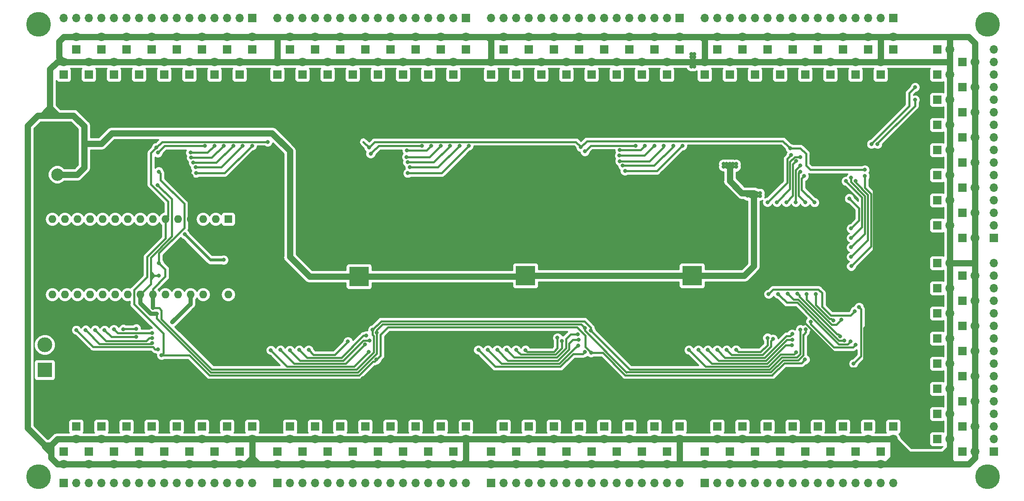
<source format=gbl>
G04 #@! TF.GenerationSoftware,KiCad,Pcbnew,(5.0.0)*
G04 #@! TF.CreationDate,2019-05-11T02:31:07+07:00*
G04 #@! TF.ProjectId,Dmx512,446D783531322E6B696361645F706362,rev?*
G04 #@! TF.SameCoordinates,Original*
G04 #@! TF.FileFunction,Copper,L2,Bot,Signal*
G04 #@! TF.FilePolarity,Positive*
%FSLAX46Y46*%
G04 Gerber Fmt 4.6, Leading zero omitted, Abs format (unit mm)*
G04 Created by KiCad (PCBNEW (5.0.0)) date 05/11/19 02:31:07*
%MOMM*%
%LPD*%
G01*
G04 APERTURE LIST*
G04 #@! TA.AperFunction,ComponentPad*
%ADD10C,5.000000*%
G04 #@! TD*
G04 #@! TA.AperFunction,ComponentPad*
%ADD11C,1.800000*%
G04 #@! TD*
G04 #@! TA.AperFunction,ComponentPad*
%ADD12R,1.800000X1.800000*%
G04 #@! TD*
G04 #@! TA.AperFunction,ComponentPad*
%ADD13R,1.600000X1.600000*%
G04 #@! TD*
G04 #@! TA.AperFunction,ComponentPad*
%ADD14O,1.600000X1.600000*%
G04 #@! TD*
G04 #@! TA.AperFunction,ComponentPad*
%ADD15O,1.700000X1.700000*%
G04 #@! TD*
G04 #@! TA.AperFunction,ComponentPad*
%ADD16R,1.700000X1.700000*%
G04 #@! TD*
G04 #@! TA.AperFunction,ComponentPad*
%ADD17R,4.000000X4.000000*%
G04 #@! TD*
G04 #@! TA.AperFunction,ComponentPad*
%ADD18C,4.000000*%
G04 #@! TD*
G04 #@! TA.AperFunction,ComponentPad*
%ADD19R,2.500000X2.500000*%
G04 #@! TD*
G04 #@! TA.AperFunction,ComponentPad*
%ADD20C,2.500000*%
G04 #@! TD*
G04 #@! TA.AperFunction,ComponentPad*
%ADD21R,3.000000X3.000000*%
G04 #@! TD*
G04 #@! TA.AperFunction,ComponentPad*
%ADD22C,3.000000*%
G04 #@! TD*
G04 #@! TA.AperFunction,ViaPad*
%ADD23C,0.800000*%
G04 #@! TD*
G04 #@! TA.AperFunction,Conductor*
%ADD24C,0.609600*%
G04 #@! TD*
G04 #@! TA.AperFunction,Conductor*
%ADD25C,0.812800*%
G04 #@! TD*
G04 #@! TA.AperFunction,Conductor*
%ADD26C,0.400000*%
G04 #@! TD*
G04 #@! TA.AperFunction,Conductor*
%ADD27C,1.270000*%
G04 #@! TD*
G04 #@! TA.AperFunction,Conductor*
%ADD28C,0.254000*%
G04 #@! TD*
G04 APERTURE END LIST*
D10*
G04 #@! TO.P,,1*
G04 #@! TO.N,N/C*
X48260000Y-54610000D03*
G04 #@! TD*
D11*
G04 #@! TO.P,D106,2*
G04 #@! TO.N,VCC*
X198120000Y-62230000D03*
D12*
G04 #@! TO.P,D106,1*
G04 #@! TO.N,Net-(D106-Pad1)*
X198120000Y-64770000D03*
G04 #@! TD*
D10*
G04 #@! TO.P,,1*
G04 #@! TO.N,N/C*
X240030000Y-54610000D03*
G04 #@! TD*
D11*
G04 #@! TO.P,D7,2*
G04 #@! TO.N,VCC*
X68580000Y-143510000D03*
D12*
G04 #@! TO.P,D7,1*
G04 #@! TO.N,Net-(D7-Pad1)*
X68580000Y-140970000D03*
G04 #@! TD*
D11*
G04 #@! TO.P,D1,2*
G04 #@! TO.N,VCC*
X53340000Y-143510000D03*
D12*
G04 #@! TO.P,D1,1*
G04 #@! TO.N,Net-(D1-Pad1)*
X53340000Y-140970000D03*
G04 #@! TD*
G04 #@! TO.P,D2,1*
G04 #@! TO.N,Net-(D2-Pad1)*
X55880000Y-135890000D03*
D11*
G04 #@! TO.P,D2,2*
G04 #@! TO.N,VCC*
X55880000Y-138430000D03*
G04 #@! TD*
G04 #@! TO.P,D3,2*
G04 #@! TO.N,VCC*
X58420000Y-143510000D03*
D12*
G04 #@! TO.P,D3,1*
G04 #@! TO.N,Net-(D3-Pad1)*
X58420000Y-140970000D03*
G04 #@! TD*
G04 #@! TO.P,D4,1*
G04 #@! TO.N,Net-(D4-Pad1)*
X60960000Y-135890000D03*
D11*
G04 #@! TO.P,D4,2*
G04 #@! TO.N,VCC*
X60960000Y-138430000D03*
G04 #@! TD*
G04 #@! TO.P,D5,2*
G04 #@! TO.N,VCC*
X63500000Y-143510000D03*
D12*
G04 #@! TO.P,D5,1*
G04 #@! TO.N,Net-(D5-Pad1)*
X63500000Y-140970000D03*
G04 #@! TD*
G04 #@! TO.P,D6,1*
G04 #@! TO.N,Net-(D6-Pad1)*
X66040000Y-135890000D03*
D11*
G04 #@! TO.P,D6,2*
G04 #@! TO.N,VCC*
X66040000Y-138430000D03*
G04 #@! TD*
D12*
G04 #@! TO.P,D8,1*
G04 #@! TO.N,Net-(D8-Pad1)*
X71120000Y-135890000D03*
D11*
G04 #@! TO.P,D8,2*
G04 #@! TO.N,VCC*
X71120000Y-138430000D03*
G04 #@! TD*
G04 #@! TO.P,D9,2*
G04 #@! TO.N,VCC*
X73660000Y-143510000D03*
D12*
G04 #@! TO.P,D9,1*
G04 #@! TO.N,Net-(D9-Pad1)*
X73660000Y-140970000D03*
G04 #@! TD*
G04 #@! TO.P,D10,1*
G04 #@! TO.N,Net-(D10-Pad1)*
X76200000Y-135890000D03*
D11*
G04 #@! TO.P,D10,2*
G04 #@! TO.N,VCC*
X76200000Y-138430000D03*
G04 #@! TD*
D12*
G04 #@! TO.P,D15,1*
G04 #@! TO.N,Net-(D15-Pad1)*
X88900000Y-140970000D03*
D11*
G04 #@! TO.P,D15,2*
G04 #@! TO.N,VCC*
X88900000Y-143510000D03*
G04 #@! TD*
G04 #@! TO.P,D14,2*
G04 #@! TO.N,VCC*
X86360000Y-138430000D03*
D12*
G04 #@! TO.P,D14,1*
G04 #@! TO.N,Net-(D14-Pad1)*
X86360000Y-135890000D03*
G04 #@! TD*
D11*
G04 #@! TO.P,D11,2*
G04 #@! TO.N,VCC*
X78740000Y-143510000D03*
D12*
G04 #@! TO.P,D11,1*
G04 #@! TO.N,Net-(D11-Pad1)*
X78740000Y-140970000D03*
G04 #@! TD*
D11*
G04 #@! TO.P,D12,2*
G04 #@! TO.N,VCC*
X81280000Y-138430000D03*
D12*
G04 #@! TO.P,D12,1*
G04 #@! TO.N,Net-(D12-Pad1)*
X81280000Y-135890000D03*
G04 #@! TD*
D11*
G04 #@! TO.P,D13,2*
G04 #@! TO.N,VCC*
X83820000Y-143510000D03*
D12*
G04 #@! TO.P,D13,1*
G04 #@! TO.N,Net-(D13-Pad1)*
X83820000Y-140970000D03*
G04 #@! TD*
G04 #@! TO.P,D16,1*
G04 #@! TO.N,Net-(D16-Pad1)*
X91440000Y-135890000D03*
D11*
G04 #@! TO.P,D16,2*
G04 #@! TO.N,VCC*
X91440000Y-138430000D03*
G04 #@! TD*
D13*
G04 #@! TO.P,A1,1*
G04 #@! TO.N,TXD*
X86620000Y-93980000D03*
D14*
G04 #@! TO.P,A1,17*
G04 #@! TO.N,Net-(A1-Pad17)*
X53600000Y-109220000D03*
G04 #@! TO.P,A1,2*
G04 #@! TO.N,RXD*
X84080000Y-93980000D03*
G04 #@! TO.P,A1,18*
G04 #@! TO.N,Net-(A1-Pad18)*
X56140000Y-109220000D03*
G04 #@! TO.P,A1,3*
G04 #@! TO.N,Net-(A1-Pad3)*
X81540000Y-93980000D03*
G04 #@! TO.P,A1,19*
G04 #@! TO.N,Net-(A1-Pad19)*
X58680000Y-109220000D03*
G04 #@! TO.P,A1,4*
G04 #@! TO.N,GND*
X79000000Y-93980000D03*
G04 #@! TO.P,A1,20*
G04 #@! TO.N,Net-(A1-Pad20)*
X61220000Y-109220000D03*
G04 #@! TO.P,A1,5*
G04 #@! TO.N,DERE*
X76460000Y-93980000D03*
G04 #@! TO.P,A1,21*
G04 #@! TO.N,Net-(A1-Pad21)*
X63760000Y-109220000D03*
G04 #@! TO.P,A1,6*
G04 #@! TO.N,OE*
X73920000Y-93980000D03*
G04 #@! TO.P,A1,22*
G04 #@! TO.N,Net-(A1-Pad22)*
X66300000Y-109220000D03*
G04 #@! TO.P,A1,7*
G04 #@! TO.N,Net-(A1-Pad7)*
X71380000Y-93980000D03*
G04 #@! TO.P,A1,23*
G04 #@! TO.N,SDA*
X68840000Y-109220000D03*
G04 #@! TO.P,A1,8*
G04 #@! TO.N,Net-(A1-Pad8)*
X68840000Y-93980000D03*
G04 #@! TO.P,A1,24*
G04 #@! TO.N,SCL*
X71380000Y-109220000D03*
G04 #@! TO.P,A1,9*
G04 #@! TO.N,Net-(A1-Pad9)*
X66300000Y-93980000D03*
G04 #@! TO.P,A1,25*
G04 #@! TO.N,Net-(A1-Pad25)*
X73920000Y-109220000D03*
G04 #@! TO.P,A1,10*
G04 #@! TO.N,Net-(A1-Pad10)*
X63760000Y-93980000D03*
G04 #@! TO.P,A1,26*
G04 #@! TO.N,Net-(A1-Pad26)*
X76460000Y-109220000D03*
G04 #@! TO.P,A1,11*
G04 #@! TO.N,Net-(A1-Pad11)*
X61220000Y-93980000D03*
G04 #@! TO.P,A1,27*
G04 #@! TO.N,VCC*
X79000000Y-109220000D03*
G04 #@! TO.P,A1,12*
G04 #@! TO.N,Net-(A1-Pad12)*
X58680000Y-93980000D03*
G04 #@! TO.P,A1,28*
G04 #@! TO.N,Net-(A1-Pad28)*
X81540000Y-109220000D03*
G04 #@! TO.P,A1,13*
G04 #@! TO.N,Net-(A1-Pad13)*
X56140000Y-93980000D03*
G04 #@! TO.P,A1,29*
G04 #@! TO.N,GND*
X84080000Y-109220000D03*
G04 #@! TO.P,A1,14*
G04 #@! TO.N,Net-(A1-Pad14)*
X53600000Y-93980000D03*
G04 #@! TO.P,A1,30*
G04 #@! TO.N,Net-(A1-Pad30)*
X86620000Y-109220000D03*
G04 #@! TO.P,A1,15*
G04 #@! TO.N,Net-(A1-Pad15)*
X51060000Y-93980000D03*
G04 #@! TO.P,A1,16*
G04 #@! TO.N,Net-(A1-Pad16)*
X51060000Y-109220000D03*
G04 #@! TD*
D11*
G04 #@! TO.P,D17,2*
G04 #@! TO.N,VCC*
X96520000Y-143510000D03*
D12*
G04 #@! TO.P,D17,1*
G04 #@! TO.N,Net-(D17-Pad1)*
X96520000Y-140970000D03*
G04 #@! TD*
D11*
G04 #@! TO.P,D18,2*
G04 #@! TO.N,VCC*
X99080000Y-138430000D03*
D12*
G04 #@! TO.P,D18,1*
G04 #@! TO.N,Net-(D18-Pad1)*
X99080000Y-135890000D03*
G04 #@! TD*
D11*
G04 #@! TO.P,D19,2*
G04 #@! TO.N,VCC*
X101600000Y-143510000D03*
D12*
G04 #@! TO.P,D19,1*
G04 #@! TO.N,Net-(D19-Pad1)*
X101600000Y-140970000D03*
G04 #@! TD*
D11*
G04 #@! TO.P,D20,2*
G04 #@! TO.N,VCC*
X104157142Y-138430000D03*
D12*
G04 #@! TO.P,D20,1*
G04 #@! TO.N,Net-(D20-Pad1)*
X104157142Y-135890000D03*
G04 #@! TD*
G04 #@! TO.P,D21,1*
G04 #@! TO.N,Net-(D21-Pad1)*
X106680000Y-140970000D03*
D11*
G04 #@! TO.P,D21,2*
G04 #@! TO.N,VCC*
X106680000Y-143510000D03*
G04 #@! TD*
G04 #@! TO.P,D22,2*
G04 #@! TO.N,VCC*
X109234284Y-138430000D03*
D12*
G04 #@! TO.P,D22,1*
G04 #@! TO.N,Net-(D22-Pad1)*
X109234284Y-135890000D03*
G04 #@! TD*
D11*
G04 #@! TO.P,D23,2*
G04 #@! TO.N,VCC*
X111760000Y-143510000D03*
D12*
G04 #@! TO.P,D23,1*
G04 #@! TO.N,Net-(D23-Pad1)*
X111760000Y-140970000D03*
G04 #@! TD*
D11*
G04 #@! TO.P,D24,2*
G04 #@! TO.N,VCC*
X114311426Y-138430000D03*
D12*
G04 #@! TO.P,D24,1*
G04 #@! TO.N,Net-(D24-Pad1)*
X114311426Y-135890000D03*
G04 #@! TD*
G04 #@! TO.P,D25,1*
G04 #@! TO.N,Net-(D25-Pad1)*
X116840000Y-140970000D03*
D11*
G04 #@! TO.P,D25,2*
G04 #@! TO.N,VCC*
X116840000Y-143510000D03*
G04 #@! TD*
D12*
G04 #@! TO.P,D26,1*
G04 #@! TO.N,Net-(D26-Pad1)*
X119388568Y-135890000D03*
D11*
G04 #@! TO.P,D26,2*
G04 #@! TO.N,VCC*
X119388568Y-138430000D03*
G04 #@! TD*
D12*
G04 #@! TO.P,D27,1*
G04 #@! TO.N,Net-(D27-Pad1)*
X121920000Y-140970000D03*
D11*
G04 #@! TO.P,D27,2*
G04 #@! TO.N,VCC*
X121920000Y-143510000D03*
G04 #@! TD*
G04 #@! TO.P,D28,2*
G04 #@! TO.N,VCC*
X124465710Y-138430000D03*
D12*
G04 #@! TO.P,D28,1*
G04 #@! TO.N,Net-(D28-Pad1)*
X124465710Y-135890000D03*
G04 #@! TD*
D11*
G04 #@! TO.P,D29,2*
G04 #@! TO.N,VCC*
X127000000Y-143510000D03*
D12*
G04 #@! TO.P,D29,1*
G04 #@! TO.N,Net-(D29-Pad1)*
X127000000Y-140970000D03*
G04 #@! TD*
D11*
G04 #@! TO.P,D30,2*
G04 #@! TO.N,VCC*
X129542852Y-138430000D03*
D12*
G04 #@! TO.P,D30,1*
G04 #@! TO.N,Net-(D30-Pad1)*
X129542852Y-135890000D03*
G04 #@! TD*
G04 #@! TO.P,D31,1*
G04 #@! TO.N,Net-(D31-Pad1)*
X132080000Y-140970000D03*
D11*
G04 #@! TO.P,D31,2*
G04 #@! TO.N,VCC*
X132080000Y-143510000D03*
G04 #@! TD*
G04 #@! TO.P,D32,2*
G04 #@! TO.N,VCC*
X134620000Y-138430000D03*
D12*
G04 #@! TO.P,D32,1*
G04 #@! TO.N,Net-(D32-Pad1)*
X134620000Y-135890000D03*
G04 #@! TD*
G04 #@! TO.P,D33,1*
G04 #@! TO.N,Net-(D33-Pad1)*
X139700000Y-140970000D03*
D11*
G04 #@! TO.P,D33,2*
G04 #@! TO.N,VCC*
X139700000Y-143510000D03*
G04 #@! TD*
D12*
G04 #@! TO.P,D34,1*
G04 #@! TO.N,Net-(D34-Pad1)*
X142240000Y-135890000D03*
D11*
G04 #@! TO.P,D34,2*
G04 #@! TO.N,VCC*
X142240000Y-138430000D03*
G04 #@! TD*
D12*
G04 #@! TO.P,D35,1*
G04 #@! TO.N,Net-(D35-Pad1)*
X144780000Y-140970000D03*
D11*
G04 #@! TO.P,D35,2*
G04 #@! TO.N,VCC*
X144780000Y-143510000D03*
G04 #@! TD*
D12*
G04 #@! TO.P,D36,1*
G04 #@! TO.N,Net-(D36-Pad1)*
X147320000Y-135890000D03*
D11*
G04 #@! TO.P,D36,2*
G04 #@! TO.N,VCC*
X147320000Y-138430000D03*
G04 #@! TD*
G04 #@! TO.P,D37,2*
G04 #@! TO.N,VCC*
X149860000Y-143510000D03*
D12*
G04 #@! TO.P,D37,1*
G04 #@! TO.N,Net-(D37-Pad1)*
X149860000Y-140970000D03*
G04 #@! TD*
D11*
G04 #@! TO.P,D38,2*
G04 #@! TO.N,VCC*
X152400000Y-138430000D03*
D12*
G04 #@! TO.P,D38,1*
G04 #@! TO.N,Net-(D38-Pad1)*
X152400000Y-135890000D03*
G04 #@! TD*
D11*
G04 #@! TO.P,D39,2*
G04 #@! TO.N,VCC*
X154940000Y-143510000D03*
D12*
G04 #@! TO.P,D39,1*
G04 #@! TO.N,Net-(D39-Pad1)*
X154940000Y-140970000D03*
G04 #@! TD*
D11*
G04 #@! TO.P,D40,2*
G04 #@! TO.N,VCC*
X157480000Y-138430000D03*
D12*
G04 #@! TO.P,D40,1*
G04 #@! TO.N,Net-(D40-Pad1)*
X157480000Y-135890000D03*
G04 #@! TD*
D11*
G04 #@! TO.P,D41,2*
G04 #@! TO.N,VCC*
X160020000Y-143510000D03*
D12*
G04 #@! TO.P,D41,1*
G04 #@! TO.N,Net-(D41-Pad1)*
X160020000Y-140970000D03*
G04 #@! TD*
D11*
G04 #@! TO.P,D42,2*
G04 #@! TO.N,VCC*
X162560000Y-138430000D03*
D12*
G04 #@! TO.P,D42,1*
G04 #@! TO.N,Net-(D42-Pad1)*
X162560000Y-135890000D03*
G04 #@! TD*
D11*
G04 #@! TO.P,D43,2*
G04 #@! TO.N,VCC*
X165100000Y-143510000D03*
D12*
G04 #@! TO.P,D43,1*
G04 #@! TO.N,Net-(D43-Pad1)*
X165100000Y-140970000D03*
G04 #@! TD*
G04 #@! TO.P,D44,1*
G04 #@! TO.N,Net-(D44-Pad1)*
X167640000Y-135890000D03*
D11*
G04 #@! TO.P,D44,2*
G04 #@! TO.N,VCC*
X167640000Y-138430000D03*
G04 #@! TD*
G04 #@! TO.P,D45,2*
G04 #@! TO.N,VCC*
X170180000Y-143510000D03*
D12*
G04 #@! TO.P,D45,1*
G04 #@! TO.N,Net-(D45-Pad1)*
X170180000Y-140970000D03*
G04 #@! TD*
G04 #@! TO.P,D46,1*
G04 #@! TO.N,Net-(D46-Pad1)*
X172720000Y-135890000D03*
D11*
G04 #@! TO.P,D46,2*
G04 #@! TO.N,VCC*
X172720000Y-138430000D03*
G04 #@! TD*
D12*
G04 #@! TO.P,D47,1*
G04 #@! TO.N,Net-(D47-Pad1)*
X175260000Y-140970000D03*
D11*
G04 #@! TO.P,D47,2*
G04 #@! TO.N,VCC*
X175260000Y-143510000D03*
G04 #@! TD*
D12*
G04 #@! TO.P,D48,1*
G04 #@! TO.N,Net-(D48-Pad1)*
X177800000Y-135890000D03*
D11*
G04 #@! TO.P,D48,2*
G04 #@! TO.N,VCC*
X177800000Y-138430000D03*
G04 #@! TD*
D12*
G04 #@! TO.P,D49,1*
G04 #@! TO.N,Net-(D49-Pad1)*
X182880000Y-140970000D03*
D11*
G04 #@! TO.P,D49,2*
G04 #@! TO.N,VCC*
X182880000Y-143510000D03*
G04 #@! TD*
D12*
G04 #@! TO.P,D50,1*
G04 #@! TO.N,Net-(D50-Pad1)*
X185420000Y-135890000D03*
D11*
G04 #@! TO.P,D50,2*
G04 #@! TO.N,VCC*
X185420000Y-138430000D03*
G04 #@! TD*
D12*
G04 #@! TO.P,D51,1*
G04 #@! TO.N,Net-(D51-Pad1)*
X187960000Y-140970000D03*
D11*
G04 #@! TO.P,D51,2*
G04 #@! TO.N,VCC*
X187960000Y-143510000D03*
G04 #@! TD*
D12*
G04 #@! TO.P,D52,1*
G04 #@! TO.N,Net-(D52-Pad1)*
X190500000Y-135890000D03*
D11*
G04 #@! TO.P,D52,2*
G04 #@! TO.N,VCC*
X190500000Y-138430000D03*
G04 #@! TD*
G04 #@! TO.P,D53,2*
G04 #@! TO.N,VCC*
X193040000Y-143510000D03*
D12*
G04 #@! TO.P,D53,1*
G04 #@! TO.N,Net-(D53-Pad1)*
X193040000Y-140970000D03*
G04 #@! TD*
G04 #@! TO.P,D54,1*
G04 #@! TO.N,Net-(D54-Pad1)*
X195580000Y-135890000D03*
D11*
G04 #@! TO.P,D54,2*
G04 #@! TO.N,VCC*
X195580000Y-138430000D03*
G04 #@! TD*
G04 #@! TO.P,D55,2*
G04 #@! TO.N,VCC*
X198120000Y-143510000D03*
D12*
G04 #@! TO.P,D55,1*
G04 #@! TO.N,Net-(D55-Pad1)*
X198120000Y-140970000D03*
G04 #@! TD*
G04 #@! TO.P,D56,1*
G04 #@! TO.N,Net-(D56-Pad1)*
X200660000Y-135890000D03*
D11*
G04 #@! TO.P,D56,2*
G04 #@! TO.N,VCC*
X200660000Y-138430000D03*
G04 #@! TD*
G04 #@! TO.P,D57,2*
G04 #@! TO.N,VCC*
X203200000Y-143510000D03*
D12*
G04 #@! TO.P,D57,1*
G04 #@! TO.N,Net-(D57-Pad1)*
X203200000Y-140970000D03*
G04 #@! TD*
G04 #@! TO.P,D58,1*
G04 #@! TO.N,Net-(D58-Pad1)*
X205740000Y-135890000D03*
D11*
G04 #@! TO.P,D58,2*
G04 #@! TO.N,VCC*
X205740000Y-138430000D03*
G04 #@! TD*
G04 #@! TO.P,D59,2*
G04 #@! TO.N,VCC*
X208280000Y-143510000D03*
D12*
G04 #@! TO.P,D59,1*
G04 #@! TO.N,Net-(D59-Pad1)*
X208280000Y-140970000D03*
G04 #@! TD*
G04 #@! TO.P,D60,1*
G04 #@! TO.N,Net-(D60-Pad1)*
X210820000Y-135890000D03*
D11*
G04 #@! TO.P,D60,2*
G04 #@! TO.N,VCC*
X210820000Y-138430000D03*
G04 #@! TD*
D12*
G04 #@! TO.P,D61,1*
G04 #@! TO.N,Net-(D61-Pad1)*
X213360000Y-140970000D03*
D11*
G04 #@! TO.P,D61,2*
G04 #@! TO.N,VCC*
X213360000Y-143510000D03*
G04 #@! TD*
D12*
G04 #@! TO.P,D62,1*
G04 #@! TO.N,Net-(D62-Pad1)*
X215900000Y-135890000D03*
D11*
G04 #@! TO.P,D62,2*
G04 #@! TO.N,VCC*
X215900000Y-138430000D03*
G04 #@! TD*
D12*
G04 #@! TO.P,D63,1*
G04 #@! TO.N,Net-(D63-Pad1)*
X218440000Y-140970000D03*
D11*
G04 #@! TO.P,D63,2*
G04 #@! TO.N,VCC*
X218440000Y-143510000D03*
G04 #@! TD*
D12*
G04 #@! TO.P,D64,1*
G04 #@! TO.N,Net-(D64-Pad1)*
X220980000Y-135890000D03*
D11*
G04 #@! TO.P,D64,2*
G04 #@! TO.N,VCC*
X220980000Y-138430000D03*
G04 #@! TD*
D15*
G04 #@! TO.P,J3,16*
G04 #@! TO.N,/pca9685/LED15*
X91440000Y-147320000D03*
G04 #@! TO.P,J3,15*
G04 #@! TO.N,/pca9685/LED14*
X88900000Y-147320000D03*
G04 #@! TO.P,J3,14*
G04 #@! TO.N,/pca9685/LED13*
X86360000Y-147320000D03*
G04 #@! TO.P,J3,13*
G04 #@! TO.N,/pca9685/LED12*
X83820000Y-147320000D03*
G04 #@! TO.P,J3,12*
G04 #@! TO.N,/pca9685/LED11*
X81280000Y-147320000D03*
G04 #@! TO.P,J3,11*
G04 #@! TO.N,/pca9685/LED10*
X78740000Y-147320000D03*
G04 #@! TO.P,J3,10*
G04 #@! TO.N,/pca9685/LED9*
X76200000Y-147320000D03*
G04 #@! TO.P,J3,9*
G04 #@! TO.N,/pca9685/LED8*
X73660000Y-147320000D03*
G04 #@! TO.P,J3,8*
G04 #@! TO.N,/pca9685/LED7*
X71120000Y-147320000D03*
G04 #@! TO.P,J3,7*
G04 #@! TO.N,/pca9685/LED6*
X68580000Y-147320000D03*
G04 #@! TO.P,J3,6*
G04 #@! TO.N,/pca9685/LED5*
X66040000Y-147320000D03*
G04 #@! TO.P,J3,5*
G04 #@! TO.N,/pca9685/LED4*
X63500000Y-147320000D03*
G04 #@! TO.P,J3,4*
G04 #@! TO.N,/pca9685/LED3*
X60960000Y-147320000D03*
G04 #@! TO.P,J3,3*
G04 #@! TO.N,/pca9685/LED2*
X58420000Y-147320000D03*
G04 #@! TO.P,J3,2*
G04 #@! TO.N,/pca9685/LED1*
X55880000Y-147320000D03*
D16*
G04 #@! TO.P,J3,1*
G04 #@! TO.N,/pca9685/LED0*
X53340000Y-147320000D03*
G04 #@! TD*
D15*
G04 #@! TO.P,J4,16*
G04 #@! TO.N,/sheet5CDA9F1F/LED15*
X134620000Y-147320000D03*
G04 #@! TO.P,J4,15*
G04 #@! TO.N,/sheet5CDA9F1F/LED14*
X132080000Y-147320000D03*
G04 #@! TO.P,J4,14*
G04 #@! TO.N,/sheet5CDA9F1F/LED13*
X129540000Y-147320000D03*
G04 #@! TO.P,J4,13*
G04 #@! TO.N,/sheet5CDA9F1F/LED12*
X127000000Y-147320000D03*
G04 #@! TO.P,J4,12*
G04 #@! TO.N,/sheet5CDA9F1F/LED11*
X124460000Y-147320000D03*
G04 #@! TO.P,J4,11*
G04 #@! TO.N,/sheet5CDA9F1F/LED10*
X121920000Y-147320000D03*
G04 #@! TO.P,J4,10*
G04 #@! TO.N,/sheet5CDA9F1F/LED9*
X119380000Y-147320000D03*
G04 #@! TO.P,J4,9*
G04 #@! TO.N,/sheet5CDA9F1F/LED8*
X116840000Y-147320000D03*
G04 #@! TO.P,J4,8*
G04 #@! TO.N,/sheet5CDA9F1F/LED7*
X114300000Y-147320000D03*
G04 #@! TO.P,J4,7*
G04 #@! TO.N,/sheet5CDA9F1F/LED6*
X111760000Y-147320000D03*
G04 #@! TO.P,J4,6*
G04 #@! TO.N,/sheet5CDA9F1F/LED5*
X109220000Y-147320000D03*
G04 #@! TO.P,J4,5*
G04 #@! TO.N,/sheet5CDA9F1F/LED4*
X106680000Y-147320000D03*
G04 #@! TO.P,J4,4*
G04 #@! TO.N,/sheet5CDA9F1F/LED3*
X104140000Y-147320000D03*
G04 #@! TO.P,J4,3*
G04 #@! TO.N,/sheet5CDA9F1F/LED2*
X101600000Y-147320000D03*
G04 #@! TO.P,J4,2*
G04 #@! TO.N,/sheet5CDA9F1F/LED1*
X99060000Y-147320000D03*
D16*
G04 #@! TO.P,J4,1*
G04 #@! TO.N,/sheet5CDA9F1F/LED0*
X96520000Y-147320000D03*
G04 #@! TD*
G04 #@! TO.P,J5,1*
G04 #@! TO.N,/sheet5CDAAFF1/LED0*
X139700000Y-147320000D03*
D15*
G04 #@! TO.P,J5,2*
G04 #@! TO.N,/sheet5CDAAFF1/LED1*
X142240000Y-147320000D03*
G04 #@! TO.P,J5,3*
G04 #@! TO.N,/sheet5CDAAFF1/LED2*
X144780000Y-147320000D03*
G04 #@! TO.P,J5,4*
G04 #@! TO.N,/sheet5CDAAFF1/LED3*
X147320000Y-147320000D03*
G04 #@! TO.P,J5,5*
G04 #@! TO.N,/sheet5CDAAFF1/LED4*
X149860000Y-147320000D03*
G04 #@! TO.P,J5,6*
G04 #@! TO.N,/sheet5CDAAFF1/LED5*
X152400000Y-147320000D03*
G04 #@! TO.P,J5,7*
G04 #@! TO.N,/sheet5CDAAFF1/LED6*
X154940000Y-147320000D03*
G04 #@! TO.P,J5,8*
G04 #@! TO.N,/sheet5CDAAFF1/LED7*
X157480000Y-147320000D03*
G04 #@! TO.P,J5,9*
G04 #@! TO.N,/sheet5CDAAFF1/LED8*
X160020000Y-147320000D03*
G04 #@! TO.P,J5,10*
G04 #@! TO.N,/sheet5CDAAFF1/LED9*
X162560000Y-147320000D03*
G04 #@! TO.P,J5,11*
G04 #@! TO.N,/sheet5CDAAFF1/LED10*
X165100000Y-147320000D03*
G04 #@! TO.P,J5,12*
G04 #@! TO.N,/sheet5CDAAFF1/LED11*
X167640000Y-147320000D03*
G04 #@! TO.P,J5,13*
G04 #@! TO.N,/sheet5CDAAFF1/LED12*
X170180000Y-147320000D03*
G04 #@! TO.P,J5,14*
G04 #@! TO.N,/sheet5CDAAFF1/LED13*
X172720000Y-147320000D03*
G04 #@! TO.P,J5,15*
G04 #@! TO.N,/sheet5CDAAFF1/LED14*
X175260000Y-147320000D03*
G04 #@! TO.P,J5,16*
G04 #@! TO.N,/sheet5CDAAFF1/LED15*
X177800000Y-147320000D03*
G04 #@! TD*
D16*
G04 #@! TO.P,J6,1*
G04 #@! TO.N,/sheet5CDAC124/LED0*
X182880000Y-147320000D03*
D15*
G04 #@! TO.P,J6,2*
G04 #@! TO.N,/sheet5CDAC124/LED1*
X185420000Y-147320000D03*
G04 #@! TO.P,J6,3*
G04 #@! TO.N,/sheet5CDAC124/LED2*
X187960000Y-147320000D03*
G04 #@! TO.P,J6,4*
G04 #@! TO.N,/sheet5CDAC124/LED3*
X190500000Y-147320000D03*
G04 #@! TO.P,J6,5*
G04 #@! TO.N,/sheet5CDAC124/LED4*
X193040000Y-147320000D03*
G04 #@! TO.P,J6,6*
G04 #@! TO.N,/sheet5CDAC124/LED5*
X195580000Y-147320000D03*
G04 #@! TO.P,J6,7*
G04 #@! TO.N,/sheet5CDAC124/LED6*
X198120000Y-147320000D03*
G04 #@! TO.P,J6,8*
G04 #@! TO.N,/sheet5CDAC124/LED7*
X200660000Y-147320000D03*
G04 #@! TO.P,J6,9*
G04 #@! TO.N,/sheet5CDAC124/LED8*
X203200000Y-147320000D03*
G04 #@! TO.P,J6,10*
G04 #@! TO.N,/sheet5CDAC124/LED9*
X205740000Y-147320000D03*
G04 #@! TO.P,J6,11*
G04 #@! TO.N,/sheet5CDAC124/LED10*
X208280000Y-147320000D03*
G04 #@! TO.P,J6,12*
G04 #@! TO.N,/sheet5CDAC124/LED11*
X210820000Y-147320000D03*
G04 #@! TO.P,J6,13*
G04 #@! TO.N,/sheet5CDAC124/LED12*
X213360000Y-147320000D03*
G04 #@! TO.P,J6,14*
G04 #@! TO.N,/sheet5CDAC124/LED13*
X215900000Y-147320000D03*
G04 #@! TO.P,J6,15*
G04 #@! TO.N,/sheet5CDAC124/LED14*
X218440000Y-147320000D03*
G04 #@! TO.P,J6,16*
G04 #@! TO.N,/sheet5CDAC124/LED15*
X220980000Y-147320000D03*
G04 #@! TD*
D10*
G04 #@! TO.P,,1*
G04 #@! TO.N,N/C*
X48260000Y-146050000D03*
G04 #@! TD*
G04 #@! TO.P,,1*
G04 #@! TO.N,N/C*
X240030000Y-146050000D03*
G04 #@! TD*
D12*
G04 #@! TO.P,D65,1*
G04 #@! TO.N,Net-(D65-Pad1)*
X234950000Y-140970000D03*
D11*
G04 #@! TO.P,D65,2*
G04 #@! TO.N,VCC*
X237490000Y-140970000D03*
G04 #@! TD*
G04 #@! TO.P,D66,2*
G04 #@! TO.N,VCC*
X232410000Y-138430000D03*
D12*
G04 #@! TO.P,D66,1*
G04 #@! TO.N,Net-(D66-Pad1)*
X229870000Y-138430000D03*
G04 #@! TD*
G04 #@! TO.P,D67,1*
G04 #@! TO.N,Net-(D67-Pad1)*
X234950000Y-135890000D03*
D11*
G04 #@! TO.P,D67,2*
G04 #@! TO.N,VCC*
X237490000Y-135890000D03*
G04 #@! TD*
G04 #@! TO.P,D68,2*
G04 #@! TO.N,VCC*
X232410000Y-133350000D03*
D12*
G04 #@! TO.P,D68,1*
G04 #@! TO.N,Net-(D68-Pad1)*
X229870000Y-133350000D03*
G04 #@! TD*
G04 #@! TO.P,D69,1*
G04 #@! TO.N,Net-(D69-Pad1)*
X234950000Y-130810000D03*
D11*
G04 #@! TO.P,D69,2*
G04 #@! TO.N,VCC*
X237490000Y-130810000D03*
G04 #@! TD*
G04 #@! TO.P,D70,2*
G04 #@! TO.N,VCC*
X232410000Y-128270000D03*
D12*
G04 #@! TO.P,D70,1*
G04 #@! TO.N,Net-(D70-Pad1)*
X229870000Y-128270000D03*
G04 #@! TD*
G04 #@! TO.P,D71,1*
G04 #@! TO.N,Net-(D71-Pad1)*
X234950000Y-125730000D03*
D11*
G04 #@! TO.P,D71,2*
G04 #@! TO.N,VCC*
X237490000Y-125730000D03*
G04 #@! TD*
D12*
G04 #@! TO.P,D72,1*
G04 #@! TO.N,Net-(D72-Pad1)*
X229870000Y-123190000D03*
D11*
G04 #@! TO.P,D72,2*
G04 #@! TO.N,VCC*
X232410000Y-123190000D03*
G04 #@! TD*
G04 #@! TO.P,D73,2*
G04 #@! TO.N,VCC*
X237490000Y-120650000D03*
D12*
G04 #@! TO.P,D73,1*
G04 #@! TO.N,Net-(D73-Pad1)*
X234950000Y-120650000D03*
G04 #@! TD*
G04 #@! TO.P,D74,1*
G04 #@! TO.N,Net-(D74-Pad1)*
X229870000Y-118110000D03*
D11*
G04 #@! TO.P,D74,2*
G04 #@! TO.N,VCC*
X232410000Y-118110000D03*
G04 #@! TD*
G04 #@! TO.P,D75,2*
G04 #@! TO.N,VCC*
X237490000Y-115570000D03*
D12*
G04 #@! TO.P,D75,1*
G04 #@! TO.N,Net-(D75-Pad1)*
X234950000Y-115570000D03*
G04 #@! TD*
G04 #@! TO.P,D76,1*
G04 #@! TO.N,Net-(D76-Pad1)*
X229870000Y-113030000D03*
D11*
G04 #@! TO.P,D76,2*
G04 #@! TO.N,VCC*
X232410000Y-113030000D03*
G04 #@! TD*
G04 #@! TO.P,D77,2*
G04 #@! TO.N,VCC*
X237490000Y-110490000D03*
D12*
G04 #@! TO.P,D77,1*
G04 #@! TO.N,Net-(D77-Pad1)*
X234950000Y-110490000D03*
G04 #@! TD*
D11*
G04 #@! TO.P,D78,2*
G04 #@! TO.N,VCC*
X232410000Y-107950000D03*
D12*
G04 #@! TO.P,D78,1*
G04 #@! TO.N,Net-(D78-Pad1)*
X229870000Y-107950000D03*
G04 #@! TD*
D11*
G04 #@! TO.P,D79,2*
G04 #@! TO.N,VCC*
X237490000Y-105410000D03*
D12*
G04 #@! TO.P,D79,1*
G04 #@! TO.N,Net-(D79-Pad1)*
X234950000Y-105410000D03*
G04 #@! TD*
G04 #@! TO.P,D80,1*
G04 #@! TO.N,Net-(D80-Pad1)*
X229870000Y-102870000D03*
D11*
G04 #@! TO.P,D80,2*
G04 #@! TO.N,VCC*
X232410000Y-102870000D03*
G04 #@! TD*
D16*
G04 #@! TO.P,J7,1*
G04 #@! TO.N,/sheet5CDCB530/LED0*
X241300000Y-140970000D03*
D15*
G04 #@! TO.P,J7,2*
G04 #@! TO.N,/sheet5CDCB530/LED1*
X241300000Y-138430000D03*
G04 #@! TO.P,J7,3*
G04 #@! TO.N,/sheet5CDCB530/LED2*
X241300000Y-135890000D03*
G04 #@! TO.P,J7,4*
G04 #@! TO.N,/sheet5CDCB530/LED3*
X241300000Y-133350000D03*
G04 #@! TO.P,J7,5*
G04 #@! TO.N,/sheet5CDCB530/LED4*
X241300000Y-130810000D03*
G04 #@! TO.P,J7,6*
G04 #@! TO.N,/sheet5CDCB530/LED5*
X241300000Y-128270000D03*
G04 #@! TO.P,J7,7*
G04 #@! TO.N,/sheet5CDCB530/LED6*
X241300000Y-125730000D03*
G04 #@! TO.P,J7,8*
G04 #@! TO.N,/sheet5CDCB530/LED7*
X241300000Y-123190000D03*
G04 #@! TO.P,J7,9*
G04 #@! TO.N,/sheet5CDCB530/LED8*
X241300000Y-120650000D03*
G04 #@! TO.P,J7,10*
G04 #@! TO.N,/sheet5CDCB530/LED9*
X241300000Y-118110000D03*
G04 #@! TO.P,J7,11*
G04 #@! TO.N,/sheet5CDCB530/LED10*
X241300000Y-115570000D03*
G04 #@! TO.P,J7,12*
G04 #@! TO.N,/sheet5CDCB530/LED11*
X241300000Y-113030000D03*
G04 #@! TO.P,J7,13*
G04 #@! TO.N,/sheet5CDCB530/LED12*
X241300000Y-110490000D03*
G04 #@! TO.P,J7,14*
G04 #@! TO.N,/sheet5CDCB530/LED13*
X241300000Y-107950000D03*
G04 #@! TO.P,J7,15*
G04 #@! TO.N,/sheet5CDCB530/LED14*
X241300000Y-105410000D03*
G04 #@! TO.P,J7,16*
G04 #@! TO.N,/sheet5CDCB530/LED15*
X241300000Y-102870000D03*
G04 #@! TD*
D11*
G04 #@! TO.P,D82,2*
G04 #@! TO.N,VCC*
X232410000Y-95250000D03*
D12*
G04 #@! TO.P,D82,1*
G04 #@! TO.N,Net-(D82-Pad1)*
X229870000Y-95250000D03*
G04 #@! TD*
D11*
G04 #@! TO.P,D83,2*
G04 #@! TO.N,VCC*
X237490000Y-92710000D03*
D12*
G04 #@! TO.P,D83,1*
G04 #@! TO.N,Net-(D83-Pad1)*
X234950000Y-92710000D03*
G04 #@! TD*
G04 #@! TO.P,D84,1*
G04 #@! TO.N,Net-(D84-Pad1)*
X229870000Y-90170000D03*
D11*
G04 #@! TO.P,D84,2*
G04 #@! TO.N,VCC*
X232410000Y-90170000D03*
G04 #@! TD*
G04 #@! TO.P,D85,2*
G04 #@! TO.N,VCC*
X237490000Y-87630000D03*
D12*
G04 #@! TO.P,D85,1*
G04 #@! TO.N,Net-(D85-Pad1)*
X234950000Y-87630000D03*
G04 #@! TD*
G04 #@! TO.P,D86,1*
G04 #@! TO.N,Net-(D86-Pad1)*
X229870000Y-85090000D03*
D11*
G04 #@! TO.P,D86,2*
G04 #@! TO.N,VCC*
X232410000Y-85090000D03*
G04 #@! TD*
G04 #@! TO.P,D87,2*
G04 #@! TO.N,VCC*
X237490000Y-82550000D03*
D12*
G04 #@! TO.P,D87,1*
G04 #@! TO.N,Net-(D87-Pad1)*
X234950000Y-82550000D03*
G04 #@! TD*
G04 #@! TO.P,D88,1*
G04 #@! TO.N,Net-(D88-Pad1)*
X229870000Y-80010000D03*
D11*
G04 #@! TO.P,D88,2*
G04 #@! TO.N,VCC*
X232410000Y-80010000D03*
G04 #@! TD*
G04 #@! TO.P,D89,2*
G04 #@! TO.N,VCC*
X237490000Y-77470000D03*
D12*
G04 #@! TO.P,D89,1*
G04 #@! TO.N,Net-(D89-Pad1)*
X234950000Y-77470000D03*
G04 #@! TD*
G04 #@! TO.P,D90,1*
G04 #@! TO.N,Net-(D90-Pad1)*
X229870000Y-74930000D03*
D11*
G04 #@! TO.P,D90,2*
G04 #@! TO.N,VCC*
X232410000Y-74930000D03*
G04 #@! TD*
G04 #@! TO.P,D91,2*
G04 #@! TO.N,VCC*
X237490000Y-72390000D03*
D12*
G04 #@! TO.P,D91,1*
G04 #@! TO.N,Net-(D91-Pad1)*
X234950000Y-72390000D03*
G04 #@! TD*
G04 #@! TO.P,D92,1*
G04 #@! TO.N,Net-(D92-Pad1)*
X229870000Y-69850000D03*
D11*
G04 #@! TO.P,D92,2*
G04 #@! TO.N,VCC*
X232410000Y-69850000D03*
G04 #@! TD*
G04 #@! TO.P,D93,2*
G04 #@! TO.N,VCC*
X237490000Y-67310000D03*
D12*
G04 #@! TO.P,D93,1*
G04 #@! TO.N,Net-(D93-Pad1)*
X234950000Y-67310000D03*
G04 #@! TD*
G04 #@! TO.P,D94,1*
G04 #@! TO.N,Net-(D94-Pad1)*
X229870000Y-64770000D03*
D11*
G04 #@! TO.P,D94,2*
G04 #@! TO.N,VCC*
X232410000Y-64770000D03*
G04 #@! TD*
G04 #@! TO.P,D95,2*
G04 #@! TO.N,VCC*
X237490000Y-62230000D03*
D12*
G04 #@! TO.P,D95,1*
G04 #@! TO.N,Net-(D95-Pad1)*
X234950000Y-62230000D03*
G04 #@! TD*
G04 #@! TO.P,D96,1*
G04 #@! TO.N,Net-(D96-Pad1)*
X229870000Y-59690000D03*
D11*
G04 #@! TO.P,D96,2*
G04 #@! TO.N,VCC*
X232410000Y-59690000D03*
G04 #@! TD*
G04 #@! TO.P,D97,2*
G04 #@! TO.N,VCC*
X220980000Y-57150000D03*
D12*
G04 #@! TO.P,D97,1*
G04 #@! TO.N,Net-(D97-Pad1)*
X220980000Y-59690000D03*
G04 #@! TD*
D11*
G04 #@! TO.P,D98,2*
G04 #@! TO.N,VCC*
X218440000Y-62230000D03*
D12*
G04 #@! TO.P,D98,1*
G04 #@! TO.N,Net-(D98-Pad1)*
X218440000Y-64770000D03*
G04 #@! TD*
D11*
G04 #@! TO.P,D99,2*
G04 #@! TO.N,VCC*
X215900000Y-57150000D03*
D12*
G04 #@! TO.P,D99,1*
G04 #@! TO.N,Net-(D99-Pad1)*
X215900000Y-59690000D03*
G04 #@! TD*
D11*
G04 #@! TO.P,D100,2*
G04 #@! TO.N,VCC*
X213360000Y-62230000D03*
D12*
G04 #@! TO.P,D100,1*
G04 #@! TO.N,Net-(D100-Pad1)*
X213360000Y-64770000D03*
G04 #@! TD*
D11*
G04 #@! TO.P,D101,2*
G04 #@! TO.N,VCC*
X210820000Y-57150000D03*
D12*
G04 #@! TO.P,D101,1*
G04 #@! TO.N,Net-(D101-Pad1)*
X210820000Y-59690000D03*
G04 #@! TD*
D11*
G04 #@! TO.P,D102,2*
G04 #@! TO.N,VCC*
X208280000Y-62230000D03*
D12*
G04 #@! TO.P,D102,1*
G04 #@! TO.N,Net-(D102-Pad1)*
X208280000Y-64770000D03*
G04 #@! TD*
D11*
G04 #@! TO.P,D103,2*
G04 #@! TO.N,VCC*
X205740000Y-57150000D03*
D12*
G04 #@! TO.P,D103,1*
G04 #@! TO.N,Net-(D103-Pad1)*
X205740000Y-59690000D03*
G04 #@! TD*
G04 #@! TO.P,D104,1*
G04 #@! TO.N,Net-(D104-Pad1)*
X203200000Y-64770000D03*
D11*
G04 #@! TO.P,D104,2*
G04 #@! TO.N,VCC*
X203200000Y-62230000D03*
G04 #@! TD*
G04 #@! TO.P,D105,2*
G04 #@! TO.N,VCC*
X200660000Y-57150000D03*
D12*
G04 #@! TO.P,D105,1*
G04 #@! TO.N,Net-(D105-Pad1)*
X200660000Y-59690000D03*
G04 #@! TD*
D11*
G04 #@! TO.P,D107,2*
G04 #@! TO.N,VCC*
X195580000Y-57150000D03*
D12*
G04 #@! TO.P,D107,1*
G04 #@! TO.N,Net-(D107-Pad1)*
X195580000Y-59690000D03*
G04 #@! TD*
G04 #@! TO.P,D108,1*
G04 #@! TO.N,Net-(D108-Pad1)*
X193040000Y-64770000D03*
D11*
G04 #@! TO.P,D108,2*
G04 #@! TO.N,VCC*
X193040000Y-62230000D03*
G04 #@! TD*
G04 #@! TO.P,D109,2*
G04 #@! TO.N,VCC*
X190500000Y-57150000D03*
D12*
G04 #@! TO.P,D109,1*
G04 #@! TO.N,Net-(D109-Pad1)*
X190500000Y-59690000D03*
G04 #@! TD*
G04 #@! TO.P,D113,1*
G04 #@! TO.N,Net-(D113-Pad1)*
X177800000Y-59690000D03*
D11*
G04 #@! TO.P,D113,2*
G04 #@! TO.N,VCC*
X177800000Y-57150000D03*
G04 #@! TD*
D12*
G04 #@! TO.P,D114,1*
G04 #@! TO.N,Net-(D114-Pad1)*
X175260000Y-64770000D03*
D11*
G04 #@! TO.P,D114,2*
G04 #@! TO.N,VCC*
X175260000Y-62230000D03*
G04 #@! TD*
D12*
G04 #@! TO.P,D115,1*
G04 #@! TO.N,Net-(D115-Pad1)*
X172720000Y-59690000D03*
D11*
G04 #@! TO.P,D115,2*
G04 #@! TO.N,VCC*
X172720000Y-57150000D03*
G04 #@! TD*
D12*
G04 #@! TO.P,D116,1*
G04 #@! TO.N,Net-(D116-Pad1)*
X170180000Y-64770000D03*
D11*
G04 #@! TO.P,D116,2*
G04 #@! TO.N,VCC*
X170180000Y-62230000D03*
G04 #@! TD*
G04 #@! TO.P,D117,2*
G04 #@! TO.N,VCC*
X167640000Y-57150000D03*
D12*
G04 #@! TO.P,D117,1*
G04 #@! TO.N,Net-(D117-Pad1)*
X167640000Y-59690000D03*
G04 #@! TD*
D11*
G04 #@! TO.P,D118,2*
G04 #@! TO.N,VCC*
X165100000Y-62230000D03*
D12*
G04 #@! TO.P,D118,1*
G04 #@! TO.N,Net-(D118-Pad1)*
X165100000Y-64770000D03*
G04 #@! TD*
D11*
G04 #@! TO.P,D119,2*
G04 #@! TO.N,VCC*
X162560000Y-57150000D03*
D12*
G04 #@! TO.P,D119,1*
G04 #@! TO.N,Net-(D119-Pad1)*
X162560000Y-59690000D03*
G04 #@! TD*
D11*
G04 #@! TO.P,D120,2*
G04 #@! TO.N,VCC*
X160020000Y-62230000D03*
D12*
G04 #@! TO.P,D120,1*
G04 #@! TO.N,Net-(D120-Pad1)*
X160020000Y-64770000D03*
G04 #@! TD*
G04 #@! TO.P,D121,1*
G04 #@! TO.N,Net-(D121-Pad1)*
X157480000Y-59690000D03*
D11*
G04 #@! TO.P,D121,2*
G04 #@! TO.N,VCC*
X157480000Y-57150000D03*
G04 #@! TD*
D12*
G04 #@! TO.P,D122,1*
G04 #@! TO.N,Net-(D122-Pad1)*
X154940000Y-64770000D03*
D11*
G04 #@! TO.P,D122,2*
G04 #@! TO.N,VCC*
X154940000Y-62230000D03*
G04 #@! TD*
G04 #@! TO.P,D123,2*
G04 #@! TO.N,VCC*
X152400000Y-57150000D03*
D12*
G04 #@! TO.P,D123,1*
G04 #@! TO.N,Net-(D123-Pad1)*
X152400000Y-59690000D03*
G04 #@! TD*
G04 #@! TO.P,D124,1*
G04 #@! TO.N,Net-(D124-Pad1)*
X149860000Y-64770000D03*
D11*
G04 #@! TO.P,D124,2*
G04 #@! TO.N,VCC*
X149860000Y-62230000D03*
G04 #@! TD*
D12*
G04 #@! TO.P,D125,1*
G04 #@! TO.N,Net-(D125-Pad1)*
X147320000Y-59690000D03*
D11*
G04 #@! TO.P,D125,2*
G04 #@! TO.N,VCC*
X147320000Y-57150000D03*
G04 #@! TD*
G04 #@! TO.P,D126,2*
G04 #@! TO.N,VCC*
X144780000Y-62230000D03*
D12*
G04 #@! TO.P,D126,1*
G04 #@! TO.N,Net-(D126-Pad1)*
X144780000Y-64770000D03*
G04 #@! TD*
G04 #@! TO.P,D127,1*
G04 #@! TO.N,Net-(D127-Pad1)*
X142240000Y-59690000D03*
D11*
G04 #@! TO.P,D127,2*
G04 #@! TO.N,VCC*
X142240000Y-57150000D03*
G04 #@! TD*
G04 #@! TO.P,D128,2*
G04 #@! TO.N,VCC*
X139700000Y-62230000D03*
D12*
G04 #@! TO.P,D128,1*
G04 #@! TO.N,Net-(D128-Pad1)*
X139700000Y-64770000D03*
G04 #@! TD*
D11*
G04 #@! TO.P,D129,2*
G04 #@! TO.N,VCC*
X134620000Y-57150000D03*
D12*
G04 #@! TO.P,D129,1*
G04 #@! TO.N,Net-(D129-Pad1)*
X134620000Y-59690000D03*
G04 #@! TD*
G04 #@! TO.P,D130,1*
G04 #@! TO.N,Net-(D130-Pad1)*
X132080000Y-64770000D03*
D11*
G04 #@! TO.P,D130,2*
G04 #@! TO.N,VCC*
X132080000Y-62230000D03*
G04 #@! TD*
D12*
G04 #@! TO.P,D131,1*
G04 #@! TO.N,Net-(D131-Pad1)*
X129540000Y-59690000D03*
D11*
G04 #@! TO.P,D131,2*
G04 #@! TO.N,VCC*
X129540000Y-57150000D03*
G04 #@! TD*
D12*
G04 #@! TO.P,D132,1*
G04 #@! TO.N,Net-(D132-Pad1)*
X127000000Y-64770000D03*
D11*
G04 #@! TO.P,D132,2*
G04 #@! TO.N,VCC*
X127000000Y-62230000D03*
G04 #@! TD*
G04 #@! TO.P,D133,2*
G04 #@! TO.N,VCC*
X124460000Y-57150000D03*
D12*
G04 #@! TO.P,D133,1*
G04 #@! TO.N,Net-(D133-Pad1)*
X124460000Y-59690000D03*
G04 #@! TD*
G04 #@! TO.P,D134,1*
G04 #@! TO.N,Net-(D134-Pad1)*
X121920000Y-64770000D03*
D11*
G04 #@! TO.P,D134,2*
G04 #@! TO.N,VCC*
X121920000Y-62230000D03*
G04 #@! TD*
D12*
G04 #@! TO.P,D135,1*
G04 #@! TO.N,Net-(D135-Pad1)*
X119380000Y-59690000D03*
D11*
G04 #@! TO.P,D135,2*
G04 #@! TO.N,VCC*
X119380000Y-57150000D03*
G04 #@! TD*
G04 #@! TO.P,D136,2*
G04 #@! TO.N,VCC*
X116840000Y-62230000D03*
D12*
G04 #@! TO.P,D136,1*
G04 #@! TO.N,Net-(D136-Pad1)*
X116840000Y-64770000D03*
G04 #@! TD*
G04 #@! TO.P,D137,1*
G04 #@! TO.N,Net-(D137-Pad1)*
X114300000Y-59690000D03*
D11*
G04 #@! TO.P,D137,2*
G04 #@! TO.N,VCC*
X114300000Y-57150000D03*
G04 #@! TD*
G04 #@! TO.P,D138,2*
G04 #@! TO.N,VCC*
X111760000Y-62230000D03*
D12*
G04 #@! TO.P,D138,1*
G04 #@! TO.N,Net-(D138-Pad1)*
X111760000Y-64770000D03*
G04 #@! TD*
G04 #@! TO.P,D139,1*
G04 #@! TO.N,Net-(D139-Pad1)*
X109220000Y-59690000D03*
D11*
G04 #@! TO.P,D139,2*
G04 #@! TO.N,VCC*
X109220000Y-57150000D03*
G04 #@! TD*
D12*
G04 #@! TO.P,D140,1*
G04 #@! TO.N,Net-(D140-Pad1)*
X106680000Y-64770000D03*
D11*
G04 #@! TO.P,D140,2*
G04 #@! TO.N,VCC*
X106680000Y-62230000D03*
G04 #@! TD*
G04 #@! TO.P,D141,2*
G04 #@! TO.N,VCC*
X104140000Y-57150000D03*
D12*
G04 #@! TO.P,D141,1*
G04 #@! TO.N,Net-(D141-Pad1)*
X104140000Y-59690000D03*
G04 #@! TD*
G04 #@! TO.P,D142,1*
G04 #@! TO.N,Net-(D142-Pad1)*
X101600000Y-64770000D03*
D11*
G04 #@! TO.P,D142,2*
G04 #@! TO.N,VCC*
X101600000Y-62230000D03*
G04 #@! TD*
G04 #@! TO.P,D143,2*
G04 #@! TO.N,VCC*
X99060000Y-57150000D03*
D12*
G04 #@! TO.P,D143,1*
G04 #@! TO.N,Net-(D143-Pad1)*
X99060000Y-59690000D03*
G04 #@! TD*
G04 #@! TO.P,D144,1*
G04 #@! TO.N,Net-(D144-Pad1)*
X96520000Y-64770000D03*
D11*
G04 #@! TO.P,D144,2*
G04 #@! TO.N,VCC*
X96520000Y-62230000D03*
G04 #@! TD*
G04 #@! TO.P,D145,2*
G04 #@! TO.N,VCC*
X91440000Y-57150000D03*
D12*
G04 #@! TO.P,D145,1*
G04 #@! TO.N,Net-(D145-Pad1)*
X91440000Y-59690000D03*
G04 #@! TD*
G04 #@! TO.P,D146,1*
G04 #@! TO.N,Net-(D146-Pad1)*
X88900000Y-64770000D03*
D11*
G04 #@! TO.P,D146,2*
G04 #@! TO.N,VCC*
X88900000Y-62230000D03*
G04 #@! TD*
G04 #@! TO.P,D147,2*
G04 #@! TO.N,VCC*
X86360000Y-57150000D03*
D12*
G04 #@! TO.P,D147,1*
G04 #@! TO.N,Net-(D147-Pad1)*
X86360000Y-59690000D03*
G04 #@! TD*
G04 #@! TO.P,D148,1*
G04 #@! TO.N,Net-(D148-Pad1)*
X83820000Y-64770000D03*
D11*
G04 #@! TO.P,D148,2*
G04 #@! TO.N,VCC*
X83820000Y-62230000D03*
G04 #@! TD*
G04 #@! TO.P,D149,2*
G04 #@! TO.N,VCC*
X81280000Y-57150000D03*
D12*
G04 #@! TO.P,D149,1*
G04 #@! TO.N,Net-(D149-Pad1)*
X81280000Y-59690000D03*
G04 #@! TD*
G04 #@! TO.P,D150,1*
G04 #@! TO.N,Net-(D150-Pad1)*
X78740000Y-64770000D03*
D11*
G04 #@! TO.P,D150,2*
G04 #@! TO.N,VCC*
X78740000Y-62230000D03*
G04 #@! TD*
G04 #@! TO.P,D151,2*
G04 #@! TO.N,VCC*
X76200000Y-57150000D03*
D12*
G04 #@! TO.P,D151,1*
G04 #@! TO.N,Net-(D151-Pad1)*
X76200000Y-59690000D03*
G04 #@! TD*
G04 #@! TO.P,D152,1*
G04 #@! TO.N,Net-(D152-Pad1)*
X73660000Y-64770000D03*
D11*
G04 #@! TO.P,D152,2*
G04 #@! TO.N,VCC*
X73660000Y-62230000D03*
G04 #@! TD*
G04 #@! TO.P,D153,2*
G04 #@! TO.N,VCC*
X71120000Y-57150000D03*
D12*
G04 #@! TO.P,D153,1*
G04 #@! TO.N,Net-(D153-Pad1)*
X71120000Y-59690000D03*
G04 #@! TD*
G04 #@! TO.P,D154,1*
G04 #@! TO.N,Net-(D154-Pad1)*
X68580000Y-64770000D03*
D11*
G04 #@! TO.P,D154,2*
G04 #@! TO.N,VCC*
X68580000Y-62230000D03*
G04 #@! TD*
G04 #@! TO.P,D155,2*
G04 #@! TO.N,VCC*
X66040000Y-57150000D03*
D12*
G04 #@! TO.P,D155,1*
G04 #@! TO.N,Net-(D155-Pad1)*
X66040000Y-59690000D03*
G04 #@! TD*
G04 #@! TO.P,D156,1*
G04 #@! TO.N,Net-(D156-Pad1)*
X63500000Y-64770000D03*
D11*
G04 #@! TO.P,D156,2*
G04 #@! TO.N,VCC*
X63500000Y-62230000D03*
G04 #@! TD*
G04 #@! TO.P,D157,2*
G04 #@! TO.N,VCC*
X60960000Y-57150000D03*
D12*
G04 #@! TO.P,D157,1*
G04 #@! TO.N,Net-(D157-Pad1)*
X60960000Y-59690000D03*
G04 #@! TD*
G04 #@! TO.P,D158,1*
G04 #@! TO.N,Net-(D158-Pad1)*
X58420000Y-64770000D03*
D11*
G04 #@! TO.P,D158,2*
G04 #@! TO.N,VCC*
X58420000Y-62230000D03*
G04 #@! TD*
G04 #@! TO.P,D159,2*
G04 #@! TO.N,VCC*
X55880000Y-57150000D03*
D12*
G04 #@! TO.P,D159,1*
G04 #@! TO.N,Net-(D159-Pad1)*
X55880000Y-59690000D03*
G04 #@! TD*
G04 #@! TO.P,D160,1*
G04 #@! TO.N,Net-(D160-Pad1)*
X53340000Y-64770000D03*
D11*
G04 #@! TO.P,D160,2*
G04 #@! TO.N,VCC*
X53340000Y-62230000D03*
G04 #@! TD*
D16*
G04 #@! TO.P,J8,1*
G04 #@! TO.N,/sheet5CDCD3B7/LED0*
X241300000Y-97790000D03*
D15*
G04 #@! TO.P,J8,2*
G04 #@! TO.N,/sheet5CDCD3B7/LED1*
X241300000Y-95250000D03*
G04 #@! TO.P,J8,3*
G04 #@! TO.N,/sheet5CDCD3B7/LED2*
X241300000Y-92710000D03*
G04 #@! TO.P,J8,4*
G04 #@! TO.N,/sheet5CDCD3B7/LED3*
X241300000Y-90170000D03*
G04 #@! TO.P,J8,5*
G04 #@! TO.N,/sheet5CDCD3B7/LED4*
X241300000Y-87630000D03*
G04 #@! TO.P,J8,6*
G04 #@! TO.N,/sheet5CDCD3B7/LED5*
X241300000Y-85090000D03*
G04 #@! TO.P,J8,7*
G04 #@! TO.N,/sheet5CDCD3B7/LED6*
X241300000Y-82550000D03*
G04 #@! TO.P,J8,8*
G04 #@! TO.N,/sheet5CDCD3B7/LED7*
X241300000Y-80010000D03*
G04 #@! TO.P,J8,9*
G04 #@! TO.N,/sheet5CDCD3B7/LED8*
X241300000Y-77470000D03*
G04 #@! TO.P,J8,10*
G04 #@! TO.N,/sheet5CDCD3B7/LED9*
X241300000Y-74930000D03*
G04 #@! TO.P,J8,11*
G04 #@! TO.N,/sheet5CDCD3B7/LED10*
X241300000Y-72390000D03*
G04 #@! TO.P,J8,12*
G04 #@! TO.N,/sheet5CDCD3B7/LED11*
X241300000Y-69850000D03*
G04 #@! TO.P,J8,13*
G04 #@! TO.N,/sheet5CDCD3B7/LED12*
X241300000Y-67310000D03*
G04 #@! TO.P,J8,14*
G04 #@! TO.N,/sheet5CDCD3B7/LED13*
X241300000Y-64770000D03*
G04 #@! TO.P,J8,15*
G04 #@! TO.N,/sheet5CDCD3B7/LED14*
X241300000Y-62230000D03*
G04 #@! TO.P,J8,16*
G04 #@! TO.N,/sheet5CDCD3B7/LED15*
X241300000Y-59690000D03*
G04 #@! TD*
G04 #@! TO.P,J9,16*
G04 #@! TO.N,/sheet5CDCD3BF/LED15*
X182880000Y-53340000D03*
G04 #@! TO.P,J9,15*
G04 #@! TO.N,/sheet5CDCD3BF/LED14*
X185420000Y-53340000D03*
G04 #@! TO.P,J9,14*
G04 #@! TO.N,/sheet5CDCD3BF/LED13*
X187960000Y-53340000D03*
G04 #@! TO.P,J9,13*
G04 #@! TO.N,/sheet5CDCD3BF/LED12*
X190500000Y-53340000D03*
G04 #@! TO.P,J9,12*
G04 #@! TO.N,/sheet5CDCD3BF/LED11*
X193040000Y-53340000D03*
G04 #@! TO.P,J9,11*
G04 #@! TO.N,/sheet5CDCD3BF/LED10*
X195580000Y-53340000D03*
G04 #@! TO.P,J9,10*
G04 #@! TO.N,/sheet5CDCD3BF/LED9*
X198120000Y-53340000D03*
G04 #@! TO.P,J9,9*
G04 #@! TO.N,/sheet5CDCD3BF/LED8*
X200660000Y-53340000D03*
G04 #@! TO.P,J9,8*
G04 #@! TO.N,/sheet5CDCD3BF/LED7*
X203200000Y-53340000D03*
G04 #@! TO.P,J9,7*
G04 #@! TO.N,/sheet5CDCD3BF/LED6*
X205740000Y-53340000D03*
G04 #@! TO.P,J9,6*
G04 #@! TO.N,/sheet5CDCD3BF/LED5*
X208280000Y-53340000D03*
G04 #@! TO.P,J9,5*
G04 #@! TO.N,/sheet5CDCD3BF/LED4*
X210820000Y-53340000D03*
G04 #@! TO.P,J9,4*
G04 #@! TO.N,/sheet5CDCD3BF/LED3*
X213360000Y-53340000D03*
G04 #@! TO.P,J9,3*
G04 #@! TO.N,/sheet5CDCD3BF/LED2*
X215900000Y-53340000D03*
G04 #@! TO.P,J9,2*
G04 #@! TO.N,/sheet5CDCD3BF/LED1*
X218440000Y-53340000D03*
D16*
G04 #@! TO.P,J9,1*
G04 #@! TO.N,/sheet5CDCD3BF/LED0*
X220980000Y-53340000D03*
G04 #@! TD*
G04 #@! TO.P,J10,1*
G04 #@! TO.N,/sheet5CDCD3C7/LED0*
X177800000Y-53340000D03*
D15*
G04 #@! TO.P,J10,2*
G04 #@! TO.N,/sheet5CDCD3C7/LED1*
X175260000Y-53340000D03*
G04 #@! TO.P,J10,3*
G04 #@! TO.N,/sheet5CDCD3C7/LED2*
X172720000Y-53340000D03*
G04 #@! TO.P,J10,4*
G04 #@! TO.N,/sheet5CDCD3C7/LED3*
X170180000Y-53340000D03*
G04 #@! TO.P,J10,5*
G04 #@! TO.N,/sheet5CDCD3C7/LED4*
X167640000Y-53340000D03*
G04 #@! TO.P,J10,6*
G04 #@! TO.N,/sheet5CDCD3C7/LED5*
X165100000Y-53340000D03*
G04 #@! TO.P,J10,7*
G04 #@! TO.N,/sheet5CDCD3C7/LED6*
X162560000Y-53340000D03*
G04 #@! TO.P,J10,8*
G04 #@! TO.N,/sheet5CDCD3C7/LED7*
X160020000Y-53340000D03*
G04 #@! TO.P,J10,9*
G04 #@! TO.N,/sheet5CDCD3C7/LED8*
X157480000Y-53340000D03*
G04 #@! TO.P,J10,10*
G04 #@! TO.N,/sheet5CDCD3C7/LED9*
X154940000Y-53340000D03*
G04 #@! TO.P,J10,11*
G04 #@! TO.N,/sheet5CDCD3C7/LED10*
X152400000Y-53340000D03*
G04 #@! TO.P,J10,12*
G04 #@! TO.N,/sheet5CDCD3C7/LED11*
X149860000Y-53340000D03*
G04 #@! TO.P,J10,13*
G04 #@! TO.N,/sheet5CDCD3C7/LED12*
X147320000Y-53340000D03*
G04 #@! TO.P,J10,14*
G04 #@! TO.N,/sheet5CDCD3C7/LED13*
X144780000Y-53340000D03*
G04 #@! TO.P,J10,15*
G04 #@! TO.N,/sheet5CDCD3C7/LED14*
X142240000Y-53340000D03*
G04 #@! TO.P,J10,16*
G04 #@! TO.N,/sheet5CDCD3C7/LED15*
X139700000Y-53340000D03*
G04 #@! TD*
D16*
G04 #@! TO.P,J11,1*
G04 #@! TO.N,/sheet5CDCD3CF/LED0*
X134620000Y-53340000D03*
D15*
G04 #@! TO.P,J11,2*
G04 #@! TO.N,/sheet5CDCD3CF/LED1*
X132080000Y-53340000D03*
G04 #@! TO.P,J11,3*
G04 #@! TO.N,/sheet5CDCD3CF/LED2*
X129540000Y-53340000D03*
G04 #@! TO.P,J11,4*
G04 #@! TO.N,/sheet5CDCD3CF/LED3*
X127000000Y-53340000D03*
G04 #@! TO.P,J11,5*
G04 #@! TO.N,/sheet5CDCD3CF/LED4*
X124460000Y-53340000D03*
G04 #@! TO.P,J11,6*
G04 #@! TO.N,/sheet5CDCD3CF/LED5*
X121920000Y-53340000D03*
G04 #@! TO.P,J11,7*
G04 #@! TO.N,/sheet5CDCD3CF/LED6*
X119380000Y-53340000D03*
G04 #@! TO.P,J11,8*
G04 #@! TO.N,/sheet5CDCD3CF/LED7*
X116840000Y-53340000D03*
G04 #@! TO.P,J11,9*
G04 #@! TO.N,/sheet5CDCD3CF/LED8*
X114300000Y-53340000D03*
G04 #@! TO.P,J11,10*
G04 #@! TO.N,/sheet5CDCD3CF/LED9*
X111760000Y-53340000D03*
G04 #@! TO.P,J11,11*
G04 #@! TO.N,/sheet5CDCD3CF/LED10*
X109220000Y-53340000D03*
G04 #@! TO.P,J11,12*
G04 #@! TO.N,/sheet5CDCD3CF/LED11*
X106680000Y-53340000D03*
G04 #@! TO.P,J11,13*
G04 #@! TO.N,/sheet5CDCD3CF/LED12*
X104140000Y-53340000D03*
G04 #@! TO.P,J11,14*
G04 #@! TO.N,/sheet5CDCD3CF/LED13*
X101600000Y-53340000D03*
G04 #@! TO.P,J11,15*
G04 #@! TO.N,/sheet5CDCD3CF/LED14*
X99060000Y-53340000D03*
G04 #@! TO.P,J11,16*
G04 #@! TO.N,/sheet5CDCD3CF/LED15*
X96520000Y-53340000D03*
G04 #@! TD*
G04 #@! TO.P,J12,16*
G04 #@! TO.N,/sheet5CDCD3D7/LED15*
X53340000Y-53340000D03*
G04 #@! TO.P,J12,15*
G04 #@! TO.N,/sheet5CDCD3D7/LED14*
X55880000Y-53340000D03*
G04 #@! TO.P,J12,14*
G04 #@! TO.N,/sheet5CDCD3D7/LED13*
X58420000Y-53340000D03*
G04 #@! TO.P,J12,13*
G04 #@! TO.N,/sheet5CDCD3D7/LED12*
X60960000Y-53340000D03*
G04 #@! TO.P,J12,12*
G04 #@! TO.N,/sheet5CDCD3D7/LED11*
X63500000Y-53340000D03*
G04 #@! TO.P,J12,11*
G04 #@! TO.N,/sheet5CDCD3D7/LED10*
X66040000Y-53340000D03*
G04 #@! TO.P,J12,10*
G04 #@! TO.N,/sheet5CDCD3D7/LED9*
X68580000Y-53340000D03*
G04 #@! TO.P,J12,9*
G04 #@! TO.N,/sheet5CDCD3D7/LED8*
X71120000Y-53340000D03*
G04 #@! TO.P,J12,8*
G04 #@! TO.N,/sheet5CDCD3D7/LED7*
X73660000Y-53340000D03*
G04 #@! TO.P,J12,7*
G04 #@! TO.N,/sheet5CDCD3D7/LED6*
X76200000Y-53340000D03*
G04 #@! TO.P,J12,6*
G04 #@! TO.N,/sheet5CDCD3D7/LED5*
X78740000Y-53340000D03*
G04 #@! TO.P,J12,5*
G04 #@! TO.N,/sheet5CDCD3D7/LED4*
X81280000Y-53340000D03*
G04 #@! TO.P,J12,4*
G04 #@! TO.N,/sheet5CDCD3D7/LED3*
X83820000Y-53340000D03*
G04 #@! TO.P,J12,3*
G04 #@! TO.N,/sheet5CDCD3D7/LED2*
X86360000Y-53340000D03*
G04 #@! TO.P,J12,2*
G04 #@! TO.N,/sheet5CDCD3D7/LED1*
X88900000Y-53340000D03*
D16*
G04 #@! TO.P,J12,1*
G04 #@! TO.N,/sheet5CDCD3D7/LED0*
X91440000Y-53340000D03*
G04 #@! TD*
D17*
G04 #@! TO.P,C11,1*
G04 #@! TO.N,VCC*
X180340000Y-105410000D03*
D18*
G04 #@! TO.P,C11,2*
G04 #@! TO.N,GND*
X180340000Y-95410000D03*
G04 #@! TD*
G04 #@! TO.P,C12,2*
G04 #@! TO.N,GND*
X113030000Y-95590000D03*
D17*
G04 #@! TO.P,C12,1*
G04 #@! TO.N,VCC*
X113030000Y-105590000D03*
G04 #@! TD*
D12*
G04 #@! TO.P,D81,1*
G04 #@! TO.N,Net-(D81-Pad1)*
X234950000Y-97790000D03*
D11*
G04 #@! TO.P,D81,2*
G04 #@! TO.N,VCC*
X237490000Y-97790000D03*
G04 #@! TD*
G04 #@! TO.P,D110,2*
G04 #@! TO.N,VCC*
X187960000Y-62230000D03*
D12*
G04 #@! TO.P,D110,1*
G04 #@! TO.N,Net-(D110-Pad1)*
X187960000Y-64770000D03*
G04 #@! TD*
G04 #@! TO.P,D111,1*
G04 #@! TO.N,Net-(D111-Pad1)*
X185420000Y-59690000D03*
D11*
G04 #@! TO.P,D111,2*
G04 #@! TO.N,VCC*
X185420000Y-57150000D03*
G04 #@! TD*
G04 #@! TO.P,D112,2*
G04 #@! TO.N,VCC*
X182880000Y-62230000D03*
D12*
G04 #@! TO.P,D112,1*
G04 #@! TO.N,Net-(D112-Pad1)*
X182880000Y-64770000D03*
G04 #@! TD*
D19*
G04 #@! TO.P,J13,1*
G04 #@! TO.N,GND*
X52070000Y-77470000D03*
D20*
G04 #@! TO.P,J13,2*
G04 #@! TO.N,VCC*
X52070000Y-84970000D03*
G04 #@! TD*
D17*
G04 #@! TO.P,C13,1*
G04 #@! TO.N,VCC*
X146685000Y-105410000D03*
D18*
G04 #@! TO.P,C13,2*
G04 #@! TO.N,GND*
X146685000Y-95410000D03*
G04 #@! TD*
D21*
G04 #@! TO.P,J1,1*
G04 #@! TO.N,Net-(J1-Pad1)*
X49530000Y-124460000D03*
D22*
G04 #@! TO.P,J1,2*
G04 #@! TO.N,Net-(J1-Pad2)*
X49530000Y-119380000D03*
G04 #@! TO.P,J1,3*
G04 #@! TO.N,GND*
X49530000Y-114300000D03*
G04 #@! TD*
D23*
G04 #@! TO.N,DERE*
X77830000Y-97060000D03*
X85720000Y-102230000D03*
G04 #@! TO.N,SDA*
X72170000Y-113130000D03*
X116630000Y-116944990D03*
X158690000Y-115960000D03*
X203320000Y-116290000D03*
X72380000Y-87100000D03*
X72635000Y-105410000D03*
G04 #@! TO.N,SCL*
X71380000Y-111970000D03*
X115770000Y-116370000D03*
X159889995Y-116490549D03*
X202230000Y-116300000D03*
X72570000Y-84380000D03*
X72635000Y-102870000D03*
G04 #@! TO.N,VCC*
X189230000Y-82830000D03*
X188595000Y-82820000D03*
X187960000Y-82810000D03*
X187325000Y-82810000D03*
X186690000Y-82800000D03*
X75330000Y-114820000D03*
X213390000Y-119380000D03*
X137530000Y-62230000D03*
X94660000Y-62230000D03*
X204300000Y-114700000D03*
X188595000Y-83420000D03*
X189230000Y-83430000D03*
X186690000Y-83400000D03*
X187960000Y-83410000D03*
X187325000Y-83410000D03*
X193425000Y-88700000D03*
X194060000Y-88710000D03*
X193425000Y-89300000D03*
X191520000Y-88680000D03*
X192790000Y-88690000D03*
X191520000Y-89280000D03*
X192155000Y-89290000D03*
X192155000Y-88690000D03*
X192790000Y-89290000D03*
X194060000Y-89310000D03*
X180190000Y-61235000D03*
X180200000Y-60600000D03*
X180790000Y-61235000D03*
X180170000Y-63140000D03*
X180180000Y-61870000D03*
X180770000Y-63140000D03*
X180780000Y-62505000D03*
X180180000Y-62505000D03*
X180780000Y-61870000D03*
X180800000Y-60600000D03*
G04 #@! TO.N,GND*
X113950000Y-126340000D03*
X218920000Y-84830000D03*
X202490000Y-73310000D03*
X210720000Y-78650000D03*
X216490000Y-104350000D03*
X217720000Y-113370000D03*
X202450000Y-113470000D03*
X114550000Y-126340000D03*
X115150000Y-126340000D03*
X115760000Y-126350000D03*
X116360000Y-126350000D03*
X114540000Y-126930000D03*
X113940000Y-126930000D03*
X115140000Y-126930000D03*
X115750000Y-126940000D03*
X116350000Y-126940000D03*
X54300000Y-119580000D03*
X54310000Y-117770000D03*
X54310000Y-117170000D03*
X54300000Y-118980000D03*
X54300000Y-118380000D03*
X53710000Y-118970000D03*
X53710000Y-119570000D03*
X53710000Y-118370000D03*
X53720000Y-117760000D03*
X53720000Y-117160000D03*
X156710000Y-126950000D03*
X158520000Y-126960000D03*
X159120000Y-126960000D03*
X157310000Y-126950000D03*
X157910000Y-126950000D03*
X157320000Y-126360000D03*
X156720000Y-126360000D03*
X157920000Y-126360000D03*
X158530000Y-126370000D03*
X159130000Y-126370000D03*
X200760000Y-126880000D03*
X203170000Y-126890000D03*
X201360000Y-126880000D03*
X203180000Y-126300000D03*
X201370000Y-126290000D03*
X200770000Y-126290000D03*
X202570000Y-126890000D03*
X201960000Y-126880000D03*
X201970000Y-126290000D03*
X202580000Y-126300000D03*
X76560000Y-85650000D03*
X78370000Y-85660000D03*
X78970000Y-85660000D03*
X77160000Y-85650000D03*
X77760000Y-85650000D03*
X77170000Y-85060000D03*
X76570000Y-85060000D03*
X77770000Y-85060000D03*
X78380000Y-85070000D03*
X78980000Y-85070000D03*
X59670000Y-73420000D03*
X60250000Y-75240000D03*
X60250000Y-74640000D03*
X60250000Y-75840000D03*
X60260000Y-73430000D03*
X59660000Y-75230000D03*
X59660000Y-74630000D03*
X60260000Y-74030000D03*
X59660000Y-75830000D03*
X59670000Y-74020000D03*
G04 #@! TO.N,Net-(JP1-Pad2)*
X68040000Y-116130000D03*
X65440000Y-116219990D03*
G04 #@! TO.N,Net-(JP2-Pad2)*
X63520000Y-116250000D03*
X71219042Y-117029989D03*
G04 #@! TO.N,Net-(JP3-Pad2)*
X61630000Y-116400000D03*
X68030000Y-117809979D03*
G04 #@! TO.N,Net-(JP4-Pad2)*
X59725000Y-116390000D03*
X71220000Y-118010000D03*
G04 #@! TO.N,Net-(JP5-Pad2)*
X71240000Y-119030000D03*
X57820000Y-116390000D03*
G04 #@! TO.N,Net-(JP6-Pad2)*
X55915000Y-116400000D03*
X72420000Y-120300000D03*
G04 #@! TO.N,Net-(JP8-Pad2)*
X102870000Y-120410000D03*
X110800000Y-118730000D03*
G04 #@! TO.N,Net-(JP9-Pad2)*
X114500000Y-117540000D03*
X100965000Y-120410000D03*
G04 #@! TO.N,Net-(JP10-Pad2)*
X115220000Y-118550000D03*
X99060000Y-120470000D03*
G04 #@! TO.N,Net-(JP11-Pad2)*
X97160000Y-120420000D03*
X114257354Y-119282416D03*
G04 #@! TO.N,Net-(JP12-Pad2)*
X95240000Y-120470000D03*
X114990000Y-120840000D03*
G04 #@! TO.N,Net-(JP13-Pad2)*
X146685000Y-120440000D03*
X153150000Y-117970000D03*
G04 #@! TO.N,Net-(JP14-Pad2)*
X154060000Y-118590000D03*
X144780000Y-120420000D03*
G04 #@! TO.N,Net-(JP15-Pad2)*
X142875000Y-120420000D03*
X157288032Y-117253003D03*
G04 #@! TO.N,Net-(JP16-Pad2)*
X157405000Y-118375000D03*
X140970000Y-120420000D03*
G04 #@! TO.N,Net-(JP17-Pad2)*
X157345000Y-119520000D03*
X139065000Y-120420000D03*
G04 #@! TO.N,Net-(JP18-Pad2)*
X137160000Y-120420000D03*
X158677012Y-120850114D03*
G04 #@! TO.N,Net-(JP19-Pad2)*
X195590000Y-117990000D03*
X189230000Y-120380000D03*
G04 #@! TO.N,Net-(JP20-Pad2)*
X187325000Y-120420000D03*
X196720000Y-118190000D03*
G04 #@! TO.N,Net-(JP21-Pad2)*
X200570000Y-117180000D03*
X185420000Y-120420000D03*
G04 #@! TO.N,Net-(JP22-Pad2)*
X200570000Y-118370000D03*
X183515000Y-120420000D03*
G04 #@! TO.N,Net-(JP23-Pad2)*
X200520000Y-119470000D03*
X181610000Y-120420000D03*
G04 #@! TO.N,Net-(JP24-Pad2)*
X179705000Y-120410000D03*
X201380000Y-120940000D03*
G04 #@! TO.N,Net-(JP25-Pad2)*
X205355000Y-109130000D03*
X208910000Y-114490000D03*
G04 #@! TO.N,Net-(JP26-Pad2)*
X203450000Y-109120000D03*
X210510000Y-114320000D03*
G04 #@! TO.N,Net-(JP27-Pad2)*
X210301551Y-117658449D03*
X201659051Y-109015949D03*
G04 #@! TO.N,Net-(JP28-Pad2)*
X211140000Y-118500000D03*
X199704051Y-109065949D03*
G04 #@! TO.N,Net-(JP29-Pad2)*
X197735000Y-109120000D03*
X212370000Y-118720000D03*
G04 #@! TO.N,Net-(JP30-Pad2)*
X195820000Y-109130002D03*
X213260000Y-112580000D03*
G04 #@! TO.N,Net-(JP32-Pad2)*
X212490000Y-95885000D03*
X212110000Y-89800000D03*
G04 #@! TO.N,Net-(JP33-Pad2)*
X211470000Y-86290000D03*
X212500000Y-97790000D03*
G04 #@! TO.N,Net-(JP34-Pad2)*
X212470000Y-85610000D03*
X212500000Y-99695000D03*
G04 #@! TO.N,Net-(JP35-Pad2)*
X213420000Y-86270000D03*
X212500000Y-101600000D03*
G04 #@! TO.N,Net-(JP36-Pad2)*
X215275000Y-85270000D03*
X212510000Y-103505000D03*
G04 #@! TO.N,Net-(JP37-Pad2)*
X202990000Y-85280000D03*
X205105000Y-90610000D03*
G04 #@! TO.N,Net-(JP38-Pad2)*
X203200000Y-90570000D03*
X202230000Y-84400000D03*
G04 #@! TO.N,Net-(JP39-Pad2)*
X201295000Y-90570000D03*
X202210000Y-83150000D03*
G04 #@! TO.N,Net-(JP40-Pad2)*
X199390000Y-90570000D03*
X201380000Y-82250000D03*
G04 #@! TO.N,Net-(JP41-Pad2)*
X197485000Y-90570000D03*
X202200000Y-81410000D03*
G04 #@! TO.N,Net-(JP42-Pad2)*
X195580000Y-90570000D03*
X200340000Y-81040000D03*
G04 #@! TO.N,Net-(JP43-Pad2)*
X166790000Y-84230000D03*
X178435000Y-79140000D03*
G04 #@! TO.N,Net-(JP44-Pad2)*
X166320000Y-83180000D03*
X176530000Y-79140000D03*
G04 #@! TO.N,Net-(JP45-Pad2)*
X165720000Y-82290000D03*
X174625000Y-79140000D03*
G04 #@! TO.N,Net-(JP46-Pad2)*
X165671544Y-81141544D03*
X172720000Y-79140000D03*
G04 #@! TO.N,Net-(JP47-Pad2)*
X165710000Y-80000000D03*
X170815000Y-79140000D03*
G04 #@! TO.N,Net-(JP48-Pad2)*
X168910000Y-79130000D03*
X158690000Y-80300000D03*
G04 #@! TO.N,Net-(JP49-Pad2)*
X122890000Y-84690000D03*
X135255000Y-79140000D03*
G04 #@! TO.N,Net-(JP50-Pad2)*
X123350000Y-83490000D03*
X133350000Y-79140000D03*
G04 #@! TO.N,Net-(JP51-Pad2)*
X122850000Y-82500000D03*
X131445000Y-79140000D03*
G04 #@! TO.N,Net-(JP52-Pad2)*
X122640000Y-81410000D03*
X129540000Y-79140000D03*
G04 #@! TO.N,Net-(JP53-Pad2)*
X122720000Y-80120000D03*
X127635000Y-79150000D03*
G04 #@! TO.N,Net-(JP54-Pad2)*
X125730000Y-79140000D03*
X115400000Y-80780000D03*
G04 #@! TO.N,Net-(JP55-Pad2)*
X91440000Y-79150000D03*
X80090000Y-84680000D03*
G04 #@! TO.N,Net-(JP56-Pad2)*
X80010000Y-83510000D03*
X89535000Y-79140000D03*
G04 #@! TO.N,Net-(JP57-Pad2)*
X79530000Y-82570000D03*
X87630000Y-79150000D03*
G04 #@! TO.N,Net-(JP58-Pad2)*
X79150000Y-81570000D03*
X85725000Y-79140000D03*
G04 #@! TO.N,Net-(JP59-Pad2)*
X79000000Y-80530000D03*
X83820000Y-79140000D03*
G04 #@! TO.N,Net-(JP60-Pad2)*
X72400000Y-80550000D03*
X81915000Y-79140000D03*
G04 #@! TO.N,/sheet5CDCD3B7/LED11*
X225425000Y-69850000D03*
X217820000Y-78830000D03*
G04 #@! TO.N,/sheet5CDCD3B7/LED12*
X225425000Y-67310000D03*
X216600000Y-78790000D03*
G04 #@! TO.N,OE*
X73120000Y-121500000D03*
X116569998Y-122380000D03*
X159930000Y-121000000D03*
X203190000Y-122370000D03*
X214090000Y-111770000D03*
X212970000Y-123190000D03*
X215260000Y-84000000D03*
X200170000Y-79670000D03*
X72110000Y-79490000D03*
X115070000Y-79530000D03*
X157860000Y-79430000D03*
X94590000Y-78360000D03*
G04 #@! TD*
D24*
G04 #@! TO.N,DERE*
X83000000Y-102230000D02*
X85154315Y-102230000D01*
X85154315Y-102230000D02*
X85720000Y-102230000D01*
X77830000Y-97060000D02*
X83000000Y-102230000D01*
D25*
G04 #@! TO.N,SDA*
X68840000Y-109220000D02*
X68840000Y-110960000D01*
X68840000Y-110960000D02*
X71020000Y-113140000D01*
X71020000Y-113140000D02*
X72160000Y-113140000D01*
X72160000Y-113140000D02*
X72170000Y-113130000D01*
D26*
X72170000Y-114040259D02*
X83059771Y-124930030D01*
X72170000Y-113130000D02*
X72170000Y-114040259D01*
X83059771Y-124930030D02*
X112825568Y-124930030D01*
X112825568Y-124930030D02*
X116630000Y-121125598D01*
X116630000Y-121125598D02*
X116630000Y-117510675D01*
X116630000Y-117510675D02*
X116630000Y-116944990D01*
X203320000Y-116855685D02*
X203320000Y-116290000D01*
X158690000Y-116525685D02*
X167104315Y-124940000D01*
X158690000Y-115960000D02*
X158690000Y-116525685D01*
X202860000Y-117315685D02*
X203320000Y-116855685D01*
X201794641Y-122500019D02*
X198720497Y-122500019D01*
X202810009Y-121484651D02*
X201794641Y-122500019D01*
X202810010Y-117349990D02*
X202810009Y-121484651D01*
X202860000Y-117315685D02*
X202844315Y-117315685D01*
X202844315Y-117315685D02*
X202810010Y-117349990D01*
X167124262Y-124920053D02*
X167104315Y-124940000D01*
X196300463Y-124920053D02*
X167124262Y-124920053D01*
X198720497Y-122500019D02*
X196300463Y-124920053D01*
X158290001Y-115560001D02*
X158690000Y-115960000D01*
X157980000Y-115250000D02*
X158290001Y-115560001D01*
X117770000Y-115250000D02*
X157980000Y-115250000D01*
X116630000Y-116944990D02*
X116630000Y-116390000D01*
X116630000Y-116390000D02*
X117770000Y-115250000D01*
X72635000Y-105515000D02*
X72635000Y-105410000D01*
X68840000Y-109220000D02*
X68930000Y-109220000D01*
X70950000Y-107110000D02*
X68840000Y-109220000D01*
X71960000Y-105410000D02*
X70950000Y-105410000D01*
X72635000Y-105410000D02*
X71960000Y-105410000D01*
X71670000Y-105410000D02*
X70950000Y-104690000D01*
X72070000Y-105410000D02*
X71690000Y-105410000D01*
X70950000Y-106150000D02*
X70950000Y-107110000D01*
X70950000Y-105410000D02*
X70950000Y-106150000D01*
X72070000Y-105410000D02*
X71670000Y-105410000D01*
X72635000Y-105410000D02*
X72070000Y-105410000D01*
X70950000Y-105250000D02*
X71400000Y-105700000D01*
X70950000Y-105150000D02*
X70950000Y-105250000D01*
X71400000Y-105700000D02*
X70950000Y-106150000D01*
X71690000Y-105410000D02*
X71400000Y-105700000D01*
X70950000Y-105150000D02*
X70950000Y-105410000D01*
X70950000Y-104690000D02*
X70950000Y-105150000D01*
X75210000Y-89930000D02*
X75210000Y-97479742D01*
X75210000Y-97479742D02*
X70950000Y-101739742D01*
X72380000Y-87100000D02*
X75210000Y-89930000D01*
X70950000Y-101739742D02*
X70950000Y-104690000D01*
D25*
G04 #@! TO.N,SCL*
X71380000Y-109220000D02*
X71380000Y-111970000D01*
D26*
X115770000Y-116935685D02*
X115770000Y-116370000D01*
X73140000Y-112400000D02*
X73140000Y-114190000D01*
X115770000Y-117344404D02*
X115770000Y-116935685D01*
X116009998Y-117584402D02*
X115770000Y-117344404D01*
X116009998Y-120925341D02*
X116009998Y-117584402D01*
X72710000Y-111970000D02*
X73140000Y-112400000D01*
X71380000Y-111970000D02*
X72710000Y-111970000D01*
X73140000Y-114190000D02*
X83300019Y-124350019D01*
X83300019Y-124350019D02*
X112585320Y-124350019D01*
X112585320Y-124350019D02*
X116009998Y-120925341D01*
X158585121Y-114619990D02*
X159889995Y-115924864D01*
X115770000Y-116370000D02*
X117520010Y-114619990D01*
X117520010Y-114619990D02*
X158585121Y-114619990D01*
X159889995Y-115924864D02*
X159889995Y-116490549D01*
X159889995Y-116490549D02*
X167739489Y-124340043D01*
X167739489Y-124340043D02*
X196060215Y-124340043D01*
X196060215Y-124340043D02*
X198480249Y-121920009D01*
X202230000Y-121244402D02*
X202230000Y-116865685D01*
X198480249Y-121920009D02*
X201554393Y-121920009D01*
X202230000Y-116865685D02*
X202230000Y-116300000D01*
X201554393Y-121920009D02*
X202230000Y-121244402D01*
X71380000Y-108088630D02*
X73900000Y-105568630D01*
X71380000Y-109220000D02*
X71380000Y-108088630D01*
X73900000Y-105568630D02*
X73900000Y-104135000D01*
X73900000Y-104135000D02*
X72635000Y-102870000D01*
X72635000Y-100875000D02*
X72635000Y-102870000D01*
X77730000Y-95780000D02*
X72635000Y-100875000D01*
X77730000Y-90880000D02*
X77730000Y-95780000D01*
X72969999Y-86119999D02*
X77730000Y-90880000D01*
X72570000Y-84380000D02*
X72969999Y-84779999D01*
X72969999Y-84779999D02*
X72969999Y-86119999D01*
D27*
G04 #@! TO.N,VCC*
X55880000Y-138430000D02*
X60960000Y-138430000D01*
X60960000Y-138430000D02*
X66040000Y-138430000D01*
X66040000Y-138430000D02*
X71120000Y-138430000D01*
X71120000Y-138430000D02*
X76200000Y-138430000D01*
X76200000Y-138430000D02*
X81280000Y-138430000D01*
X81280000Y-138430000D02*
X86360000Y-138430000D01*
X86360000Y-138430000D02*
X91440000Y-138430000D01*
X53340000Y-143510000D02*
X58420000Y-143510000D01*
X58420000Y-143510000D02*
X63500000Y-143510000D01*
X63500000Y-143510000D02*
X68580000Y-143510000D01*
X68580000Y-143510000D02*
X73660000Y-143510000D01*
X73660000Y-143510000D02*
X78740000Y-143510000D01*
X78740000Y-143510000D02*
X83820000Y-143510000D01*
X83820000Y-143510000D02*
X88900000Y-143510000D01*
X106680000Y-143510000D02*
X111760000Y-143510000D01*
X111760000Y-143510000D02*
X116840000Y-143510000D01*
X116840000Y-143510000D02*
X121920000Y-143510000D01*
X121920000Y-143510000D02*
X127000000Y-143510000D01*
X127000000Y-143510000D02*
X132080000Y-143510000D01*
X99080000Y-138430000D02*
X104157142Y-138430000D01*
X99080000Y-138430000D02*
X91440000Y-138430000D01*
X104157142Y-138430000D02*
X109234284Y-138430000D01*
X109234284Y-138430000D02*
X114311426Y-138430000D01*
X114311426Y-138430000D02*
X119388568Y-138430000D01*
X119388568Y-138430000D02*
X124465710Y-138430000D01*
X124465710Y-138430000D02*
X129542852Y-138430000D01*
X129542852Y-138430000D02*
X134620000Y-138430000D01*
X96520000Y-143510000D02*
X101600000Y-143510000D01*
X101600000Y-143510000D02*
X106680000Y-143510000D01*
X91440000Y-139702792D02*
X91440000Y-143510000D01*
X91440000Y-138430000D02*
X91440000Y-139702792D01*
X88900000Y-143510000D02*
X91440000Y-143510000D01*
X91440000Y-138430000D02*
X91440000Y-142242792D01*
X91440000Y-138430000D02*
X91440000Y-141605000D01*
X93345000Y-143510000D02*
X96520000Y-143510000D01*
X91440000Y-142242792D02*
X91440000Y-141605000D01*
X90172792Y-143510000D02*
X91440000Y-142242792D01*
X88900000Y-143510000D02*
X90172792Y-143510000D01*
X91440000Y-142240000D02*
X92710000Y-143510000D01*
X91440000Y-141605000D02*
X91440000Y-142240000D01*
X91440000Y-143510000D02*
X92710000Y-143510000D01*
X92710000Y-143510000D02*
X93345000Y-143510000D01*
X134620000Y-138430000D02*
X142240000Y-138430000D01*
X139700000Y-143510000D02*
X144780000Y-143510000D01*
X144780000Y-143510000D02*
X149860000Y-143510000D01*
X149860000Y-143510000D02*
X154940000Y-143510000D01*
X154940000Y-143510000D02*
X160020000Y-143510000D01*
X142240000Y-138430000D02*
X147320000Y-138430000D01*
X147320000Y-138430000D02*
X152400000Y-138430000D01*
X152400000Y-138430000D02*
X157480000Y-138430000D01*
X157480000Y-138430000D02*
X162560000Y-138430000D01*
X162560000Y-138430000D02*
X166370000Y-138430000D01*
X166370000Y-138430000D02*
X167640000Y-138430000D01*
X167640000Y-138430000D02*
X177800000Y-138430000D01*
X172720000Y-138430000D02*
X167640000Y-138430000D01*
X160020000Y-143510000D02*
X165100000Y-143510000D01*
X170180000Y-143510000D02*
X175260000Y-143510000D01*
X177800000Y-138430000D02*
X185420000Y-138430000D01*
X182880000Y-143510000D02*
X187960000Y-143510000D01*
X165100000Y-143510000D02*
X170180000Y-143510000D01*
X185420000Y-138430000D02*
X190500000Y-138430000D01*
X190500000Y-138430000D02*
X195580000Y-138430000D01*
X195580000Y-138430000D02*
X200660000Y-138430000D01*
X200660000Y-138430000D02*
X205740000Y-138430000D01*
X205740000Y-138430000D02*
X210820000Y-138430000D01*
X210820000Y-138430000D02*
X215900000Y-138430000D01*
X215900000Y-138430000D02*
X220980000Y-138430000D01*
X191770000Y-143510000D02*
X198120000Y-143510000D01*
X191770000Y-143510000D02*
X193040000Y-143510000D01*
X187960000Y-143510000D02*
X191770000Y-143510000D01*
X198120000Y-143510000D02*
X203200000Y-143510000D01*
X203200000Y-143510000D02*
X208280000Y-143510000D01*
X208280000Y-143510000D02*
X213360000Y-143510000D01*
X213360000Y-143510000D02*
X218440000Y-143510000D01*
X237490000Y-140970000D02*
X237490000Y-135890000D01*
X237490000Y-135890000D02*
X237490000Y-130810000D01*
X237490000Y-125730000D02*
X237490000Y-130810000D01*
X237490000Y-120650000D02*
X237490000Y-125730000D01*
X232410000Y-123190000D02*
X232410000Y-128270000D01*
X232410000Y-128270000D02*
X232410000Y-133350000D01*
X232410000Y-133350000D02*
X232410000Y-138430000D01*
X237490000Y-120650000D02*
X237490000Y-115570000D01*
X232410000Y-102870000D02*
X232410000Y-107950000D01*
X232410000Y-107950000D02*
X232410000Y-113030000D01*
X232410000Y-113030000D02*
X232410000Y-118110000D01*
X232410000Y-118110000D02*
X232410000Y-123190000D01*
X232410000Y-95250000D02*
X232410000Y-102870000D01*
X237490000Y-97790000D02*
X237490000Y-92710000D01*
X237490000Y-92710000D02*
X237490000Y-87630000D01*
X237490000Y-87630000D02*
X237490000Y-82550000D01*
X237490000Y-82550000D02*
X237490000Y-77470000D01*
X237490000Y-77470000D02*
X237490000Y-72390000D01*
X237490000Y-72390000D02*
X237490000Y-67310000D01*
X237490000Y-67310000D02*
X237490000Y-62230000D01*
X232410000Y-64770000D02*
X232410000Y-69850000D01*
X232410000Y-69850000D02*
X232410000Y-74930000D01*
X232410000Y-74930000D02*
X232410000Y-80010000D01*
X232410000Y-80010000D02*
X232410000Y-85090000D01*
X232410000Y-85090000D02*
X232410000Y-90170000D01*
X232410000Y-90170000D02*
X232410000Y-95250000D01*
X237490000Y-142242792D02*
X237490000Y-140970000D01*
X220980000Y-138430000D02*
X224155000Y-141605000D01*
X232410000Y-140335000D02*
X231140000Y-141605000D01*
X232410000Y-138430000D02*
X232410000Y-140335000D01*
X227330000Y-141605000D02*
X227330000Y-143510000D01*
X227330000Y-141605000D02*
X231140000Y-141605000D01*
X224155000Y-141605000D02*
X227330000Y-141605000D01*
X227330000Y-143510000D02*
X231140000Y-143510000D01*
X220980000Y-143510000D02*
X227330000Y-143510000D01*
X231140000Y-142240000D02*
X231140000Y-143510000D01*
X231140000Y-141605000D02*
X231140000Y-142240000D01*
X220980000Y-142240000D02*
X220980000Y-143510000D01*
X220980000Y-138430000D02*
X220980000Y-142240000D01*
X220980000Y-138430000D02*
X221879999Y-139329999D01*
X221879999Y-141234999D02*
X222885000Y-142240000D01*
X222885000Y-142240000D02*
X231140000Y-142240000D01*
X222250000Y-141605000D02*
X221879999Y-141234999D01*
X221879999Y-140599999D02*
X222885000Y-141605000D01*
X221879999Y-140335000D02*
X221879999Y-140599999D01*
X222885000Y-141605000D02*
X222250000Y-141605000D01*
X224155000Y-141605000D02*
X222885000Y-141605000D01*
X221879999Y-140335000D02*
X221879999Y-141234999D01*
X221879999Y-139329999D02*
X221879999Y-140335000D01*
X236222792Y-143510000D02*
X236855000Y-142877792D01*
X236855000Y-142877792D02*
X237490000Y-142242792D01*
X232410000Y-141697002D02*
X232410000Y-138430000D01*
X232410000Y-142245584D02*
X232410000Y-141697002D01*
X231777792Y-142877792D02*
X232410000Y-142245584D01*
X232410000Y-138430000D02*
X232410000Y-139702792D01*
X232410000Y-142875000D02*
X233045000Y-143510000D01*
X232410000Y-142245584D02*
X232410000Y-142875000D01*
X231140000Y-143510000D02*
X233045000Y-143510000D01*
X233045000Y-143510000D02*
X236222792Y-143510000D01*
X220980000Y-142240000D02*
X219710000Y-143510000D01*
X221615000Y-142240000D02*
X220980000Y-142240000D01*
X219710000Y-143510000D02*
X220980000Y-143510000D01*
X218440000Y-143510000D02*
X219710000Y-143510000D01*
X221615000Y-142240000D02*
X222885000Y-142240000D01*
X185420000Y-57150000D02*
X190500000Y-57150000D01*
X190500000Y-57150000D02*
X195580000Y-57150000D01*
X195580000Y-57150000D02*
X200660000Y-57150000D01*
X200660000Y-57150000D02*
X205740000Y-57150000D01*
X205740000Y-57150000D02*
X210820000Y-57150000D01*
X210820000Y-57150000D02*
X215900000Y-57150000D01*
X182880000Y-62230000D02*
X187960000Y-62230000D01*
X187960000Y-62230000D02*
X193040000Y-62230000D01*
X193040000Y-62230000D02*
X198120000Y-62230000D01*
X198120000Y-62230000D02*
X203200000Y-62230000D01*
X203200000Y-62230000D02*
X208280000Y-62230000D01*
X208280000Y-62230000D02*
X213360000Y-62230000D01*
X213360000Y-62230000D02*
X218440000Y-62230000D01*
X218440000Y-62230000D02*
X232410000Y-62230000D01*
X232410000Y-59690000D02*
X232410000Y-62230000D01*
X232410000Y-62230000D02*
X232410000Y-64770000D01*
X237490000Y-58420000D02*
X237490000Y-62230000D01*
X236220000Y-57150000D02*
X237490000Y-58420000D01*
X175260000Y-62230000D02*
X170180000Y-62230000D01*
X177800000Y-57150000D02*
X172720000Y-57150000D01*
X172720000Y-57150000D02*
X167640000Y-57150000D01*
X167640000Y-57150000D02*
X162560000Y-57150000D01*
X170180000Y-62230000D02*
X165100000Y-62230000D01*
X165100000Y-62230000D02*
X160020000Y-62230000D01*
X162560000Y-57150000D02*
X157480000Y-57150000D01*
X157480000Y-57150000D02*
X152400000Y-57150000D01*
X152400000Y-57150000D02*
X147320000Y-57150000D01*
X147320000Y-57150000D02*
X142240000Y-57150000D01*
X160020000Y-62230000D02*
X154940000Y-62230000D01*
X154940000Y-62230000D02*
X149860000Y-62230000D01*
X149860000Y-62230000D02*
X144780000Y-62230000D01*
X144780000Y-62230000D02*
X139700000Y-62230000D01*
X132080000Y-62230000D02*
X127000000Y-62230000D01*
X127000000Y-62230000D02*
X121920000Y-62230000D01*
X134620000Y-57150000D02*
X129540000Y-57150000D01*
X129540000Y-57150000D02*
X124460000Y-57150000D01*
X124460000Y-57150000D02*
X119380000Y-57150000D01*
X119380000Y-57150000D02*
X114300000Y-57150000D01*
X114300000Y-57150000D02*
X109220000Y-57150000D01*
X109220000Y-57150000D02*
X104140000Y-57150000D01*
X104140000Y-57150000D02*
X99060000Y-57150000D01*
X91440000Y-57150000D02*
X86360000Y-57150000D01*
X86360000Y-57150000D02*
X81280000Y-57150000D01*
X81280000Y-57150000D02*
X76200000Y-57150000D01*
X76200000Y-57150000D02*
X71120000Y-57150000D01*
X71120000Y-57150000D02*
X66040000Y-57150000D01*
X66040000Y-57150000D02*
X60960000Y-57150000D01*
X60960000Y-57150000D02*
X55880000Y-57150000D01*
X53340000Y-62230000D02*
X58420000Y-62230000D01*
X62230000Y-62230000D02*
X68580000Y-62230000D01*
X62230000Y-62230000D02*
X63500000Y-62230000D01*
X58420000Y-62230000D02*
X62230000Y-62230000D01*
X68580000Y-62230000D02*
X73660000Y-62230000D01*
X73660000Y-62230000D02*
X78740000Y-62230000D01*
X78740000Y-62230000D02*
X83820000Y-62230000D01*
X83820000Y-62230000D02*
X88900000Y-62230000D01*
X96520000Y-62230000D02*
X101600000Y-62230000D01*
X101600000Y-62230000D02*
X106680000Y-62230000D01*
X106680000Y-62230000D02*
X111760000Y-62230000D01*
X111760000Y-62230000D02*
X116840000Y-62230000D01*
X116840000Y-62230000D02*
X121920000Y-62230000D01*
X52440001Y-61330001D02*
X52440001Y-58049999D01*
X53340000Y-62230000D02*
X52440001Y-61330001D01*
X53340000Y-57150000D02*
X55880000Y-57150000D01*
X52440001Y-58049999D02*
X53340000Y-57150000D01*
X96520000Y-62230000D02*
X96520000Y-57150000D01*
X99060000Y-57150000D02*
X96520000Y-57150000D01*
X96520000Y-57150000D02*
X91440000Y-57150000D01*
X139700000Y-57785000D02*
X139065000Y-57150000D01*
X139700000Y-62230000D02*
X139700000Y-57785000D01*
X142240000Y-57150000D02*
X139065000Y-57150000D01*
X139065000Y-57150000D02*
X134620000Y-57150000D01*
X182880000Y-57785000D02*
X182245000Y-57150000D01*
X182880000Y-62230000D02*
X182880000Y-57785000D01*
X185420000Y-57150000D02*
X182245000Y-57150000D01*
X182245000Y-57150000D02*
X177800000Y-57150000D01*
X218440000Y-62230000D02*
X218440000Y-57150000D01*
X215900000Y-57150000D02*
X218440000Y-57150000D01*
X218440000Y-57150000D02*
X220980000Y-57150000D01*
X232410000Y-58417208D02*
X232410000Y-57150000D01*
X232410000Y-59690000D02*
X232410000Y-58417208D01*
X220980000Y-57150000D02*
X232410000Y-57150000D01*
X232410000Y-57150000D02*
X236220000Y-57150000D01*
X232410000Y-102870000D02*
X237490000Y-102870000D01*
X237490000Y-97790000D02*
X237490000Y-102870000D01*
X237490000Y-102870000D02*
X237490000Y-105410000D01*
X237490000Y-115570000D02*
X237490000Y-110490000D01*
X237490000Y-110490000D02*
X237490000Y-105410000D01*
X177800000Y-138430000D02*
X177800000Y-143510000D01*
X182880000Y-143510000D02*
X177800000Y-143510000D01*
X177800000Y-143510000D02*
X175260000Y-143510000D01*
X134620000Y-142875000D02*
X133985000Y-143510000D01*
X134620000Y-138430000D02*
X134620000Y-142875000D01*
X132080000Y-143510000D02*
X133985000Y-143510000D01*
X133985000Y-143510000D02*
X139700000Y-143510000D01*
X52070000Y-138430000D02*
X55880000Y-138430000D01*
X50800000Y-139700000D02*
X52070000Y-138430000D01*
X53340000Y-143510000D02*
X52067208Y-143510000D01*
X52067208Y-143510000D02*
X50800000Y-142242792D01*
D26*
X75330000Y-115000000D02*
X75330000Y-114820000D01*
D25*
X75729999Y-114420001D02*
X75330000Y-114820000D01*
X79000000Y-111150000D02*
X75729999Y-114420001D01*
X79000000Y-109220000D02*
X79000000Y-111150000D01*
D27*
X180430000Y-62230000D02*
X180500000Y-62160000D01*
X180570000Y-62230000D02*
X180500000Y-62160000D01*
X182880000Y-62230000D02*
X180570000Y-62230000D01*
X175260000Y-62230000D02*
X180430000Y-62230000D01*
X139700000Y-62230000D02*
X137530000Y-62230000D01*
X137530000Y-62230000D02*
X132080000Y-62230000D01*
X88900000Y-62230000D02*
X94660000Y-62230000D01*
X94660000Y-62230000D02*
X96520000Y-62230000D01*
D26*
X204340000Y-114700000D02*
X204300000Y-114700000D01*
X204340000Y-115260000D02*
X204340000Y-114700000D01*
X208980000Y-119900000D02*
X204340000Y-115260000D01*
X213390000Y-119380000D02*
X212870000Y-119900000D01*
X212870000Y-119900000D02*
X208980000Y-119900000D01*
D27*
X187960000Y-83410000D02*
X187960000Y-86250000D01*
X190400000Y-88690000D02*
X187960000Y-86250000D01*
X192790000Y-88690000D02*
X190400000Y-88690000D01*
X52067208Y-62230000D02*
X53340000Y-62230000D01*
X50610000Y-63687208D02*
X52067208Y-62230000D01*
X50610000Y-71460000D02*
X50610000Y-63687208D01*
X56100000Y-84970000D02*
X57540000Y-83530000D01*
X52070000Y-84970000D02*
X56100000Y-84970000D01*
X57540000Y-75210000D02*
X55360000Y-73030000D01*
X55360000Y-73030000D02*
X52180000Y-73030000D01*
X52180000Y-73030000D02*
X50610000Y-71460000D01*
X49530000Y-139700000D02*
X46070000Y-136240000D01*
X50800000Y-139700000D02*
X49530000Y-139700000D01*
X46070000Y-136240000D02*
X46070000Y-75120000D01*
X46070000Y-75120000D02*
X48160000Y-73030000D01*
X50610000Y-72160000D02*
X49740000Y-73030000D01*
X50610000Y-71460000D02*
X50610000Y-72160000D01*
X49740000Y-73030000D02*
X52180000Y-73030000D01*
X50600000Y-71460000D02*
X49030000Y-73030000D01*
X50610000Y-71460000D02*
X50600000Y-71460000D01*
X48160000Y-73030000D02*
X49030000Y-73030000D01*
X49030000Y-73030000D02*
X49740000Y-73030000D01*
X49530000Y-139980000D02*
X50800000Y-141250000D01*
X49530000Y-139700000D02*
X49530000Y-139980000D01*
X50800000Y-142242792D02*
X50800000Y-141250000D01*
X50800000Y-141250000D02*
X50800000Y-139700000D01*
X146505000Y-105590000D02*
X146685000Y-105410000D01*
X113030000Y-105590000D02*
X146505000Y-105590000D01*
X146685000Y-105410000D02*
X180340000Y-105410000D01*
X57540000Y-76620000D02*
X57540000Y-75210000D01*
X103050000Y-105590000D02*
X113030000Y-105590000D01*
X99060000Y-101600000D02*
X103050000Y-105590000D01*
X99060000Y-80220000D02*
X99060000Y-101600000D01*
X95460000Y-76620000D02*
X99060000Y-80220000D01*
X95460000Y-76620000D02*
X63080000Y-76620000D01*
X60960000Y-78740000D02*
X57540000Y-78740000D01*
X63080000Y-76620000D02*
X60960000Y-78740000D01*
X57540000Y-83530000D02*
X57540000Y-78740000D01*
X57540000Y-78740000D02*
X57540000Y-76620000D01*
X180340000Y-105410000D02*
X190880000Y-105410000D01*
X192790000Y-103500000D02*
X192790000Y-88690000D01*
X190880000Y-105410000D02*
X192790000Y-103500000D01*
D25*
G04 #@! TO.N,GND*
X210154315Y-78650000D02*
X210720000Y-78650000D01*
X206010000Y-78650000D02*
X210154315Y-78650000D01*
X202490000Y-73310000D02*
X202490000Y-75130000D01*
X202490000Y-75130000D02*
X206010000Y-78650000D01*
X217320000Y-103520000D02*
X216490000Y-104350000D01*
X218920000Y-84830000D02*
X217320000Y-86430000D01*
X217320000Y-86430000D02*
X217320000Y-103520000D01*
D26*
X202430000Y-113490000D02*
X202450000Y-113470000D01*
X215070009Y-116019991D02*
X215070009Y-122949991D01*
X217720000Y-113370000D02*
X215070009Y-116019991D01*
X215070009Y-122949991D02*
X213940000Y-124080000D01*
X213940000Y-124080000D02*
X212290000Y-124080000D01*
X212290000Y-124080000D02*
X202430000Y-114220000D01*
X202430000Y-114220000D02*
X202430000Y-113490000D01*
D27*
X115194315Y-126350000D02*
X114674315Y-126870000D01*
X115760000Y-126350000D02*
X115194315Y-126350000D01*
X114674315Y-126870000D02*
X60240000Y-126870000D01*
X60240000Y-126870000D02*
X54040000Y-120670000D01*
X54040000Y-120670000D02*
X54040000Y-119180000D01*
X113950000Y-126340000D02*
X114550000Y-126340000D01*
X116350000Y-126340000D02*
X116360000Y-126350000D01*
X114550000Y-126340000D02*
X116350000Y-126340000D01*
X116360000Y-126930000D02*
X116350000Y-126940000D01*
X116360000Y-126350000D02*
X116360000Y-126930000D01*
X114550000Y-126940000D02*
X114540000Y-126930000D01*
X116350000Y-126940000D02*
X114550000Y-126940000D01*
X115140000Y-126930000D02*
X113940000Y-126930000D01*
X156700000Y-126940000D02*
X156710000Y-126950000D01*
X116350000Y-126940000D02*
X156700000Y-126940000D01*
X159110000Y-126950000D02*
X159120000Y-126960000D01*
X156710000Y-126950000D02*
X159110000Y-126950000D01*
X159120000Y-126360000D02*
X159130000Y-126370000D01*
X156720000Y-126360000D02*
X159120000Y-126360000D01*
X203100000Y-126960000D02*
X203170000Y-126890000D01*
X159120000Y-126960000D02*
X203100000Y-126960000D01*
X203170000Y-126310000D02*
X203180000Y-126300000D01*
X203170000Y-126890000D02*
X203170000Y-126310000D01*
X201380000Y-126300000D02*
X201370000Y-126290000D01*
X203180000Y-126300000D02*
X201380000Y-126300000D01*
X201370000Y-126290000D02*
X200770000Y-126290000D01*
X48120000Y-112890000D02*
X49530000Y-114300000D01*
X48120000Y-78900000D02*
X48120000Y-112890000D01*
X52070000Y-77470000D02*
X49550000Y-77470000D01*
X49550000Y-77470000D02*
X48120000Y-78900000D01*
X79000000Y-85960000D02*
X78360000Y-85320000D01*
X78950000Y-85310000D02*
X78960000Y-85320000D01*
X76550000Y-85310000D02*
X78950000Y-85310000D01*
X76550000Y-85910000D02*
X76540000Y-85900000D01*
X78950000Y-85910000D02*
X76550000Y-85910000D01*
X78960000Y-85900000D02*
X78950000Y-85910000D01*
X78960000Y-85320000D02*
X78960000Y-85900000D01*
X76540000Y-85320000D02*
X76550000Y-85310000D01*
X76540000Y-85900000D02*
X76540000Y-85320000D01*
X79000000Y-87160000D02*
X79000000Y-87360000D01*
X77150000Y-85310000D02*
X79000000Y-87160000D01*
X79000000Y-93980000D02*
X79000000Y-87360000D01*
X79000000Y-87360000D02*
X79000000Y-85960000D01*
D24*
X79000000Y-96400000D02*
X79000000Y-93980000D01*
X84080000Y-107720000D02*
X87730000Y-104070000D01*
X84080000Y-109220000D02*
X84080000Y-107720000D01*
X87730000Y-104070000D02*
X87730000Y-102500494D01*
X87730000Y-102500494D02*
X86239506Y-101010000D01*
X86239506Y-101010000D02*
X83610000Y-101010000D01*
X83610000Y-101010000D02*
X79000000Y-96400000D01*
D27*
X146505000Y-95590000D02*
X146685000Y-95410000D01*
X113030000Y-95590000D02*
X146505000Y-95590000D01*
X146685000Y-95410000D02*
X180340000Y-95410000D01*
X59910000Y-73450000D02*
X59920000Y-73440000D01*
X108290000Y-95590000D02*
X113030000Y-95590000D01*
X101600000Y-88900000D02*
X108290000Y-95590000D01*
X101600000Y-80010000D02*
X101600000Y-88900000D01*
X60250000Y-74640000D02*
X96230000Y-74640000D01*
X96230000Y-74640000D02*
X101600000Y-80010000D01*
D26*
G04 #@! TO.N,Net-(JP1-Pad2)*
X65529990Y-116130000D02*
X65440000Y-116219990D01*
X68040000Y-116130000D02*
X65529990Y-116130000D01*
G04 #@! TO.N,Net-(JP2-Pad2)*
X64270000Y-117000000D02*
X71189053Y-117000000D01*
X63520000Y-116250000D02*
X64270000Y-117000000D01*
X71189053Y-117000000D02*
X71219042Y-117029989D01*
G04 #@! TO.N,Net-(JP3-Pad2)*
X61630000Y-116400000D02*
X63039979Y-117809979D01*
X67464315Y-117809979D02*
X68030000Y-117809979D01*
X63039979Y-117809979D02*
X67464315Y-117809979D01*
G04 #@! TO.N,Net-(JP4-Pad2)*
X59725000Y-116390000D02*
X61924989Y-118589989D01*
X70654315Y-118010000D02*
X71220000Y-118010000D01*
X70074326Y-118589989D02*
X70654315Y-118010000D01*
X61924989Y-118589989D02*
X70074326Y-118589989D01*
G04 #@! TO.N,Net-(JP5-Pad2)*
X60600000Y-119170000D02*
X58219999Y-116789999D01*
X58219999Y-116789999D02*
X57820000Y-116390000D01*
X71240000Y-119030000D02*
X71100000Y-119170000D01*
X71100000Y-119170000D02*
X60600000Y-119170000D01*
G04 #@! TO.N,Net-(JP6-Pad2)*
X71854315Y-120300000D02*
X72420000Y-120300000D01*
X71374315Y-119820000D02*
X71854315Y-120300000D01*
X55915000Y-116400000D02*
X59335000Y-119820000D01*
X59335000Y-119820000D02*
X71374315Y-119820000D01*
G04 #@! TO.N,Net-(JP8-Pad2)*
X110400001Y-119129999D02*
X110800000Y-118730000D01*
X103860000Y-121400000D02*
X108130000Y-121400000D01*
X102870000Y-120410000D02*
X103860000Y-121400000D01*
X108130000Y-121400000D02*
X110400001Y-119129999D01*
G04 #@! TO.N,Net-(JP9-Pad2)*
X101364999Y-120809999D02*
X100965000Y-120410000D01*
X114500000Y-117540000D02*
X113934315Y-117540000D01*
X113934315Y-117540000D02*
X109494304Y-121980011D01*
X109494304Y-121980011D02*
X102535011Y-121980011D01*
X102535011Y-121980011D02*
X101364999Y-120809999D01*
G04 #@! TO.N,Net-(JP10-Pad2)*
X114654315Y-118550000D02*
X114606729Y-118502414D01*
X113903239Y-118502414D02*
X109845631Y-122560022D01*
X115220000Y-118550000D02*
X114654315Y-118550000D01*
X109845631Y-122560022D02*
X101150022Y-122560022D01*
X101150022Y-122560022D02*
X99459999Y-120869999D01*
X114606729Y-118502414D02*
X113903239Y-118502414D01*
X99459999Y-120869999D02*
X99060000Y-120470000D01*
G04 #@! TO.N,Net-(JP11-Pad2)*
X110349770Y-123190000D02*
X113857355Y-119682415D01*
X113857355Y-119682415D02*
X114257354Y-119282416D01*
X99930000Y-123190000D02*
X110349770Y-123190000D01*
X97160000Y-120420000D02*
X99930000Y-123190000D01*
G04 #@! TO.N,Net-(JP12-Pad2)*
X98540009Y-123770009D02*
X112059991Y-123770009D01*
X114590001Y-121239999D02*
X114990000Y-120840000D01*
X112059991Y-123770009D02*
X114590001Y-121239999D01*
X95240000Y-120470000D02*
X98540009Y-123770009D01*
G04 #@! TO.N,Net-(JP13-Pad2)*
X153140000Y-117980000D02*
X153150000Y-117970000D01*
X153140000Y-120070000D02*
X153140000Y-117980000D01*
X152430000Y-120780000D02*
X153140000Y-120070000D01*
X146685000Y-120440000D02*
X147025000Y-120780000D01*
X147025000Y-120780000D02*
X152430000Y-120780000D01*
G04 #@! TO.N,Net-(JP14-Pad2)*
X154060000Y-118590000D02*
X154060000Y-120089484D01*
X154060000Y-120089484D02*
X152789484Y-121360000D01*
X152789484Y-121360000D02*
X145720000Y-121360000D01*
X145179999Y-120819999D02*
X144780000Y-120420000D01*
X145720000Y-121360000D02*
X145179999Y-120819999D01*
G04 #@! TO.N,Net-(JP15-Pad2)*
X154869989Y-120099753D02*
X154869989Y-118170011D01*
X155786997Y-117253003D02*
X156722347Y-117253003D01*
X154869989Y-118170011D02*
X155786997Y-117253003D01*
X144405000Y-121950000D02*
X153019742Y-121950000D01*
X153019742Y-121950000D02*
X154869989Y-120099753D01*
X156722347Y-117253003D02*
X157288032Y-117253003D01*
X142875000Y-120420000D02*
X144405000Y-121950000D01*
G04 #@! TO.N,Net-(JP16-Pad2)*
X143120000Y-122570000D02*
X140970000Y-120420000D01*
X153220000Y-122570000D02*
X143120000Y-122570000D01*
X155450000Y-120340000D02*
X153220000Y-122570000D01*
X155450000Y-119130000D02*
X155450000Y-120340000D01*
X157405000Y-118375000D02*
X156205000Y-118375000D01*
X156205000Y-118375000D02*
X155450000Y-119130000D01*
G04 #@! TO.N,Net-(JP17-Pad2)*
X141815000Y-123170000D02*
X139464999Y-120819999D01*
X139464999Y-120819999D02*
X139065000Y-120420000D01*
X153549742Y-123170000D02*
X141815000Y-123170000D01*
X156799743Y-119919999D02*
X153549742Y-123170000D01*
X156945001Y-119919999D02*
X156799743Y-119919999D01*
X157345000Y-119520000D02*
X156945001Y-119919999D01*
G04 #@! TO.N,Net-(JP18-Pad2)*
X158277013Y-121250113D02*
X158677012Y-120850114D01*
X156289887Y-121250113D02*
X158277013Y-121250113D01*
X153715000Y-123825000D02*
X156289887Y-121250113D01*
X140565000Y-123825000D02*
X153715000Y-123825000D01*
X137160000Y-120420000D02*
X140565000Y-123825000D01*
G04 #@! TO.N,Net-(JP19-Pad2)*
X195590000Y-117990000D02*
X195590000Y-119460000D01*
X195590000Y-119460000D02*
X194210000Y-120840000D01*
X194210000Y-120840000D02*
X189690000Y-120840000D01*
X189690000Y-120840000D02*
X189230000Y-120380000D01*
G04 #@! TO.N,Net-(JP20-Pad2)*
X196320001Y-118589999D02*
X196720000Y-118190000D01*
X196320001Y-119709999D02*
X196320001Y-118589999D01*
X194590000Y-121440000D02*
X196320001Y-119709999D01*
X187325000Y-120420000D02*
X188345000Y-121440000D01*
X188345000Y-121440000D02*
X194590000Y-121440000D01*
G04 #@! TO.N,Net-(JP21-Pad2)*
X187020000Y-122020000D02*
X185420000Y-120420000D01*
X195010000Y-122020000D02*
X187020000Y-122020000D01*
X200570000Y-117180000D02*
X200170001Y-117579999D01*
X200170001Y-117579999D02*
X199450001Y-117579999D01*
X199450001Y-117579999D02*
X195010000Y-122020000D01*
G04 #@! TO.N,Net-(JP22-Pad2)*
X200570000Y-118370000D02*
X199480259Y-118370000D01*
X199480259Y-118370000D02*
X195250248Y-122600011D01*
X183914999Y-120819999D02*
X183515000Y-120420000D01*
X185695011Y-122600011D02*
X183914999Y-120819999D01*
X195250248Y-122600011D02*
X185695011Y-122600011D01*
G04 #@! TO.N,Net-(JP23-Pad2)*
X182009999Y-120819999D02*
X181610000Y-120420000D01*
X184370022Y-123180022D02*
X182009999Y-120819999D01*
X195519978Y-123180022D02*
X184370022Y-123180022D01*
X200520000Y-119470000D02*
X199230000Y-119470000D01*
X199230000Y-119470000D02*
X195519978Y-123180022D01*
G04 #@! TO.N,Net-(JP24-Pad2)*
X200980001Y-121339999D02*
X201380000Y-120940000D01*
X198240001Y-121339999D02*
X200980001Y-121339999D01*
X195819967Y-123760033D02*
X198240001Y-121339999D01*
X179705000Y-120410000D02*
X183055033Y-123760033D01*
X183055033Y-123760033D02*
X195819967Y-123760033D01*
G04 #@! TO.N,Net-(JP25-Pad2)*
X208510001Y-114090001D02*
X208910000Y-114490000D01*
X205355000Y-111299562D02*
X208145439Y-114090001D01*
X208145439Y-114090001D02*
X208510001Y-114090001D01*
X205355000Y-109130000D02*
X205355000Y-111299562D01*
G04 #@! TO.N,Net-(JP26-Pad2)*
X209480000Y-115350000D02*
X210110001Y-114719999D01*
X210110001Y-114719999D02*
X210510000Y-114320000D01*
X208585179Y-115350000D02*
X209480000Y-115350000D01*
X203450000Y-110214821D02*
X208585179Y-115350000D01*
X203450000Y-109120000D02*
X203450000Y-110214821D01*
G04 #@! TO.N,Net-(JP27-Pad2)*
X210301551Y-117658449D02*
X209901552Y-117258450D01*
X209901552Y-117258450D02*
X209673370Y-117258450D01*
X202059050Y-109415948D02*
X201659051Y-109015949D01*
X202059050Y-109644130D02*
X202059050Y-109415948D01*
X209673370Y-117258450D02*
X202059050Y-109644130D01*
G04 #@! TO.N,Net-(JP28-Pad2)*
X199690949Y-109065949D02*
X199704051Y-109065949D01*
X199640000Y-109116898D02*
X199690949Y-109065949D01*
X205800012Y-114260271D02*
X205800012Y-114205351D01*
X200104050Y-109465948D02*
X199704051Y-109065949D01*
X201814661Y-110220000D02*
X200858102Y-110220000D01*
X200858102Y-110220000D02*
X200104050Y-109465948D01*
X211140000Y-118500000D02*
X210039741Y-118500000D01*
X210039741Y-118500000D02*
X205800012Y-114260271D01*
X205800012Y-114205351D02*
X201814661Y-110220000D01*
G04 #@! TO.N,Net-(JP29-Pad2)*
X199485000Y-110870000D02*
X198134999Y-109519999D01*
X211809999Y-119280001D02*
X209999484Y-119280001D01*
X198134999Y-109519999D02*
X197735000Y-109120000D01*
X205220001Y-114445599D02*
X201644402Y-110870000D01*
X212370000Y-118720000D02*
X211809999Y-119280001D01*
X201644402Y-110870000D02*
X199485000Y-110870000D01*
X205220001Y-114500518D02*
X205220001Y-114445599D01*
X209999484Y-119280001D02*
X205220001Y-114500518D01*
G04 #@! TO.N,Net-(JP30-Pad2)*
X212410000Y-113430000D02*
X213260000Y-112580000D01*
X196730002Y-108220000D02*
X205900000Y-108220000D01*
X195820000Y-109130002D02*
X196730002Y-108220000D01*
X205900000Y-108220000D02*
X206600000Y-108920000D01*
X206600000Y-108920000D02*
X206600000Y-111660000D01*
X206600000Y-111660000D02*
X208370000Y-113430000D01*
X208370000Y-113430000D02*
X212410000Y-113430000D01*
G04 #@! TO.N,Net-(JP32-Pad2)*
X214100000Y-91790000D02*
X212110000Y-89800000D01*
X212490000Y-95885000D02*
X214100000Y-94275000D01*
X214100000Y-94275000D02*
X214100000Y-91790000D01*
G04 #@! TO.N,Net-(JP33-Pad2)*
X214700000Y-95590000D02*
X212500000Y-97790000D01*
X214700000Y-89580000D02*
X214700000Y-95590000D01*
X211470000Y-86290000D02*
X211470000Y-86350000D01*
X211470000Y-86350000D02*
X214700000Y-89580000D01*
G04 #@! TO.N,Net-(JP34-Pad2)*
X212470000Y-86474402D02*
X215290000Y-89294402D01*
X212470000Y-85610000D02*
X212470000Y-86474402D01*
X215290000Y-96905000D02*
X212500000Y-99695000D01*
X215290000Y-89294402D02*
X215290000Y-96905000D01*
G04 #@! TO.N,Net-(JP35-Pad2)*
X212899999Y-101200001D02*
X212500000Y-101600000D01*
X215880000Y-98220000D02*
X212899999Y-101200001D01*
X215880000Y-89060258D02*
X215880000Y-98220000D01*
X213440000Y-86620258D02*
X215880000Y-89060258D01*
X213420000Y-86270000D02*
X213440000Y-86250000D01*
X213440000Y-86250000D02*
X213440000Y-86620258D01*
G04 #@! TO.N,Net-(JP36-Pad2)*
X216505000Y-99510000D02*
X212510000Y-103505000D01*
X215275000Y-87635000D02*
X216505000Y-88865000D01*
X215275000Y-85270000D02*
X215275000Y-87635000D01*
X216505000Y-88865000D02*
X216505000Y-99510000D01*
G04 #@! TO.N,Net-(JP37-Pad2)*
X202510000Y-88015000D02*
X205105000Y-90610000D01*
X202990000Y-85280000D02*
X202510000Y-85760000D01*
X202510000Y-85760000D02*
X202510000Y-88015000D01*
G04 #@! TO.N,Net-(JP38-Pad2)*
X202180000Y-84400000D02*
X202230000Y-84400000D01*
X201910000Y-84670000D02*
X202180000Y-84400000D01*
X203200000Y-90570000D02*
X201910000Y-89280000D01*
X201910000Y-89280000D02*
X201910000Y-84670000D01*
G04 #@! TO.N,Net-(JP39-Pad2)*
X201810001Y-83549999D02*
X202210000Y-83150000D01*
X201295000Y-90570000D02*
X201295000Y-90004315D01*
X201300033Y-84059967D02*
X201810001Y-83549999D01*
X201300033Y-89999282D02*
X201300033Y-84059967D01*
X201295000Y-90004315D02*
X201300033Y-89999282D01*
G04 #@! TO.N,Net-(JP40-Pad2)*
X200720022Y-89239978D02*
X200720022Y-82909978D01*
X199390000Y-90570000D02*
X200720022Y-89239978D01*
X200980001Y-82649999D02*
X201380000Y-82250000D01*
X200720022Y-82909978D02*
X200980001Y-82649999D01*
G04 #@! TO.N,Net-(JP41-Pad2)*
X201105598Y-81410000D02*
X201634315Y-81410000D01*
X201634315Y-81410000D02*
X202200000Y-81410000D01*
X200140011Y-87914989D02*
X200140011Y-82375587D01*
X197485000Y-90570000D02*
X200140011Y-87914989D01*
X200140011Y-82375587D02*
X201105598Y-81410000D01*
G04 #@! TO.N,Net-(JP42-Pad2)*
X199940001Y-81439999D02*
X200340000Y-81040000D01*
X199560000Y-81820000D02*
X199940001Y-81439999D01*
X199560000Y-86590000D02*
X199560000Y-81820000D01*
X195580000Y-90570000D02*
X199560000Y-86590000D01*
G04 #@! TO.N,Net-(JP43-Pad2)*
X178335000Y-79140000D02*
X178435000Y-79140000D01*
X173245000Y-84230000D02*
X178335000Y-79140000D01*
X166790000Y-84230000D02*
X173245000Y-84230000D01*
G04 #@! TO.N,Net-(JP44-Pad2)*
X176530000Y-79300000D02*
X176530000Y-79140000D01*
X172650000Y-83180000D02*
X176530000Y-79300000D01*
X166320000Y-83180000D02*
X172650000Y-83180000D01*
G04 #@! TO.N,Net-(JP45-Pad2)*
X174625000Y-79430000D02*
X174625000Y-79140000D01*
X171765000Y-82290000D02*
X174625000Y-79430000D01*
X165720000Y-82290000D02*
X171765000Y-82290000D01*
G04 #@! TO.N,Net-(JP46-Pad2)*
X172710000Y-79140000D02*
X172720000Y-79140000D01*
X170708456Y-81141544D02*
X172710000Y-79140000D01*
X165671544Y-81141544D02*
X170708456Y-81141544D01*
G04 #@! TO.N,Net-(JP47-Pad2)*
X169955000Y-80000000D02*
X170815000Y-79140000D01*
X165710000Y-80000000D02*
X169955000Y-80000000D01*
G04 #@! TO.N,Net-(JP48-Pad2)*
X159089999Y-79900001D02*
X158690000Y-80300000D01*
X168910000Y-79130000D02*
X159860000Y-79130000D01*
X159860000Y-79130000D02*
X159089999Y-79900001D01*
G04 #@! TO.N,Net-(JP49-Pad2)*
X135255000Y-79170000D02*
X135255000Y-79140000D01*
X129735000Y-84690000D02*
X135255000Y-79170000D01*
X122890000Y-84690000D02*
X129735000Y-84690000D01*
G04 #@! TO.N,Net-(JP50-Pad2)*
X129000000Y-83490000D02*
X133350000Y-79140000D01*
X123350000Y-83490000D02*
X129000000Y-83490000D01*
G04 #@! TO.N,Net-(JP51-Pad2)*
X131445000Y-79210000D02*
X131445000Y-79140000D01*
X128155000Y-82500000D02*
X131445000Y-79210000D01*
X122850000Y-82500000D02*
X128155000Y-82500000D01*
G04 #@! TO.N,Net-(JP52-Pad2)*
X127270000Y-81410000D02*
X129540000Y-79140000D01*
X122640000Y-81410000D02*
X127270000Y-81410000D01*
G04 #@! TO.N,Net-(JP53-Pad2)*
X126665000Y-80120000D02*
X127635000Y-79150000D01*
X122720000Y-80120000D02*
X126665000Y-80120000D01*
G04 #@! TO.N,Net-(JP54-Pad2)*
X115799999Y-80380001D02*
X115400000Y-80780000D01*
X117040000Y-79140000D02*
X115799999Y-80380001D01*
X125730000Y-79140000D02*
X117040000Y-79140000D01*
G04 #@! TO.N,Net-(JP55-Pad2)*
X80655685Y-84680000D02*
X80090000Y-84680000D01*
X91440000Y-79150000D02*
X85910000Y-84680000D01*
X85910000Y-84680000D02*
X80655685Y-84680000D01*
G04 #@! TO.N,Net-(JP56-Pad2)*
X89535000Y-79150000D02*
X89535000Y-79140000D01*
X85175000Y-83510000D02*
X89535000Y-79150000D01*
X80010000Y-83510000D02*
X85175000Y-83510000D01*
G04 #@! TO.N,Net-(JP57-Pad2)*
X87630000Y-79170000D02*
X87630000Y-79150000D01*
X84230000Y-82570000D02*
X87630000Y-79170000D01*
X79530000Y-82570000D02*
X84230000Y-82570000D01*
G04 #@! TO.N,Net-(JP58-Pad2)*
X85715000Y-79140000D02*
X85725000Y-79140000D01*
X83285000Y-81570000D02*
X85715000Y-79140000D01*
X79150000Y-81570000D02*
X83285000Y-81570000D01*
G04 #@! TO.N,Net-(JP59-Pad2)*
X82430000Y-80530000D02*
X83820000Y-79140000D01*
X79000000Y-80530000D02*
X82430000Y-80530000D01*
G04 #@! TO.N,Net-(JP60-Pad2)*
X73810000Y-79140000D02*
X81915000Y-79140000D01*
X72400000Y-80550000D02*
X73810000Y-79140000D01*
G04 #@! TO.N,/sheet5CDCD3B7/LED11*
X217830000Y-78830000D02*
X217830000Y-78680000D01*
X217860000Y-78790000D02*
X217820000Y-78830000D01*
X217860000Y-78680000D02*
X217860000Y-78790000D01*
X225425000Y-71085000D02*
X225425000Y-69850000D01*
X217820000Y-78830000D02*
X217820000Y-78690000D01*
X217820000Y-78690000D02*
X225425000Y-71085000D01*
G04 #@! TO.N,/sheet5CDCD3B7/LED12*
X216600000Y-78710000D02*
X216600000Y-78790000D01*
X224210000Y-71100000D02*
X216600000Y-78710000D01*
X225425000Y-67310000D02*
X224210000Y-68525000D01*
X224210000Y-68525000D02*
X224210000Y-71100000D01*
G04 #@! TO.N,OE*
X116169999Y-122779999D02*
X116569998Y-122380000D01*
X115850001Y-122779999D02*
X116169999Y-122779999D01*
X113100000Y-125530000D02*
X115850001Y-122779999D01*
X82820000Y-125530000D02*
X113100000Y-125530000D01*
X73120000Y-121500000D02*
X78790000Y-121500000D01*
X78790000Y-121500000D02*
X82820000Y-125530000D01*
X116969997Y-121980001D02*
X116569998Y-122380000D01*
X117410001Y-121539997D02*
X116969997Y-121980001D01*
X158750000Y-119820000D02*
X158750000Y-117544402D01*
X159930000Y-121000000D02*
X158750000Y-119820000D01*
X157065598Y-115860000D02*
X118869392Y-115860000D01*
X118869392Y-115860000D02*
X117410001Y-117319391D01*
X158750000Y-117544402D02*
X157065598Y-115860000D01*
X117410001Y-117319391D02*
X117410001Y-121539997D01*
X159930000Y-121000000D02*
X162340000Y-121000000D01*
X196520765Y-125520009D02*
X196540712Y-125500062D01*
X162340000Y-121000000D02*
X166860009Y-125520009D01*
X166860009Y-125520009D02*
X196520765Y-125520009D01*
X198960745Y-123080029D02*
X202479971Y-123080029D01*
X196540712Y-125500062D02*
X198960745Y-123080029D01*
X202479971Y-123080029D02*
X203190000Y-122370000D01*
X214489999Y-121670001D02*
X212970000Y-123190000D01*
X214489999Y-112169999D02*
X214489999Y-121670001D01*
X214090000Y-111770000D02*
X214489999Y-112169999D01*
X200200000Y-79640000D02*
X200170000Y-79670000D01*
X203370000Y-80760000D02*
X202250000Y-79640000D01*
X203370000Y-83155598D02*
X203370000Y-80760000D01*
X204214402Y-84000000D02*
X203370000Y-83155598D01*
X215260000Y-84000000D02*
X204214402Y-84000000D01*
X202250000Y-79640000D02*
X200200000Y-79640000D01*
X72110000Y-79490000D02*
X73240001Y-78359999D01*
X113929999Y-78359999D02*
X115070000Y-79500000D01*
X115070000Y-79500000D02*
X115070000Y-79530000D01*
X116240001Y-78359999D02*
X156849999Y-78359999D01*
X115070000Y-79530000D02*
X116240001Y-78359999D01*
X156849999Y-78359999D02*
X157860000Y-79370000D01*
X157860000Y-79370000D02*
X157860000Y-79430000D01*
X199770001Y-79270001D02*
X200170000Y-79670000D01*
X198700000Y-78200000D02*
X199770001Y-79270001D01*
X159090000Y-78200000D02*
X198700000Y-78200000D01*
X157860000Y-79430000D02*
X159090000Y-78200000D01*
X70990000Y-80610000D02*
X72110000Y-79490000D01*
X70990000Y-86980000D02*
X70990000Y-80610000D01*
X74420000Y-90410000D02*
X70990000Y-86980000D01*
X73920000Y-93980000D02*
X74420000Y-93480000D01*
X74420000Y-93480000D02*
X74420000Y-90410000D01*
X70219990Y-105660010D02*
X67560000Y-108320000D01*
X70219990Y-101619494D02*
X70219990Y-105660010D01*
X70310000Y-101529484D02*
X70219990Y-101619494D01*
X70310000Y-101500000D02*
X70310000Y-101529484D01*
X73920000Y-93980000D02*
X73920000Y-97890000D01*
X73920000Y-97890000D02*
X70310000Y-101500000D01*
X67560000Y-108320000D02*
X67560000Y-111170000D01*
X67560000Y-111170000D02*
X73519999Y-117129999D01*
X73519999Y-117129999D02*
X73519999Y-121100001D01*
X73519999Y-121100001D02*
X73120000Y-121500000D01*
X73240001Y-78359999D02*
X94119999Y-78359999D01*
X94119999Y-78359999D02*
X94120000Y-78360000D01*
X94120000Y-78360000D02*
X94590000Y-78360000D01*
G04 #@! TD*
D28*
G04 #@! TO.N,GND*
G36*
X187833000Y-90296956D02*
X187833000Y-100202956D01*
X102067000Y-100173044D01*
X102067000Y-90267044D01*
X187833000Y-90296956D01*
X187833000Y-90296956D01*
G37*
X187833000Y-90296956D02*
X187833000Y-100202956D01*
X102067000Y-100173044D01*
X102067000Y-90267044D01*
X187833000Y-90296956D01*
G36*
X56921843Y-63622235D02*
X56872560Y-63870000D01*
X56872560Y-65670000D01*
X56921843Y-65917765D01*
X57062191Y-66127809D01*
X57272235Y-66268157D01*
X57520000Y-66317440D01*
X59320000Y-66317440D01*
X59567765Y-66268157D01*
X59777809Y-66127809D01*
X59918157Y-65917765D01*
X59967440Y-65670000D01*
X59967440Y-63870000D01*
X59918157Y-63622235D01*
X59836482Y-63500000D01*
X62083518Y-63500000D01*
X62001843Y-63622235D01*
X61952560Y-63870000D01*
X61952560Y-65670000D01*
X62001843Y-65917765D01*
X62142191Y-66127809D01*
X62352235Y-66268157D01*
X62600000Y-66317440D01*
X64400000Y-66317440D01*
X64647765Y-66268157D01*
X64857809Y-66127809D01*
X64998157Y-65917765D01*
X65047440Y-65670000D01*
X65047440Y-63870000D01*
X64998157Y-63622235D01*
X64916482Y-63500000D01*
X67163518Y-63500000D01*
X67081843Y-63622235D01*
X67032560Y-63870000D01*
X67032560Y-65670000D01*
X67081843Y-65917765D01*
X67222191Y-66127809D01*
X67432235Y-66268157D01*
X67680000Y-66317440D01*
X69480000Y-66317440D01*
X69727765Y-66268157D01*
X69937809Y-66127809D01*
X70078157Y-65917765D01*
X70127440Y-65670000D01*
X70127440Y-63870000D01*
X70078157Y-63622235D01*
X69996482Y-63500000D01*
X72243518Y-63500000D01*
X72161843Y-63622235D01*
X72112560Y-63870000D01*
X72112560Y-65670000D01*
X72161843Y-65917765D01*
X72302191Y-66127809D01*
X72512235Y-66268157D01*
X72760000Y-66317440D01*
X74560000Y-66317440D01*
X74807765Y-66268157D01*
X75017809Y-66127809D01*
X75158157Y-65917765D01*
X75207440Y-65670000D01*
X75207440Y-63870000D01*
X75158157Y-63622235D01*
X75076482Y-63500000D01*
X77323518Y-63500000D01*
X77241843Y-63622235D01*
X77192560Y-63870000D01*
X77192560Y-65670000D01*
X77241843Y-65917765D01*
X77382191Y-66127809D01*
X77592235Y-66268157D01*
X77840000Y-66317440D01*
X79640000Y-66317440D01*
X79887765Y-66268157D01*
X80097809Y-66127809D01*
X80238157Y-65917765D01*
X80287440Y-65670000D01*
X80287440Y-63870000D01*
X80238157Y-63622235D01*
X80156482Y-63500000D01*
X82403518Y-63500000D01*
X82321843Y-63622235D01*
X82272560Y-63870000D01*
X82272560Y-65670000D01*
X82321843Y-65917765D01*
X82462191Y-66127809D01*
X82672235Y-66268157D01*
X82920000Y-66317440D01*
X84720000Y-66317440D01*
X84967765Y-66268157D01*
X85177809Y-66127809D01*
X85318157Y-65917765D01*
X85367440Y-65670000D01*
X85367440Y-63870000D01*
X85318157Y-63622235D01*
X85236482Y-63500000D01*
X87483518Y-63500000D01*
X87401843Y-63622235D01*
X87352560Y-63870000D01*
X87352560Y-65670000D01*
X87401843Y-65917765D01*
X87542191Y-66127809D01*
X87752235Y-66268157D01*
X88000000Y-66317440D01*
X89800000Y-66317440D01*
X90047765Y-66268157D01*
X90257809Y-66127809D01*
X90398157Y-65917765D01*
X90447440Y-65670000D01*
X90447440Y-63870000D01*
X90398157Y-63622235D01*
X90316482Y-63500000D01*
X95103518Y-63500000D01*
X95021843Y-63622235D01*
X94972560Y-63870000D01*
X94972560Y-65670000D01*
X95021843Y-65917765D01*
X95162191Y-66127809D01*
X95372235Y-66268157D01*
X95620000Y-66317440D01*
X97420000Y-66317440D01*
X97667765Y-66268157D01*
X97877809Y-66127809D01*
X98018157Y-65917765D01*
X98067440Y-65670000D01*
X98067440Y-63870000D01*
X98018157Y-63622235D01*
X97936482Y-63500000D01*
X100183518Y-63500000D01*
X100101843Y-63622235D01*
X100052560Y-63870000D01*
X100052560Y-65670000D01*
X100101843Y-65917765D01*
X100242191Y-66127809D01*
X100452235Y-66268157D01*
X100700000Y-66317440D01*
X102500000Y-66317440D01*
X102747765Y-66268157D01*
X102957809Y-66127809D01*
X103098157Y-65917765D01*
X103147440Y-65670000D01*
X103147440Y-63870000D01*
X103098157Y-63622235D01*
X103016482Y-63500000D01*
X105263518Y-63500000D01*
X105181843Y-63622235D01*
X105132560Y-63870000D01*
X105132560Y-65670000D01*
X105181843Y-65917765D01*
X105322191Y-66127809D01*
X105532235Y-66268157D01*
X105780000Y-66317440D01*
X107580000Y-66317440D01*
X107827765Y-66268157D01*
X108037809Y-66127809D01*
X108178157Y-65917765D01*
X108227440Y-65670000D01*
X108227440Y-63870000D01*
X108178157Y-63622235D01*
X108096482Y-63500000D01*
X110343518Y-63500000D01*
X110261843Y-63622235D01*
X110212560Y-63870000D01*
X110212560Y-65670000D01*
X110261843Y-65917765D01*
X110402191Y-66127809D01*
X110612235Y-66268157D01*
X110860000Y-66317440D01*
X112660000Y-66317440D01*
X112907765Y-66268157D01*
X113117809Y-66127809D01*
X113258157Y-65917765D01*
X113307440Y-65670000D01*
X113307440Y-63870000D01*
X113258157Y-63622235D01*
X113176482Y-63500000D01*
X115423518Y-63500000D01*
X115341843Y-63622235D01*
X115292560Y-63870000D01*
X115292560Y-65670000D01*
X115341843Y-65917765D01*
X115482191Y-66127809D01*
X115692235Y-66268157D01*
X115940000Y-66317440D01*
X117740000Y-66317440D01*
X117987765Y-66268157D01*
X118197809Y-66127809D01*
X118338157Y-65917765D01*
X118387440Y-65670000D01*
X118387440Y-63870000D01*
X118338157Y-63622235D01*
X118256482Y-63500000D01*
X120503518Y-63500000D01*
X120421843Y-63622235D01*
X120372560Y-63870000D01*
X120372560Y-65670000D01*
X120421843Y-65917765D01*
X120562191Y-66127809D01*
X120772235Y-66268157D01*
X121020000Y-66317440D01*
X122820000Y-66317440D01*
X123067765Y-66268157D01*
X123277809Y-66127809D01*
X123418157Y-65917765D01*
X123467440Y-65670000D01*
X123467440Y-63870000D01*
X123418157Y-63622235D01*
X123336482Y-63500000D01*
X125583518Y-63500000D01*
X125501843Y-63622235D01*
X125452560Y-63870000D01*
X125452560Y-65670000D01*
X125501843Y-65917765D01*
X125642191Y-66127809D01*
X125852235Y-66268157D01*
X126100000Y-66317440D01*
X127900000Y-66317440D01*
X128147765Y-66268157D01*
X128357809Y-66127809D01*
X128498157Y-65917765D01*
X128547440Y-65670000D01*
X128547440Y-63870000D01*
X128498157Y-63622235D01*
X128416482Y-63500000D01*
X130663518Y-63500000D01*
X130581843Y-63622235D01*
X130532560Y-63870000D01*
X130532560Y-65670000D01*
X130581843Y-65917765D01*
X130722191Y-66127809D01*
X130932235Y-66268157D01*
X131180000Y-66317440D01*
X132980000Y-66317440D01*
X133227765Y-66268157D01*
X133437809Y-66127809D01*
X133578157Y-65917765D01*
X133627440Y-65670000D01*
X133627440Y-63870000D01*
X133578157Y-63622235D01*
X133496482Y-63500000D01*
X138283518Y-63500000D01*
X138201843Y-63622235D01*
X138152560Y-63870000D01*
X138152560Y-65670000D01*
X138201843Y-65917765D01*
X138342191Y-66127809D01*
X138552235Y-66268157D01*
X138800000Y-66317440D01*
X140600000Y-66317440D01*
X140847765Y-66268157D01*
X141057809Y-66127809D01*
X141198157Y-65917765D01*
X141247440Y-65670000D01*
X141247440Y-63870000D01*
X141198157Y-63622235D01*
X141116482Y-63500000D01*
X143363518Y-63500000D01*
X143281843Y-63622235D01*
X143232560Y-63870000D01*
X143232560Y-65670000D01*
X143281843Y-65917765D01*
X143422191Y-66127809D01*
X143632235Y-66268157D01*
X143880000Y-66317440D01*
X145680000Y-66317440D01*
X145927765Y-66268157D01*
X146137809Y-66127809D01*
X146278157Y-65917765D01*
X146327440Y-65670000D01*
X146327440Y-63870000D01*
X146278157Y-63622235D01*
X146196482Y-63500000D01*
X148443518Y-63500000D01*
X148361843Y-63622235D01*
X148312560Y-63870000D01*
X148312560Y-65670000D01*
X148361843Y-65917765D01*
X148502191Y-66127809D01*
X148712235Y-66268157D01*
X148960000Y-66317440D01*
X150760000Y-66317440D01*
X151007765Y-66268157D01*
X151217809Y-66127809D01*
X151358157Y-65917765D01*
X151407440Y-65670000D01*
X151407440Y-63870000D01*
X151358157Y-63622235D01*
X151276482Y-63500000D01*
X153523518Y-63500000D01*
X153441843Y-63622235D01*
X153392560Y-63870000D01*
X153392560Y-65670000D01*
X153441843Y-65917765D01*
X153582191Y-66127809D01*
X153792235Y-66268157D01*
X154040000Y-66317440D01*
X155840000Y-66317440D01*
X156087765Y-66268157D01*
X156297809Y-66127809D01*
X156438157Y-65917765D01*
X156487440Y-65670000D01*
X156487440Y-63870000D01*
X156438157Y-63622235D01*
X156356482Y-63500000D01*
X158603518Y-63500000D01*
X158521843Y-63622235D01*
X158472560Y-63870000D01*
X158472560Y-65670000D01*
X158521843Y-65917765D01*
X158662191Y-66127809D01*
X158872235Y-66268157D01*
X159120000Y-66317440D01*
X160920000Y-66317440D01*
X161167765Y-66268157D01*
X161377809Y-66127809D01*
X161518157Y-65917765D01*
X161567440Y-65670000D01*
X161567440Y-63870000D01*
X161518157Y-63622235D01*
X161436482Y-63500000D01*
X163683518Y-63500000D01*
X163601843Y-63622235D01*
X163552560Y-63870000D01*
X163552560Y-65670000D01*
X163601843Y-65917765D01*
X163742191Y-66127809D01*
X163952235Y-66268157D01*
X164200000Y-66317440D01*
X166000000Y-66317440D01*
X166247765Y-66268157D01*
X166457809Y-66127809D01*
X166598157Y-65917765D01*
X166647440Y-65670000D01*
X166647440Y-63870000D01*
X166598157Y-63622235D01*
X166516482Y-63500000D01*
X168763518Y-63500000D01*
X168681843Y-63622235D01*
X168632560Y-63870000D01*
X168632560Y-65670000D01*
X168681843Y-65917765D01*
X168822191Y-66127809D01*
X169032235Y-66268157D01*
X169280000Y-66317440D01*
X171080000Y-66317440D01*
X171327765Y-66268157D01*
X171537809Y-66127809D01*
X171678157Y-65917765D01*
X171727440Y-65670000D01*
X171727440Y-63870000D01*
X171678157Y-63622235D01*
X171596482Y-63500000D01*
X173843518Y-63500000D01*
X173761843Y-63622235D01*
X173712560Y-63870000D01*
X173712560Y-65670000D01*
X173761843Y-65917765D01*
X173902191Y-66127809D01*
X174112235Y-66268157D01*
X174360000Y-66317440D01*
X176160000Y-66317440D01*
X176407765Y-66268157D01*
X176617809Y-66127809D01*
X176758157Y-65917765D01*
X176807440Y-65670000D01*
X176807440Y-63870000D01*
X176758157Y-63622235D01*
X176676482Y-63500000D01*
X179198841Y-63500000D01*
X179292569Y-63726280D01*
X179583720Y-64017431D01*
X179964126Y-64175000D01*
X180375874Y-64175000D01*
X180470000Y-64136012D01*
X180564126Y-64175000D01*
X180975874Y-64175000D01*
X181332560Y-64027256D01*
X181332560Y-65670000D01*
X181381843Y-65917765D01*
X181522191Y-66127809D01*
X181732235Y-66268157D01*
X181980000Y-66317440D01*
X183780000Y-66317440D01*
X184027765Y-66268157D01*
X184237809Y-66127809D01*
X184378157Y-65917765D01*
X184427440Y-65670000D01*
X184427440Y-63870000D01*
X184378157Y-63622235D01*
X184296482Y-63500000D01*
X186543518Y-63500000D01*
X186461843Y-63622235D01*
X186412560Y-63870000D01*
X186412560Y-65670000D01*
X186461843Y-65917765D01*
X186602191Y-66127809D01*
X186812235Y-66268157D01*
X187060000Y-66317440D01*
X188860000Y-66317440D01*
X189107765Y-66268157D01*
X189317809Y-66127809D01*
X189458157Y-65917765D01*
X189507440Y-65670000D01*
X189507440Y-63870000D01*
X189458157Y-63622235D01*
X189376482Y-63500000D01*
X191623518Y-63500000D01*
X191541843Y-63622235D01*
X191492560Y-63870000D01*
X191492560Y-65670000D01*
X191541843Y-65917765D01*
X191682191Y-66127809D01*
X191892235Y-66268157D01*
X192140000Y-66317440D01*
X193940000Y-66317440D01*
X194187765Y-66268157D01*
X194397809Y-66127809D01*
X194538157Y-65917765D01*
X194587440Y-65670000D01*
X194587440Y-63870000D01*
X194538157Y-63622235D01*
X194456482Y-63500000D01*
X196703518Y-63500000D01*
X196621843Y-63622235D01*
X196572560Y-63870000D01*
X196572560Y-65670000D01*
X196621843Y-65917765D01*
X196762191Y-66127809D01*
X196972235Y-66268157D01*
X197220000Y-66317440D01*
X199020000Y-66317440D01*
X199267765Y-66268157D01*
X199477809Y-66127809D01*
X199618157Y-65917765D01*
X199667440Y-65670000D01*
X199667440Y-63870000D01*
X199618157Y-63622235D01*
X199536482Y-63500000D01*
X201783518Y-63500000D01*
X201701843Y-63622235D01*
X201652560Y-63870000D01*
X201652560Y-65670000D01*
X201701843Y-65917765D01*
X201842191Y-66127809D01*
X202052235Y-66268157D01*
X202300000Y-66317440D01*
X204100000Y-66317440D01*
X204347765Y-66268157D01*
X204557809Y-66127809D01*
X204698157Y-65917765D01*
X204747440Y-65670000D01*
X204747440Y-63870000D01*
X204698157Y-63622235D01*
X204616482Y-63500000D01*
X206863518Y-63500000D01*
X206781843Y-63622235D01*
X206732560Y-63870000D01*
X206732560Y-65670000D01*
X206781843Y-65917765D01*
X206922191Y-66127809D01*
X207132235Y-66268157D01*
X207380000Y-66317440D01*
X209180000Y-66317440D01*
X209427765Y-66268157D01*
X209637809Y-66127809D01*
X209778157Y-65917765D01*
X209827440Y-65670000D01*
X209827440Y-63870000D01*
X209778157Y-63622235D01*
X209696482Y-63500000D01*
X211943518Y-63500000D01*
X211861843Y-63622235D01*
X211812560Y-63870000D01*
X211812560Y-65670000D01*
X211861843Y-65917765D01*
X212002191Y-66127809D01*
X212212235Y-66268157D01*
X212460000Y-66317440D01*
X214260000Y-66317440D01*
X214507765Y-66268157D01*
X214717809Y-66127809D01*
X214858157Y-65917765D01*
X214907440Y-65670000D01*
X214907440Y-63870000D01*
X214858157Y-63622235D01*
X214776482Y-63500000D01*
X217023518Y-63500000D01*
X216941843Y-63622235D01*
X216892560Y-63870000D01*
X216892560Y-65670000D01*
X216941843Y-65917765D01*
X217082191Y-66127809D01*
X217292235Y-66268157D01*
X217540000Y-66317440D01*
X219340000Y-66317440D01*
X219587765Y-66268157D01*
X219797809Y-66127809D01*
X219938157Y-65917765D01*
X219987440Y-65670000D01*
X219987440Y-63870000D01*
X219938157Y-63622235D01*
X219856482Y-63500000D01*
X228453518Y-63500000D01*
X228371843Y-63622235D01*
X228322560Y-63870000D01*
X228322560Y-65670000D01*
X228371843Y-65917765D01*
X228512191Y-66127809D01*
X228722235Y-66268157D01*
X228970000Y-66317440D01*
X230770000Y-66317440D01*
X231017765Y-66268157D01*
X231140000Y-66186481D01*
X231140001Y-68433519D01*
X231017765Y-68351843D01*
X230770000Y-68302560D01*
X228970000Y-68302560D01*
X228722235Y-68351843D01*
X228512191Y-68492191D01*
X228371843Y-68702235D01*
X228322560Y-68950000D01*
X228322560Y-70750000D01*
X228371843Y-70997765D01*
X228512191Y-71207809D01*
X228722235Y-71348157D01*
X228970000Y-71397440D01*
X230770000Y-71397440D01*
X231017765Y-71348157D01*
X231140000Y-71266481D01*
X231140001Y-73513519D01*
X231017765Y-73431843D01*
X230770000Y-73382560D01*
X228970000Y-73382560D01*
X228722235Y-73431843D01*
X228512191Y-73572191D01*
X228371843Y-73782235D01*
X228322560Y-74030000D01*
X228322560Y-75830000D01*
X228371843Y-76077765D01*
X228512191Y-76287809D01*
X228722235Y-76428157D01*
X228970000Y-76477440D01*
X230770000Y-76477440D01*
X231017765Y-76428157D01*
X231140000Y-76346481D01*
X231140001Y-78593519D01*
X231017765Y-78511843D01*
X230770000Y-78462560D01*
X228970000Y-78462560D01*
X228722235Y-78511843D01*
X228512191Y-78652191D01*
X228371843Y-78862235D01*
X228322560Y-79110000D01*
X228322560Y-80910000D01*
X228371843Y-81157765D01*
X228512191Y-81367809D01*
X228722235Y-81508157D01*
X228970000Y-81557440D01*
X230770000Y-81557440D01*
X231017765Y-81508157D01*
X231140000Y-81426481D01*
X231140001Y-83673519D01*
X231017765Y-83591843D01*
X230770000Y-83542560D01*
X228970000Y-83542560D01*
X228722235Y-83591843D01*
X228512191Y-83732191D01*
X228371843Y-83942235D01*
X228322560Y-84190000D01*
X228322560Y-85990000D01*
X228371843Y-86237765D01*
X228512191Y-86447809D01*
X228722235Y-86588157D01*
X228970000Y-86637440D01*
X230770000Y-86637440D01*
X231017765Y-86588157D01*
X231140000Y-86506481D01*
X231140001Y-88753519D01*
X231017765Y-88671843D01*
X230770000Y-88622560D01*
X228970000Y-88622560D01*
X228722235Y-88671843D01*
X228512191Y-88812191D01*
X228371843Y-89022235D01*
X228322560Y-89270000D01*
X228322560Y-91070000D01*
X228371843Y-91317765D01*
X228512191Y-91527809D01*
X228722235Y-91668157D01*
X228970000Y-91717440D01*
X230770000Y-91717440D01*
X231017765Y-91668157D01*
X231140000Y-91586481D01*
X231140001Y-93833519D01*
X231017765Y-93751843D01*
X230770000Y-93702560D01*
X228970000Y-93702560D01*
X228722235Y-93751843D01*
X228512191Y-93892191D01*
X228371843Y-94102235D01*
X228322560Y-94350000D01*
X228322560Y-96150000D01*
X228371843Y-96397765D01*
X228512191Y-96607809D01*
X228722235Y-96748157D01*
X228970000Y-96797440D01*
X230770000Y-96797440D01*
X231017765Y-96748157D01*
X231140000Y-96666481D01*
X231140001Y-101453519D01*
X231017765Y-101371843D01*
X230770000Y-101322560D01*
X228970000Y-101322560D01*
X228722235Y-101371843D01*
X228512191Y-101512191D01*
X228371843Y-101722235D01*
X228322560Y-101970000D01*
X228322560Y-103770000D01*
X228371843Y-104017765D01*
X228512191Y-104227809D01*
X228722235Y-104368157D01*
X228970000Y-104417440D01*
X230770000Y-104417440D01*
X231017765Y-104368157D01*
X231140000Y-104286481D01*
X231140001Y-106533519D01*
X231017765Y-106451843D01*
X230770000Y-106402560D01*
X228970000Y-106402560D01*
X228722235Y-106451843D01*
X228512191Y-106592191D01*
X228371843Y-106802235D01*
X228322560Y-107050000D01*
X228322560Y-108850000D01*
X228371843Y-109097765D01*
X228512191Y-109307809D01*
X228722235Y-109448157D01*
X228970000Y-109497440D01*
X230770000Y-109497440D01*
X231017765Y-109448157D01*
X231140000Y-109366481D01*
X231140001Y-111613519D01*
X231017765Y-111531843D01*
X230770000Y-111482560D01*
X228970000Y-111482560D01*
X228722235Y-111531843D01*
X228512191Y-111672191D01*
X228371843Y-111882235D01*
X228322560Y-112130000D01*
X228322560Y-113930000D01*
X228371843Y-114177765D01*
X228512191Y-114387809D01*
X228722235Y-114528157D01*
X228970000Y-114577440D01*
X230770000Y-114577440D01*
X231017765Y-114528157D01*
X231140000Y-114446481D01*
X231140001Y-116693519D01*
X231017765Y-116611843D01*
X230770000Y-116562560D01*
X228970000Y-116562560D01*
X228722235Y-116611843D01*
X228512191Y-116752191D01*
X228371843Y-116962235D01*
X228322560Y-117210000D01*
X228322560Y-119010000D01*
X228371843Y-119257765D01*
X228512191Y-119467809D01*
X228722235Y-119608157D01*
X228970000Y-119657440D01*
X230770000Y-119657440D01*
X231017765Y-119608157D01*
X231140000Y-119526481D01*
X231140001Y-121773519D01*
X231017765Y-121691843D01*
X230770000Y-121642560D01*
X228970000Y-121642560D01*
X228722235Y-121691843D01*
X228512191Y-121832191D01*
X228371843Y-122042235D01*
X228322560Y-122290000D01*
X228322560Y-124090000D01*
X228371843Y-124337765D01*
X228512191Y-124547809D01*
X228722235Y-124688157D01*
X228970000Y-124737440D01*
X230770000Y-124737440D01*
X231017765Y-124688157D01*
X231140000Y-124606481D01*
X231140001Y-126853519D01*
X231017765Y-126771843D01*
X230770000Y-126722560D01*
X228970000Y-126722560D01*
X228722235Y-126771843D01*
X228512191Y-126912191D01*
X228371843Y-127122235D01*
X228322560Y-127370000D01*
X228322560Y-129170000D01*
X228371843Y-129417765D01*
X228512191Y-129627809D01*
X228722235Y-129768157D01*
X228970000Y-129817440D01*
X230770000Y-129817440D01*
X231017765Y-129768157D01*
X231140000Y-129686481D01*
X231140001Y-131933519D01*
X231017765Y-131851843D01*
X230770000Y-131802560D01*
X228970000Y-131802560D01*
X228722235Y-131851843D01*
X228512191Y-131992191D01*
X228371843Y-132202235D01*
X228322560Y-132450000D01*
X228322560Y-134250000D01*
X228371843Y-134497765D01*
X228512191Y-134707809D01*
X228722235Y-134848157D01*
X228970000Y-134897440D01*
X230770000Y-134897440D01*
X231017765Y-134848157D01*
X231140000Y-134766481D01*
X231140001Y-137013519D01*
X231017765Y-136931843D01*
X230770000Y-136882560D01*
X228970000Y-136882560D01*
X228722235Y-136931843D01*
X228512191Y-137072191D01*
X228371843Y-137282235D01*
X228322560Y-137530000D01*
X228322560Y-139330000D01*
X228371843Y-139577765D01*
X228512191Y-139787809D01*
X228722235Y-139928157D01*
X228970000Y-139977440D01*
X230770000Y-139977440D01*
X231017765Y-139928157D01*
X231026889Y-139922061D01*
X230613950Y-140335000D01*
X227455080Y-140335000D01*
X227330000Y-140310120D01*
X227204920Y-140335000D01*
X224681051Y-140335000D01*
X222866470Y-138520420D01*
X222866469Y-138520418D01*
X222866468Y-138520417D01*
X222795617Y-138414381D01*
X222689581Y-138343530D01*
X222515000Y-138168949D01*
X222515000Y-138124670D01*
X222281310Y-137560493D01*
X222112092Y-137391275D01*
X222127765Y-137388157D01*
X222337809Y-137247809D01*
X222478157Y-137037765D01*
X222527440Y-136790000D01*
X222527440Y-134990000D01*
X222478157Y-134742235D01*
X222337809Y-134532191D01*
X222127765Y-134391843D01*
X221880000Y-134342560D01*
X220080000Y-134342560D01*
X219832235Y-134391843D01*
X219622191Y-134532191D01*
X219481843Y-134742235D01*
X219432560Y-134990000D01*
X219432560Y-136790000D01*
X219481843Y-137037765D01*
X219563518Y-137160000D01*
X217316482Y-137160000D01*
X217398157Y-137037765D01*
X217447440Y-136790000D01*
X217447440Y-134990000D01*
X217398157Y-134742235D01*
X217257809Y-134532191D01*
X217047765Y-134391843D01*
X216800000Y-134342560D01*
X215000000Y-134342560D01*
X214752235Y-134391843D01*
X214542191Y-134532191D01*
X214401843Y-134742235D01*
X214352560Y-134990000D01*
X214352560Y-136790000D01*
X214401843Y-137037765D01*
X214483518Y-137160000D01*
X212236482Y-137160000D01*
X212318157Y-137037765D01*
X212367440Y-136790000D01*
X212367440Y-134990000D01*
X212318157Y-134742235D01*
X212177809Y-134532191D01*
X211967765Y-134391843D01*
X211720000Y-134342560D01*
X209920000Y-134342560D01*
X209672235Y-134391843D01*
X209462191Y-134532191D01*
X209321843Y-134742235D01*
X209272560Y-134990000D01*
X209272560Y-136790000D01*
X209321843Y-137037765D01*
X209403518Y-137160000D01*
X207156482Y-137160000D01*
X207238157Y-137037765D01*
X207287440Y-136790000D01*
X207287440Y-134990000D01*
X207238157Y-134742235D01*
X207097809Y-134532191D01*
X206887765Y-134391843D01*
X206640000Y-134342560D01*
X204840000Y-134342560D01*
X204592235Y-134391843D01*
X204382191Y-134532191D01*
X204241843Y-134742235D01*
X204192560Y-134990000D01*
X204192560Y-136790000D01*
X204241843Y-137037765D01*
X204323518Y-137160000D01*
X202076482Y-137160000D01*
X202158157Y-137037765D01*
X202207440Y-136790000D01*
X202207440Y-134990000D01*
X202158157Y-134742235D01*
X202017809Y-134532191D01*
X201807765Y-134391843D01*
X201560000Y-134342560D01*
X199760000Y-134342560D01*
X199512235Y-134391843D01*
X199302191Y-134532191D01*
X199161843Y-134742235D01*
X199112560Y-134990000D01*
X199112560Y-136790000D01*
X199161843Y-137037765D01*
X199243518Y-137160000D01*
X196996482Y-137160000D01*
X197078157Y-137037765D01*
X197127440Y-136790000D01*
X197127440Y-134990000D01*
X197078157Y-134742235D01*
X196937809Y-134532191D01*
X196727765Y-134391843D01*
X196480000Y-134342560D01*
X194680000Y-134342560D01*
X194432235Y-134391843D01*
X194222191Y-134532191D01*
X194081843Y-134742235D01*
X194032560Y-134990000D01*
X194032560Y-136790000D01*
X194081843Y-137037765D01*
X194163518Y-137160000D01*
X191916482Y-137160000D01*
X191998157Y-137037765D01*
X192047440Y-136790000D01*
X192047440Y-134990000D01*
X191998157Y-134742235D01*
X191857809Y-134532191D01*
X191647765Y-134391843D01*
X191400000Y-134342560D01*
X189600000Y-134342560D01*
X189352235Y-134391843D01*
X189142191Y-134532191D01*
X189001843Y-134742235D01*
X188952560Y-134990000D01*
X188952560Y-136790000D01*
X189001843Y-137037765D01*
X189083518Y-137160000D01*
X186836482Y-137160000D01*
X186918157Y-137037765D01*
X186967440Y-136790000D01*
X186967440Y-134990000D01*
X186918157Y-134742235D01*
X186777809Y-134532191D01*
X186567765Y-134391843D01*
X186320000Y-134342560D01*
X184520000Y-134342560D01*
X184272235Y-134391843D01*
X184062191Y-134532191D01*
X183921843Y-134742235D01*
X183872560Y-134990000D01*
X183872560Y-136790000D01*
X183921843Y-137037765D01*
X184003518Y-137160000D01*
X179216482Y-137160000D01*
X179298157Y-137037765D01*
X179347440Y-136790000D01*
X179347440Y-134990000D01*
X179298157Y-134742235D01*
X179157809Y-134532191D01*
X178947765Y-134391843D01*
X178700000Y-134342560D01*
X176900000Y-134342560D01*
X176652235Y-134391843D01*
X176442191Y-134532191D01*
X176301843Y-134742235D01*
X176252560Y-134990000D01*
X176252560Y-136790000D01*
X176301843Y-137037765D01*
X176383518Y-137160000D01*
X174136482Y-137160000D01*
X174218157Y-137037765D01*
X174267440Y-136790000D01*
X174267440Y-134990000D01*
X174218157Y-134742235D01*
X174077809Y-134532191D01*
X173867765Y-134391843D01*
X173620000Y-134342560D01*
X171820000Y-134342560D01*
X171572235Y-134391843D01*
X171362191Y-134532191D01*
X171221843Y-134742235D01*
X171172560Y-134990000D01*
X171172560Y-136790000D01*
X171221843Y-137037765D01*
X171303518Y-137160000D01*
X169056482Y-137160000D01*
X169138157Y-137037765D01*
X169187440Y-136790000D01*
X169187440Y-134990000D01*
X169138157Y-134742235D01*
X168997809Y-134532191D01*
X168787765Y-134391843D01*
X168540000Y-134342560D01*
X166740000Y-134342560D01*
X166492235Y-134391843D01*
X166282191Y-134532191D01*
X166141843Y-134742235D01*
X166092560Y-134990000D01*
X166092560Y-136790000D01*
X166141843Y-137037765D01*
X166223518Y-137160000D01*
X163976482Y-137160000D01*
X164058157Y-137037765D01*
X164107440Y-136790000D01*
X164107440Y-134990000D01*
X164058157Y-134742235D01*
X163917809Y-134532191D01*
X163707765Y-134391843D01*
X163460000Y-134342560D01*
X161660000Y-134342560D01*
X161412235Y-134391843D01*
X161202191Y-134532191D01*
X161061843Y-134742235D01*
X161012560Y-134990000D01*
X161012560Y-136790000D01*
X161061843Y-137037765D01*
X161143518Y-137160000D01*
X158896482Y-137160000D01*
X158978157Y-137037765D01*
X159027440Y-136790000D01*
X159027440Y-134990000D01*
X158978157Y-134742235D01*
X158837809Y-134532191D01*
X158627765Y-134391843D01*
X158380000Y-134342560D01*
X156580000Y-134342560D01*
X156332235Y-134391843D01*
X156122191Y-134532191D01*
X155981843Y-134742235D01*
X155932560Y-134990000D01*
X155932560Y-136790000D01*
X155981843Y-137037765D01*
X156063518Y-137160000D01*
X153816482Y-137160000D01*
X153898157Y-137037765D01*
X153947440Y-136790000D01*
X153947440Y-134990000D01*
X153898157Y-134742235D01*
X153757809Y-134532191D01*
X153547765Y-134391843D01*
X153300000Y-134342560D01*
X151500000Y-134342560D01*
X151252235Y-134391843D01*
X151042191Y-134532191D01*
X150901843Y-134742235D01*
X150852560Y-134990000D01*
X150852560Y-136790000D01*
X150901843Y-137037765D01*
X150983518Y-137160000D01*
X148736482Y-137160000D01*
X148818157Y-137037765D01*
X148867440Y-136790000D01*
X148867440Y-134990000D01*
X148818157Y-134742235D01*
X148677809Y-134532191D01*
X148467765Y-134391843D01*
X148220000Y-134342560D01*
X146420000Y-134342560D01*
X146172235Y-134391843D01*
X145962191Y-134532191D01*
X145821843Y-134742235D01*
X145772560Y-134990000D01*
X145772560Y-136790000D01*
X145821843Y-137037765D01*
X145903518Y-137160000D01*
X143656482Y-137160000D01*
X143738157Y-137037765D01*
X143787440Y-136790000D01*
X143787440Y-134990000D01*
X143738157Y-134742235D01*
X143597809Y-134532191D01*
X143387765Y-134391843D01*
X143140000Y-134342560D01*
X141340000Y-134342560D01*
X141092235Y-134391843D01*
X140882191Y-134532191D01*
X140741843Y-134742235D01*
X140692560Y-134990000D01*
X140692560Y-136790000D01*
X140741843Y-137037765D01*
X140823518Y-137160000D01*
X136036482Y-137160000D01*
X136118157Y-137037765D01*
X136167440Y-136790000D01*
X136167440Y-134990000D01*
X136118157Y-134742235D01*
X135977809Y-134532191D01*
X135767765Y-134391843D01*
X135520000Y-134342560D01*
X133720000Y-134342560D01*
X133472235Y-134391843D01*
X133262191Y-134532191D01*
X133121843Y-134742235D01*
X133072560Y-134990000D01*
X133072560Y-136790000D01*
X133121843Y-137037765D01*
X133203518Y-137160000D01*
X130959334Y-137160000D01*
X131041009Y-137037765D01*
X131090292Y-136790000D01*
X131090292Y-134990000D01*
X131041009Y-134742235D01*
X130900661Y-134532191D01*
X130690617Y-134391843D01*
X130442852Y-134342560D01*
X128642852Y-134342560D01*
X128395087Y-134391843D01*
X128185043Y-134532191D01*
X128044695Y-134742235D01*
X127995412Y-134990000D01*
X127995412Y-136790000D01*
X128044695Y-137037765D01*
X128126370Y-137160000D01*
X125882192Y-137160000D01*
X125963867Y-137037765D01*
X126013150Y-136790000D01*
X126013150Y-134990000D01*
X125963867Y-134742235D01*
X125823519Y-134532191D01*
X125613475Y-134391843D01*
X125365710Y-134342560D01*
X123565710Y-134342560D01*
X123317945Y-134391843D01*
X123107901Y-134532191D01*
X122967553Y-134742235D01*
X122918270Y-134990000D01*
X122918270Y-136790000D01*
X122967553Y-137037765D01*
X123049228Y-137160000D01*
X120805050Y-137160000D01*
X120886725Y-137037765D01*
X120936008Y-136790000D01*
X120936008Y-134990000D01*
X120886725Y-134742235D01*
X120746377Y-134532191D01*
X120536333Y-134391843D01*
X120288568Y-134342560D01*
X118488568Y-134342560D01*
X118240803Y-134391843D01*
X118030759Y-134532191D01*
X117890411Y-134742235D01*
X117841128Y-134990000D01*
X117841128Y-136790000D01*
X117890411Y-137037765D01*
X117972086Y-137160000D01*
X115727908Y-137160000D01*
X115809583Y-137037765D01*
X115858866Y-136790000D01*
X115858866Y-134990000D01*
X115809583Y-134742235D01*
X115669235Y-134532191D01*
X115459191Y-134391843D01*
X115211426Y-134342560D01*
X113411426Y-134342560D01*
X113163661Y-134391843D01*
X112953617Y-134532191D01*
X112813269Y-134742235D01*
X112763986Y-134990000D01*
X112763986Y-136790000D01*
X112813269Y-137037765D01*
X112894944Y-137160000D01*
X110650766Y-137160000D01*
X110732441Y-137037765D01*
X110781724Y-136790000D01*
X110781724Y-134990000D01*
X110732441Y-134742235D01*
X110592093Y-134532191D01*
X110382049Y-134391843D01*
X110134284Y-134342560D01*
X108334284Y-134342560D01*
X108086519Y-134391843D01*
X107876475Y-134532191D01*
X107736127Y-134742235D01*
X107686844Y-134990000D01*
X107686844Y-136790000D01*
X107736127Y-137037765D01*
X107817802Y-137160000D01*
X105573624Y-137160000D01*
X105655299Y-137037765D01*
X105704582Y-136790000D01*
X105704582Y-134990000D01*
X105655299Y-134742235D01*
X105514951Y-134532191D01*
X105304907Y-134391843D01*
X105057142Y-134342560D01*
X103257142Y-134342560D01*
X103009377Y-134391843D01*
X102799333Y-134532191D01*
X102658985Y-134742235D01*
X102609702Y-134990000D01*
X102609702Y-136790000D01*
X102658985Y-137037765D01*
X102740660Y-137160000D01*
X100496482Y-137160000D01*
X100578157Y-137037765D01*
X100627440Y-136790000D01*
X100627440Y-134990000D01*
X100578157Y-134742235D01*
X100437809Y-134532191D01*
X100227765Y-134391843D01*
X99980000Y-134342560D01*
X98180000Y-134342560D01*
X97932235Y-134391843D01*
X97722191Y-134532191D01*
X97581843Y-134742235D01*
X97532560Y-134990000D01*
X97532560Y-136790000D01*
X97581843Y-137037765D01*
X97663518Y-137160000D01*
X92856482Y-137160000D01*
X92938157Y-137037765D01*
X92987440Y-136790000D01*
X92987440Y-134990000D01*
X92938157Y-134742235D01*
X92797809Y-134532191D01*
X92587765Y-134391843D01*
X92340000Y-134342560D01*
X90540000Y-134342560D01*
X90292235Y-134391843D01*
X90082191Y-134532191D01*
X89941843Y-134742235D01*
X89892560Y-134990000D01*
X89892560Y-136790000D01*
X89941843Y-137037765D01*
X90023518Y-137160000D01*
X87776482Y-137160000D01*
X87858157Y-137037765D01*
X87907440Y-136790000D01*
X87907440Y-134990000D01*
X87858157Y-134742235D01*
X87717809Y-134532191D01*
X87507765Y-134391843D01*
X87260000Y-134342560D01*
X85460000Y-134342560D01*
X85212235Y-134391843D01*
X85002191Y-134532191D01*
X84861843Y-134742235D01*
X84812560Y-134990000D01*
X84812560Y-136790000D01*
X84861843Y-137037765D01*
X84943518Y-137160000D01*
X82696482Y-137160000D01*
X82778157Y-137037765D01*
X82827440Y-136790000D01*
X82827440Y-134990000D01*
X82778157Y-134742235D01*
X82637809Y-134532191D01*
X82427765Y-134391843D01*
X82180000Y-134342560D01*
X80380000Y-134342560D01*
X80132235Y-134391843D01*
X79922191Y-134532191D01*
X79781843Y-134742235D01*
X79732560Y-134990000D01*
X79732560Y-136790000D01*
X79781843Y-137037765D01*
X79863518Y-137160000D01*
X77616482Y-137160000D01*
X77698157Y-137037765D01*
X77747440Y-136790000D01*
X77747440Y-134990000D01*
X77698157Y-134742235D01*
X77557809Y-134532191D01*
X77347765Y-134391843D01*
X77100000Y-134342560D01*
X75300000Y-134342560D01*
X75052235Y-134391843D01*
X74842191Y-134532191D01*
X74701843Y-134742235D01*
X74652560Y-134990000D01*
X74652560Y-136790000D01*
X74701843Y-137037765D01*
X74783518Y-137160000D01*
X72536482Y-137160000D01*
X72618157Y-137037765D01*
X72667440Y-136790000D01*
X72667440Y-134990000D01*
X72618157Y-134742235D01*
X72477809Y-134532191D01*
X72267765Y-134391843D01*
X72020000Y-134342560D01*
X70220000Y-134342560D01*
X69972235Y-134391843D01*
X69762191Y-134532191D01*
X69621843Y-134742235D01*
X69572560Y-134990000D01*
X69572560Y-136790000D01*
X69621843Y-137037765D01*
X69703518Y-137160000D01*
X67456482Y-137160000D01*
X67538157Y-137037765D01*
X67587440Y-136790000D01*
X67587440Y-134990000D01*
X67538157Y-134742235D01*
X67397809Y-134532191D01*
X67187765Y-134391843D01*
X66940000Y-134342560D01*
X65140000Y-134342560D01*
X64892235Y-134391843D01*
X64682191Y-134532191D01*
X64541843Y-134742235D01*
X64492560Y-134990000D01*
X64492560Y-136790000D01*
X64541843Y-137037765D01*
X64623518Y-137160000D01*
X62376482Y-137160000D01*
X62458157Y-137037765D01*
X62507440Y-136790000D01*
X62507440Y-134990000D01*
X62458157Y-134742235D01*
X62317809Y-134532191D01*
X62107765Y-134391843D01*
X61860000Y-134342560D01*
X60060000Y-134342560D01*
X59812235Y-134391843D01*
X59602191Y-134532191D01*
X59461843Y-134742235D01*
X59412560Y-134990000D01*
X59412560Y-136790000D01*
X59461843Y-137037765D01*
X59543518Y-137160000D01*
X57296482Y-137160000D01*
X57378157Y-137037765D01*
X57427440Y-136790000D01*
X57427440Y-134990000D01*
X57378157Y-134742235D01*
X57237809Y-134532191D01*
X57027765Y-134391843D01*
X56780000Y-134342560D01*
X54980000Y-134342560D01*
X54732235Y-134391843D01*
X54522191Y-134532191D01*
X54381843Y-134742235D01*
X54332560Y-134990000D01*
X54332560Y-136790000D01*
X54381843Y-137037765D01*
X54463518Y-137160000D01*
X52195074Y-137160000D01*
X52069999Y-137135121D01*
X51944924Y-137160000D01*
X51944920Y-137160000D01*
X51574471Y-137233687D01*
X51386366Y-137359375D01*
X51269534Y-137437440D01*
X51154382Y-137514382D01*
X51083530Y-137620419D01*
X50273950Y-138430000D01*
X50056051Y-138430000D01*
X47340000Y-135713950D01*
X47340000Y-122960000D01*
X47382560Y-122960000D01*
X47382560Y-125960000D01*
X47431843Y-126207765D01*
X47572191Y-126417809D01*
X47782235Y-126558157D01*
X48030000Y-126607440D01*
X51030000Y-126607440D01*
X51277765Y-126558157D01*
X51487809Y-126417809D01*
X51628157Y-126207765D01*
X51677440Y-125960000D01*
X51677440Y-122960000D01*
X51628157Y-122712235D01*
X51487809Y-122502191D01*
X51277765Y-122361843D01*
X51030000Y-122312560D01*
X48030000Y-122312560D01*
X47782235Y-122361843D01*
X47572191Y-122502191D01*
X47431843Y-122712235D01*
X47382560Y-122960000D01*
X47340000Y-122960000D01*
X47340000Y-118955322D01*
X47395000Y-118955322D01*
X47395000Y-119804678D01*
X47720034Y-120589380D01*
X48320620Y-121189966D01*
X49105322Y-121515000D01*
X49954678Y-121515000D01*
X50739380Y-121189966D01*
X51339966Y-120589380D01*
X51665000Y-119804678D01*
X51665000Y-118955322D01*
X51339966Y-118170620D01*
X50739380Y-117570034D01*
X49954678Y-117245000D01*
X49105322Y-117245000D01*
X48320620Y-117570034D01*
X47720034Y-118170620D01*
X47395000Y-118955322D01*
X47340000Y-118955322D01*
X47340000Y-75646050D01*
X48686051Y-74300000D01*
X48904925Y-74300000D01*
X49030000Y-74324879D01*
X49155075Y-74300000D01*
X49614925Y-74300000D01*
X49740000Y-74324879D01*
X49865075Y-74300000D01*
X52054924Y-74300000D01*
X52179999Y-74324879D01*
X52305074Y-74300000D01*
X54833950Y-74300000D01*
X56270000Y-75736051D01*
X56270000Y-76745079D01*
X56270001Y-76745083D01*
X56270000Y-78614919D01*
X56245120Y-78740000D01*
X56270001Y-78865085D01*
X56270000Y-83003949D01*
X55573950Y-83700000D01*
X53465793Y-83700000D01*
X53137767Y-83371974D01*
X52444950Y-83085000D01*
X51695050Y-83085000D01*
X51002233Y-83371974D01*
X50471974Y-83902233D01*
X50185000Y-84595050D01*
X50185000Y-85344950D01*
X50471974Y-86037767D01*
X51002233Y-86568026D01*
X51695050Y-86855000D01*
X52444950Y-86855000D01*
X53137767Y-86568026D01*
X53465793Y-86240000D01*
X55974925Y-86240000D01*
X56100000Y-86264879D01*
X56225075Y-86240000D01*
X56225080Y-86240000D01*
X56595529Y-86166313D01*
X57015618Y-85885618D01*
X57086471Y-85779579D01*
X58349582Y-84516469D01*
X58455618Y-84445618D01*
X58528495Y-84336551D01*
X58736313Y-84025529D01*
X58742131Y-83996280D01*
X58810000Y-83655080D01*
X58810000Y-83655076D01*
X58834879Y-83530000D01*
X58810000Y-83404924D01*
X58810000Y-80010000D01*
X60834925Y-80010000D01*
X60960000Y-80034879D01*
X61085075Y-80010000D01*
X61085080Y-80010000D01*
X61455529Y-79936313D01*
X61875618Y-79655618D01*
X61946471Y-79549579D01*
X63606051Y-77890000D01*
X72529132Y-77890000D01*
X71964133Y-78455000D01*
X71904126Y-78455000D01*
X71523720Y-78612569D01*
X71232569Y-78903720D01*
X71075000Y-79284126D01*
X71075000Y-79344132D01*
X70457718Y-79961415D01*
X70388000Y-80007999D01*
X70341416Y-80077717D01*
X70203448Y-80284200D01*
X70138643Y-80610000D01*
X70155001Y-80692238D01*
X70155000Y-86897767D01*
X70138643Y-86980000D01*
X70155000Y-87062233D01*
X70155000Y-87062236D01*
X70203448Y-87305800D01*
X70387999Y-87582001D01*
X70457720Y-87628587D01*
X73585001Y-90755869D01*
X73585000Y-92583523D01*
X73360091Y-92628260D01*
X72885423Y-92945423D01*
X72650000Y-93297758D01*
X72414577Y-92945423D01*
X71939909Y-92628260D01*
X71521333Y-92545000D01*
X71238667Y-92545000D01*
X70820091Y-92628260D01*
X70345423Y-92945423D01*
X70110000Y-93297758D01*
X69874577Y-92945423D01*
X69399909Y-92628260D01*
X68981333Y-92545000D01*
X68698667Y-92545000D01*
X68280091Y-92628260D01*
X67805423Y-92945423D01*
X67570000Y-93297758D01*
X67334577Y-92945423D01*
X66859909Y-92628260D01*
X66441333Y-92545000D01*
X66158667Y-92545000D01*
X65740091Y-92628260D01*
X65265423Y-92945423D01*
X65030000Y-93297758D01*
X64794577Y-92945423D01*
X64319909Y-92628260D01*
X63901333Y-92545000D01*
X63618667Y-92545000D01*
X63200091Y-92628260D01*
X62725423Y-92945423D01*
X62490000Y-93297758D01*
X62254577Y-92945423D01*
X61779909Y-92628260D01*
X61361333Y-92545000D01*
X61078667Y-92545000D01*
X60660091Y-92628260D01*
X60185423Y-92945423D01*
X59950000Y-93297758D01*
X59714577Y-92945423D01*
X59239909Y-92628260D01*
X58821333Y-92545000D01*
X58538667Y-92545000D01*
X58120091Y-92628260D01*
X57645423Y-92945423D01*
X57410000Y-93297758D01*
X57174577Y-92945423D01*
X56699909Y-92628260D01*
X56281333Y-92545000D01*
X55998667Y-92545000D01*
X55580091Y-92628260D01*
X55105423Y-92945423D01*
X54870000Y-93297758D01*
X54634577Y-92945423D01*
X54159909Y-92628260D01*
X53741333Y-92545000D01*
X53458667Y-92545000D01*
X53040091Y-92628260D01*
X52565423Y-92945423D01*
X52330000Y-93297758D01*
X52094577Y-92945423D01*
X51619909Y-92628260D01*
X51201333Y-92545000D01*
X50918667Y-92545000D01*
X50500091Y-92628260D01*
X50025423Y-92945423D01*
X49708260Y-93420091D01*
X49596887Y-93980000D01*
X49708260Y-94539909D01*
X50025423Y-95014577D01*
X50500091Y-95331740D01*
X50918667Y-95415000D01*
X51201333Y-95415000D01*
X51619909Y-95331740D01*
X52094577Y-95014577D01*
X52330000Y-94662242D01*
X52565423Y-95014577D01*
X53040091Y-95331740D01*
X53458667Y-95415000D01*
X53741333Y-95415000D01*
X54159909Y-95331740D01*
X54634577Y-95014577D01*
X54870000Y-94662242D01*
X55105423Y-95014577D01*
X55580091Y-95331740D01*
X55998667Y-95415000D01*
X56281333Y-95415000D01*
X56699909Y-95331740D01*
X57174577Y-95014577D01*
X57410000Y-94662242D01*
X57645423Y-95014577D01*
X58120091Y-95331740D01*
X58538667Y-95415000D01*
X58821333Y-95415000D01*
X59239909Y-95331740D01*
X59714577Y-95014577D01*
X59950000Y-94662242D01*
X60185423Y-95014577D01*
X60660091Y-95331740D01*
X61078667Y-95415000D01*
X61361333Y-95415000D01*
X61779909Y-95331740D01*
X62254577Y-95014577D01*
X62490000Y-94662242D01*
X62725423Y-95014577D01*
X63200091Y-95331740D01*
X63618667Y-95415000D01*
X63901333Y-95415000D01*
X64319909Y-95331740D01*
X64794577Y-95014577D01*
X65030000Y-94662242D01*
X65265423Y-95014577D01*
X65740091Y-95331740D01*
X66158667Y-95415000D01*
X66441333Y-95415000D01*
X66859909Y-95331740D01*
X67334577Y-95014577D01*
X67570000Y-94662242D01*
X67805423Y-95014577D01*
X68280091Y-95331740D01*
X68698667Y-95415000D01*
X68981333Y-95415000D01*
X69399909Y-95331740D01*
X69874577Y-95014577D01*
X70110000Y-94662242D01*
X70345423Y-95014577D01*
X70820091Y-95331740D01*
X71238667Y-95415000D01*
X71521333Y-95415000D01*
X71939909Y-95331740D01*
X72414577Y-95014577D01*
X72650000Y-94662242D01*
X72885423Y-95014577D01*
X73085000Y-95147930D01*
X73085001Y-97544131D01*
X69777720Y-100851413D01*
X69707999Y-100897999D01*
X69636356Y-101005220D01*
X69617989Y-101017493D01*
X69433438Y-101293694D01*
X69384990Y-101537258D01*
X69384990Y-101537261D01*
X69368633Y-101619494D01*
X69384990Y-101701727D01*
X69384991Y-105314141D01*
X67027720Y-107671413D01*
X66957999Y-107717999D01*
X66857869Y-107867854D01*
X66441333Y-107785000D01*
X66158667Y-107785000D01*
X65740091Y-107868260D01*
X65265423Y-108185423D01*
X65030000Y-108537758D01*
X64794577Y-108185423D01*
X64319909Y-107868260D01*
X63901333Y-107785000D01*
X63618667Y-107785000D01*
X63200091Y-107868260D01*
X62725423Y-108185423D01*
X62490000Y-108537758D01*
X62254577Y-108185423D01*
X61779909Y-107868260D01*
X61361333Y-107785000D01*
X61078667Y-107785000D01*
X60660091Y-107868260D01*
X60185423Y-108185423D01*
X59950000Y-108537758D01*
X59714577Y-108185423D01*
X59239909Y-107868260D01*
X58821333Y-107785000D01*
X58538667Y-107785000D01*
X58120091Y-107868260D01*
X57645423Y-108185423D01*
X57410000Y-108537758D01*
X57174577Y-108185423D01*
X56699909Y-107868260D01*
X56281333Y-107785000D01*
X55998667Y-107785000D01*
X55580091Y-107868260D01*
X55105423Y-108185423D01*
X54870000Y-108537758D01*
X54634577Y-108185423D01*
X54159909Y-107868260D01*
X53741333Y-107785000D01*
X53458667Y-107785000D01*
X53040091Y-107868260D01*
X52565423Y-108185423D01*
X52330000Y-108537758D01*
X52094577Y-108185423D01*
X51619909Y-107868260D01*
X51201333Y-107785000D01*
X50918667Y-107785000D01*
X50500091Y-107868260D01*
X50025423Y-108185423D01*
X49708260Y-108660091D01*
X49596887Y-109220000D01*
X49708260Y-109779909D01*
X50025423Y-110254577D01*
X50500091Y-110571740D01*
X50918667Y-110655000D01*
X51201333Y-110655000D01*
X51619909Y-110571740D01*
X52094577Y-110254577D01*
X52330000Y-109902242D01*
X52565423Y-110254577D01*
X53040091Y-110571740D01*
X53458667Y-110655000D01*
X53741333Y-110655000D01*
X54159909Y-110571740D01*
X54634577Y-110254577D01*
X54870000Y-109902242D01*
X55105423Y-110254577D01*
X55580091Y-110571740D01*
X55998667Y-110655000D01*
X56281333Y-110655000D01*
X56699909Y-110571740D01*
X57174577Y-110254577D01*
X57410000Y-109902242D01*
X57645423Y-110254577D01*
X58120091Y-110571740D01*
X58538667Y-110655000D01*
X58821333Y-110655000D01*
X59239909Y-110571740D01*
X59714577Y-110254577D01*
X59950000Y-109902242D01*
X60185423Y-110254577D01*
X60660091Y-110571740D01*
X61078667Y-110655000D01*
X61361333Y-110655000D01*
X61779909Y-110571740D01*
X62254577Y-110254577D01*
X62490000Y-109902242D01*
X62725423Y-110254577D01*
X63200091Y-110571740D01*
X63618667Y-110655000D01*
X63901333Y-110655000D01*
X64319909Y-110571740D01*
X64794577Y-110254577D01*
X65030000Y-109902242D01*
X65265423Y-110254577D01*
X65740091Y-110571740D01*
X66158667Y-110655000D01*
X66441333Y-110655000D01*
X66725001Y-110598575D01*
X66725001Y-111087762D01*
X66708643Y-111170000D01*
X66773448Y-111495800D01*
X66852058Y-111613448D01*
X66958000Y-111772001D01*
X67027718Y-111818585D01*
X71204121Y-115994989D01*
X71013168Y-115994989D01*
X70632762Y-116152558D01*
X70620320Y-116165000D01*
X69075000Y-116165000D01*
X69075000Y-115924126D01*
X68917431Y-115543720D01*
X68626280Y-115252569D01*
X68245874Y-115095000D01*
X67834126Y-115095000D01*
X67453720Y-115252569D01*
X67411289Y-115295000D01*
X65911462Y-115295000D01*
X65645874Y-115184990D01*
X65234126Y-115184990D01*
X64853720Y-115342559D01*
X64562569Y-115633710D01*
X64473785Y-115848055D01*
X64397431Y-115663720D01*
X64106280Y-115372569D01*
X63725874Y-115215000D01*
X63314126Y-115215000D01*
X62933720Y-115372569D01*
X62642569Y-115663720D01*
X62543934Y-115901846D01*
X62507431Y-115813720D01*
X62216280Y-115522569D01*
X61835874Y-115365000D01*
X61424126Y-115365000D01*
X61043720Y-115522569D01*
X60752569Y-115813720D01*
X60679571Y-115989953D01*
X60602431Y-115803720D01*
X60311280Y-115512569D01*
X59930874Y-115355000D01*
X59519126Y-115355000D01*
X59138720Y-115512569D01*
X58847569Y-115803720D01*
X58772500Y-115984953D01*
X58697431Y-115803720D01*
X58406280Y-115512569D01*
X58025874Y-115355000D01*
X57614126Y-115355000D01*
X57233720Y-115512569D01*
X56942569Y-115803720D01*
X56865429Y-115989953D01*
X56792431Y-115813720D01*
X56501280Y-115522569D01*
X56120874Y-115365000D01*
X55709126Y-115365000D01*
X55328720Y-115522569D01*
X55037569Y-115813720D01*
X54880000Y-116194126D01*
X54880000Y-116605874D01*
X55037569Y-116986280D01*
X55328720Y-117277431D01*
X55709126Y-117435000D01*
X55769133Y-117435000D01*
X58686417Y-120352286D01*
X58732999Y-120422001D01*
X58802714Y-120468583D01*
X58802715Y-120468584D01*
X58887148Y-120525000D01*
X59009199Y-120606552D01*
X59252763Y-120655000D01*
X59252766Y-120655000D01*
X59334999Y-120671357D01*
X59417232Y-120655000D01*
X71028448Y-120655000D01*
X71205728Y-120832280D01*
X71252314Y-120902001D01*
X71528514Y-121086552D01*
X71772078Y-121135000D01*
X71796059Y-121139770D01*
X71833720Y-121177431D01*
X72089459Y-121283361D01*
X72085000Y-121294126D01*
X72085000Y-121705874D01*
X72242569Y-122086280D01*
X72533720Y-122377431D01*
X72914126Y-122535000D01*
X73325874Y-122535000D01*
X73706280Y-122377431D01*
X73748711Y-122335000D01*
X78444133Y-122335000D01*
X82171415Y-126062283D01*
X82217999Y-126132001D01*
X82494199Y-126316552D01*
X82737763Y-126365000D01*
X82820000Y-126381358D01*
X82902237Y-126365000D01*
X113017767Y-126365000D01*
X113100000Y-126381357D01*
X113182233Y-126365000D01*
X113182237Y-126365000D01*
X113425801Y-126316552D01*
X113702001Y-126132001D01*
X113748587Y-126062280D01*
X116181874Y-123628994D01*
X116252232Y-123614999D01*
X116252236Y-123614999D01*
X116495800Y-123566551D01*
X116722612Y-123415000D01*
X116775872Y-123415000D01*
X117156278Y-123257431D01*
X117447429Y-122966280D01*
X117604998Y-122585874D01*
X117604998Y-122525867D01*
X117942281Y-122188584D01*
X118012002Y-122141998D01*
X118196553Y-121865798D01*
X118245001Y-121622234D01*
X118261359Y-121539997D01*
X118245001Y-121457760D01*
X118245001Y-117665258D01*
X119215260Y-116695000D01*
X155155597Y-116695000D01*
X155138411Y-116720721D01*
X154337707Y-117521426D01*
X154279199Y-117560520D01*
X154265874Y-117555000D01*
X154098377Y-117555000D01*
X154027431Y-117383720D01*
X153736280Y-117092569D01*
X153355874Y-116935000D01*
X152944126Y-116935000D01*
X152563720Y-117092569D01*
X152272569Y-117383720D01*
X152115000Y-117764126D01*
X152115000Y-118175874D01*
X152272569Y-118556280D01*
X152305001Y-118588712D01*
X152305000Y-119724132D01*
X152084133Y-119945000D01*
X147600240Y-119945000D01*
X147562431Y-119853720D01*
X147271280Y-119562569D01*
X146890874Y-119405000D01*
X146479126Y-119405000D01*
X146098720Y-119562569D01*
X145807569Y-119853720D01*
X145736642Y-120024953D01*
X145657431Y-119833720D01*
X145366280Y-119542569D01*
X144985874Y-119385000D01*
X144574126Y-119385000D01*
X144193720Y-119542569D01*
X143902569Y-119833720D01*
X143827500Y-120014953D01*
X143752431Y-119833720D01*
X143461280Y-119542569D01*
X143080874Y-119385000D01*
X142669126Y-119385000D01*
X142288720Y-119542569D01*
X141997569Y-119833720D01*
X141922500Y-120014953D01*
X141847431Y-119833720D01*
X141556280Y-119542569D01*
X141175874Y-119385000D01*
X140764126Y-119385000D01*
X140383720Y-119542569D01*
X140092569Y-119833720D01*
X140017500Y-120014953D01*
X139942431Y-119833720D01*
X139651280Y-119542569D01*
X139270874Y-119385000D01*
X138859126Y-119385000D01*
X138478720Y-119542569D01*
X138187569Y-119833720D01*
X138112500Y-120014953D01*
X138037431Y-119833720D01*
X137746280Y-119542569D01*
X137365874Y-119385000D01*
X136954126Y-119385000D01*
X136573720Y-119542569D01*
X136282569Y-119833720D01*
X136125000Y-120214126D01*
X136125000Y-120625874D01*
X136282569Y-121006280D01*
X136573720Y-121297431D01*
X136954126Y-121455000D01*
X137014133Y-121455000D01*
X139916415Y-124357283D01*
X139962999Y-124427001D01*
X140239199Y-124611552D01*
X140482763Y-124660000D01*
X140482766Y-124660000D01*
X140564999Y-124676357D01*
X140647232Y-124660000D01*
X153632767Y-124660000D01*
X153715000Y-124676357D01*
X153797233Y-124660000D01*
X153797237Y-124660000D01*
X154040801Y-124611552D01*
X154317001Y-124427001D01*
X154363587Y-124357280D01*
X156635755Y-122085113D01*
X158194780Y-122085113D01*
X158277013Y-122101470D01*
X158359246Y-122085113D01*
X158359250Y-122085113D01*
X158602814Y-122036665D01*
X158829626Y-121885114D01*
X158882886Y-121885114D01*
X159214178Y-121747889D01*
X159343720Y-121877431D01*
X159724126Y-122035000D01*
X160135874Y-122035000D01*
X160516280Y-121877431D01*
X160558711Y-121835000D01*
X161994133Y-121835000D01*
X166211424Y-126052292D01*
X166258008Y-126122010D01*
X166534208Y-126306561D01*
X166777772Y-126355009D01*
X166777775Y-126355009D01*
X166860008Y-126371366D01*
X166942241Y-126355009D01*
X196438532Y-126355009D01*
X196520765Y-126371366D01*
X196602998Y-126355009D01*
X196603002Y-126355009D01*
X196846566Y-126306561D01*
X197122766Y-126122010D01*
X197169351Y-126052291D01*
X197189296Y-126032346D01*
X197189298Y-126032343D01*
X199306614Y-123915029D01*
X202397738Y-123915029D01*
X202479971Y-123931386D01*
X202562204Y-123915029D01*
X202562208Y-123915029D01*
X202805772Y-123866581D01*
X203081972Y-123682030D01*
X203128558Y-123612309D01*
X203335867Y-123405000D01*
X203395874Y-123405000D01*
X203776280Y-123247431D01*
X204067431Y-122956280D01*
X204225000Y-122575874D01*
X204225000Y-122164126D01*
X204067431Y-121783720D01*
X203776280Y-121492569D01*
X203652764Y-121441407D01*
X203645008Y-121402414D01*
X203645010Y-117711542D01*
X203852280Y-117504272D01*
X203922001Y-117457686D01*
X204106552Y-117181486D01*
X204155000Y-116937922D01*
X204155000Y-116937919D01*
X204159769Y-116913942D01*
X204197431Y-116876280D01*
X204355000Y-116495874D01*
X204355000Y-116455867D01*
X208331415Y-120432283D01*
X208377999Y-120502001D01*
X208606978Y-120655000D01*
X208654199Y-120686552D01*
X208980000Y-120751358D01*
X209062237Y-120735000D01*
X212787767Y-120735000D01*
X212870000Y-120751357D01*
X212952233Y-120735000D01*
X212952237Y-120735000D01*
X213195801Y-120686552D01*
X213472001Y-120502001D01*
X213518587Y-120432280D01*
X213535867Y-120415000D01*
X213595874Y-120415000D01*
X213655000Y-120390509D01*
X213655000Y-121324132D01*
X212824133Y-122155000D01*
X212764126Y-122155000D01*
X212383720Y-122312569D01*
X212092569Y-122603720D01*
X211935000Y-122984126D01*
X211935000Y-123395874D01*
X212092569Y-123776280D01*
X212383720Y-124067431D01*
X212764126Y-124225000D01*
X213175874Y-124225000D01*
X213556280Y-124067431D01*
X213847431Y-123776280D01*
X214005000Y-123395874D01*
X214005000Y-123335867D01*
X215022282Y-122318586D01*
X215092000Y-122272002D01*
X215276551Y-121995802D01*
X215324999Y-121752238D01*
X215324999Y-121752235D01*
X215341356Y-121670002D01*
X215324999Y-121587769D01*
X215324999Y-112252231D01*
X215341356Y-112169998D01*
X215324999Y-112087763D01*
X215324999Y-112087762D01*
X215276551Y-111844198D01*
X215125000Y-111617386D01*
X215125000Y-111564126D01*
X214967431Y-111183720D01*
X214676280Y-110892569D01*
X214295874Y-110735000D01*
X213884126Y-110735000D01*
X213503720Y-110892569D01*
X213212569Y-111183720D01*
X213062922Y-111545000D01*
X213054126Y-111545000D01*
X212673720Y-111702569D01*
X212382569Y-111993720D01*
X212225000Y-112374126D01*
X212225000Y-112434133D01*
X212064133Y-112595000D01*
X208715868Y-112595000D01*
X207435000Y-111314133D01*
X207435000Y-109002232D01*
X207451357Y-108919999D01*
X207435000Y-108837764D01*
X207435000Y-108837763D01*
X207386552Y-108594199D01*
X207366768Y-108564590D01*
X207248584Y-108387715D01*
X207248583Y-108387714D01*
X207202001Y-108317999D01*
X207132285Y-108271417D01*
X206548587Y-107687719D01*
X206502001Y-107617999D01*
X206225801Y-107433448D01*
X205982237Y-107385000D01*
X205982233Y-107385000D01*
X205900000Y-107368643D01*
X205817767Y-107385000D01*
X196812234Y-107385000D01*
X196730001Y-107368643D01*
X196647768Y-107385000D01*
X196647765Y-107385000D01*
X196404201Y-107433448D01*
X196128001Y-107617999D01*
X196081416Y-107687718D01*
X195674133Y-108095002D01*
X195614126Y-108095002D01*
X195233720Y-108252571D01*
X194942569Y-108543722D01*
X194785000Y-108924128D01*
X194785000Y-109335876D01*
X194942569Y-109716282D01*
X195233720Y-110007433D01*
X195614126Y-110165002D01*
X196025874Y-110165002D01*
X196406280Y-110007433D01*
X196697431Y-109716282D01*
X196779571Y-109517977D01*
X196857569Y-109706280D01*
X197148720Y-109997431D01*
X197529126Y-110155000D01*
X197589133Y-110155000D01*
X198836415Y-111402282D01*
X198882999Y-111472001D01*
X199159199Y-111656552D01*
X199402763Y-111705000D01*
X199485000Y-111721358D01*
X199567237Y-111705000D01*
X201298535Y-111705000D01*
X203564912Y-113971377D01*
X203422569Y-114113720D01*
X203265000Y-114494126D01*
X203265000Y-114905874D01*
X203409612Y-115255000D01*
X203114126Y-115255000D01*
X202762929Y-115400470D01*
X202435874Y-115265000D01*
X202024126Y-115265000D01*
X201643720Y-115422569D01*
X201352569Y-115713720D01*
X201195000Y-116094126D01*
X201195000Y-116341289D01*
X201156280Y-116302569D01*
X200775874Y-116145000D01*
X200364126Y-116145000D01*
X199983720Y-116302569D01*
X199692569Y-116593720D01*
X199629907Y-116744999D01*
X199532238Y-116744999D01*
X199450001Y-116728641D01*
X199367764Y-116744999D01*
X199124200Y-116793447D01*
X198848000Y-116977998D01*
X198801416Y-117047716D01*
X197755000Y-118094132D01*
X197755000Y-117984126D01*
X197597431Y-117603720D01*
X197306280Y-117312569D01*
X196925874Y-117155000D01*
X196514126Y-117155000D01*
X196305236Y-117241525D01*
X196176280Y-117112569D01*
X195795874Y-116955000D01*
X195384126Y-116955000D01*
X195003720Y-117112569D01*
X194712569Y-117403720D01*
X194555000Y-117784126D01*
X194555000Y-118195874D01*
X194712569Y-118576280D01*
X194755000Y-118618711D01*
X194755001Y-119114131D01*
X193864133Y-120005000D01*
X190194946Y-120005000D01*
X190107431Y-119793720D01*
X189816280Y-119502569D01*
X189435874Y-119345000D01*
X189024126Y-119345000D01*
X188643720Y-119502569D01*
X188352569Y-119793720D01*
X188269216Y-119994953D01*
X188202431Y-119833720D01*
X187911280Y-119542569D01*
X187530874Y-119385000D01*
X187119126Y-119385000D01*
X186738720Y-119542569D01*
X186447569Y-119833720D01*
X186372500Y-120014953D01*
X186297431Y-119833720D01*
X186006280Y-119542569D01*
X185625874Y-119385000D01*
X185214126Y-119385000D01*
X184833720Y-119542569D01*
X184542569Y-119833720D01*
X184467500Y-120014953D01*
X184392431Y-119833720D01*
X184101280Y-119542569D01*
X183720874Y-119385000D01*
X183309126Y-119385000D01*
X182928720Y-119542569D01*
X182637569Y-119833720D01*
X182562500Y-120014953D01*
X182487431Y-119833720D01*
X182196280Y-119542569D01*
X181815874Y-119385000D01*
X181404126Y-119385000D01*
X181023720Y-119542569D01*
X180732569Y-119833720D01*
X180659571Y-120009953D01*
X180582431Y-119823720D01*
X180291280Y-119532569D01*
X179910874Y-119375000D01*
X179499126Y-119375000D01*
X179118720Y-119532569D01*
X178827569Y-119823720D01*
X178670000Y-120204126D01*
X178670000Y-120615874D01*
X178827569Y-120996280D01*
X179118720Y-121287431D01*
X179499126Y-121445000D01*
X179559133Y-121445000D01*
X181619175Y-123505043D01*
X168085357Y-123505043D01*
X160924995Y-116344682D01*
X160924995Y-116284675D01*
X160767426Y-115904269D01*
X160729765Y-115866608D01*
X160712992Y-115782283D01*
X160676547Y-115599063D01*
X160491996Y-115322863D01*
X160422278Y-115276279D01*
X159233708Y-114087710D01*
X159187122Y-114017989D01*
X158910922Y-113833438D01*
X158667358Y-113784990D01*
X158667354Y-113784990D01*
X158585121Y-113768633D01*
X158502888Y-113784990D01*
X117602247Y-113784990D01*
X117520010Y-113768632D01*
X117437773Y-113784990D01*
X117194209Y-113833438D01*
X116918009Y-114017989D01*
X116871425Y-114087707D01*
X115624133Y-115335000D01*
X115564126Y-115335000D01*
X115183720Y-115492569D01*
X114892569Y-115783720D01*
X114735000Y-116164126D01*
X114735000Y-116517064D01*
X114705874Y-116505000D01*
X114294126Y-116505000D01*
X113913720Y-116662569D01*
X113876059Y-116700230D01*
X113852078Y-116705000D01*
X113608514Y-116753448D01*
X113332314Y-116937999D01*
X113285730Y-117007717D01*
X111815763Y-118477684D01*
X111677431Y-118143720D01*
X111386280Y-117852569D01*
X111005874Y-117695000D01*
X110594126Y-117695000D01*
X110213720Y-117852569D01*
X109922569Y-118143720D01*
X109765000Y-118524126D01*
X109765000Y-118584132D01*
X107784133Y-120565000D01*
X104205868Y-120565000D01*
X103905000Y-120264132D01*
X103905000Y-120204126D01*
X103747431Y-119823720D01*
X103456280Y-119532569D01*
X103075874Y-119375000D01*
X102664126Y-119375000D01*
X102283720Y-119532569D01*
X101992569Y-119823720D01*
X101917500Y-120004953D01*
X101842431Y-119823720D01*
X101551280Y-119532569D01*
X101170874Y-119375000D01*
X100759126Y-119375000D01*
X100378720Y-119532569D01*
X100087569Y-119823720D01*
X100000074Y-120034953D01*
X99937431Y-119883720D01*
X99646280Y-119592569D01*
X99265874Y-119435000D01*
X98854126Y-119435000D01*
X98473720Y-119592569D01*
X98182569Y-119883720D01*
X98120355Y-120033917D01*
X98037431Y-119833720D01*
X97746280Y-119542569D01*
X97365874Y-119385000D01*
X96954126Y-119385000D01*
X96573720Y-119542569D01*
X96282569Y-119833720D01*
X96189645Y-120058060D01*
X96117431Y-119883720D01*
X95826280Y-119592569D01*
X95445874Y-119435000D01*
X95034126Y-119435000D01*
X94653720Y-119592569D01*
X94362569Y-119883720D01*
X94205000Y-120264126D01*
X94205000Y-120675874D01*
X94362569Y-121056280D01*
X94653720Y-121347431D01*
X95034126Y-121505000D01*
X95094133Y-121505000D01*
X97104151Y-123515019D01*
X83645887Y-123515019D01*
X75854067Y-115723200D01*
X75916280Y-115697431D01*
X75966580Y-115647131D01*
X75993854Y-115628907D01*
X76538906Y-115083855D01*
X79663856Y-111958906D01*
X79750807Y-111900807D01*
X79819502Y-111797999D01*
X79980977Y-111556334D01*
X79993177Y-111495000D01*
X80041400Y-111252568D01*
X80041400Y-111252564D01*
X80061801Y-111150000D01*
X80041400Y-111047436D01*
X80041400Y-110244366D01*
X80270000Y-109902242D01*
X80505423Y-110254577D01*
X80980091Y-110571740D01*
X81398667Y-110655000D01*
X81681333Y-110655000D01*
X82099909Y-110571740D01*
X82574577Y-110254577D01*
X82891740Y-109779909D01*
X83003113Y-109220000D01*
X85156887Y-109220000D01*
X85268260Y-109779909D01*
X85585423Y-110254577D01*
X86060091Y-110571740D01*
X86478667Y-110655000D01*
X86761333Y-110655000D01*
X87179909Y-110571740D01*
X87654577Y-110254577D01*
X87971740Y-109779909D01*
X88083113Y-109220000D01*
X87971740Y-108660091D01*
X87654577Y-108185423D01*
X87179909Y-107868260D01*
X86761333Y-107785000D01*
X86478667Y-107785000D01*
X86060091Y-107868260D01*
X85585423Y-108185423D01*
X85268260Y-108660091D01*
X85156887Y-109220000D01*
X83003113Y-109220000D01*
X82891740Y-108660091D01*
X82574577Y-108185423D01*
X82099909Y-107868260D01*
X81681333Y-107785000D01*
X81398667Y-107785000D01*
X80980091Y-107868260D01*
X80505423Y-108185423D01*
X80270000Y-108537758D01*
X80034577Y-108185423D01*
X79559909Y-107868260D01*
X79141333Y-107785000D01*
X78858667Y-107785000D01*
X78440091Y-107868260D01*
X77965423Y-108185423D01*
X77730000Y-108537758D01*
X77494577Y-108185423D01*
X77019909Y-107868260D01*
X76601333Y-107785000D01*
X76318667Y-107785000D01*
X75900091Y-107868260D01*
X75425423Y-108185423D01*
X75190000Y-108537758D01*
X74954577Y-108185423D01*
X74479909Y-107868260D01*
X74061333Y-107785000D01*
X73778667Y-107785000D01*
X73360091Y-107868260D01*
X72885423Y-108185423D01*
X72650000Y-108537758D01*
X72434403Y-108215094D01*
X74432283Y-106217215D01*
X74502001Y-106170631D01*
X74686552Y-105894431D01*
X74735000Y-105650867D01*
X74735000Y-105650864D01*
X74751357Y-105568631D01*
X74735000Y-105486398D01*
X74735000Y-104217232D01*
X74751357Y-104134999D01*
X74735000Y-104052766D01*
X74735000Y-104052763D01*
X74686552Y-103809199D01*
X74502001Y-103532999D01*
X74432282Y-103486415D01*
X73670000Y-102724133D01*
X73670000Y-102664126D01*
X73512431Y-102283720D01*
X73470000Y-102241289D01*
X73470000Y-101220867D01*
X76998578Y-97692289D01*
X77243720Y-97937431D01*
X77473554Y-98032631D01*
X82270012Y-102829089D01*
X82322443Y-102907557D01*
X82448585Y-102991843D01*
X82633307Y-103115271D01*
X82633308Y-103115271D01*
X82633309Y-103115272D01*
X82907441Y-103169800D01*
X82907445Y-103169800D01*
X82999999Y-103188210D01*
X83092553Y-103169800D01*
X85284292Y-103169800D01*
X85514126Y-103265000D01*
X85925874Y-103265000D01*
X86306280Y-103107431D01*
X86597431Y-102816280D01*
X86755000Y-102435874D01*
X86755000Y-102024126D01*
X86597431Y-101643720D01*
X86306280Y-101352569D01*
X85925874Y-101195000D01*
X85514126Y-101195000D01*
X85284292Y-101290200D01*
X83389277Y-101290200D01*
X78802631Y-96703554D01*
X78707431Y-96473720D01*
X78445640Y-96211929D01*
X78516552Y-96105801D01*
X78565000Y-95862237D01*
X78565000Y-95862234D01*
X78581357Y-95780001D01*
X78565000Y-95697768D01*
X78565000Y-93980000D01*
X80076887Y-93980000D01*
X80188260Y-94539909D01*
X80505423Y-95014577D01*
X80980091Y-95331740D01*
X81398667Y-95415000D01*
X81681333Y-95415000D01*
X82099909Y-95331740D01*
X82574577Y-95014577D01*
X82810000Y-94662242D01*
X83045423Y-95014577D01*
X83520091Y-95331740D01*
X83938667Y-95415000D01*
X84221333Y-95415000D01*
X84639909Y-95331740D01*
X85114577Y-95014577D01*
X85195215Y-94893894D01*
X85221843Y-95027765D01*
X85362191Y-95237809D01*
X85572235Y-95378157D01*
X85820000Y-95427440D01*
X87420000Y-95427440D01*
X87667765Y-95378157D01*
X87877809Y-95237809D01*
X88018157Y-95027765D01*
X88067440Y-94780000D01*
X88067440Y-93180000D01*
X88018157Y-92932235D01*
X87877809Y-92722191D01*
X87667765Y-92581843D01*
X87420000Y-92532560D01*
X85820000Y-92532560D01*
X85572235Y-92581843D01*
X85362191Y-92722191D01*
X85221843Y-92932235D01*
X85195215Y-93066106D01*
X85114577Y-92945423D01*
X84639909Y-92628260D01*
X84221333Y-92545000D01*
X83938667Y-92545000D01*
X83520091Y-92628260D01*
X83045423Y-92945423D01*
X82810000Y-93297758D01*
X82574577Y-92945423D01*
X82099909Y-92628260D01*
X81681333Y-92545000D01*
X81398667Y-92545000D01*
X80980091Y-92628260D01*
X80505423Y-92945423D01*
X80188260Y-93420091D01*
X80076887Y-93980000D01*
X78565000Y-93980000D01*
X78565000Y-90962233D01*
X78581357Y-90880000D01*
X78565000Y-90797767D01*
X78565000Y-90797763D01*
X78516552Y-90554199D01*
X78332001Y-90277999D01*
X78262283Y-90231415D01*
X73804999Y-85774132D01*
X73804999Y-84862231D01*
X73821356Y-84779998D01*
X73804999Y-84697763D01*
X73804999Y-84697762D01*
X73756551Y-84454198D01*
X73605000Y-84227386D01*
X73605000Y-84174126D01*
X73447431Y-83793720D01*
X73156280Y-83502569D01*
X72775874Y-83345000D01*
X72364126Y-83345000D01*
X71983720Y-83502569D01*
X71825000Y-83661289D01*
X71825000Y-81432103D01*
X72194126Y-81585000D01*
X72605874Y-81585000D01*
X72986280Y-81427431D01*
X73277431Y-81136280D01*
X73435000Y-80755874D01*
X73435000Y-80695867D01*
X74155868Y-79975000D01*
X78109612Y-79975000D01*
X77965000Y-80324126D01*
X77965000Y-80735874D01*
X78122569Y-81116280D01*
X78189809Y-81183520D01*
X78115000Y-81364126D01*
X78115000Y-81775874D01*
X78272569Y-82156280D01*
X78495000Y-82378711D01*
X78495000Y-82775874D01*
X78652569Y-83156280D01*
X78943720Y-83447431D01*
X78975000Y-83460388D01*
X78975000Y-83715874D01*
X79132569Y-84096280D01*
X79188388Y-84152099D01*
X79055000Y-84474126D01*
X79055000Y-84885874D01*
X79212569Y-85266280D01*
X79503720Y-85557431D01*
X79884126Y-85715000D01*
X80295874Y-85715000D01*
X80676280Y-85557431D01*
X80718711Y-85515000D01*
X85827767Y-85515000D01*
X85910000Y-85531357D01*
X85992233Y-85515000D01*
X85992237Y-85515000D01*
X86235801Y-85466552D01*
X86512001Y-85282001D01*
X86558587Y-85212280D01*
X91585868Y-80185000D01*
X91645874Y-80185000D01*
X92026280Y-80027431D01*
X92317431Y-79736280D01*
X92475000Y-79355874D01*
X92475000Y-79194999D01*
X93961288Y-79194999D01*
X94003720Y-79237431D01*
X94384126Y-79395000D01*
X94795874Y-79395000D01*
X95176280Y-79237431D01*
X95467431Y-78946280D01*
X95620555Y-78576605D01*
X97790000Y-80746051D01*
X97790001Y-101474920D01*
X97765121Y-101600000D01*
X97863688Y-102095529D01*
X98073530Y-102409580D01*
X98073532Y-102409582D01*
X98144383Y-102515618D01*
X98250419Y-102586469D01*
X102063531Y-106399582D01*
X102134382Y-106505618D01*
X102554471Y-106786313D01*
X102924920Y-106860000D01*
X102924924Y-106860000D01*
X103049999Y-106884879D01*
X103175074Y-106860000D01*
X110382560Y-106860000D01*
X110382560Y-107590000D01*
X110431843Y-107837765D01*
X110572191Y-108047809D01*
X110782235Y-108188157D01*
X111030000Y-108237440D01*
X115030000Y-108237440D01*
X115277765Y-108188157D01*
X115487809Y-108047809D01*
X115628157Y-107837765D01*
X115677440Y-107590000D01*
X115677440Y-106860000D01*
X144037560Y-106860000D01*
X144037560Y-107410000D01*
X144086843Y-107657765D01*
X144227191Y-107867809D01*
X144437235Y-108008157D01*
X144685000Y-108057440D01*
X148685000Y-108057440D01*
X148932765Y-108008157D01*
X149142809Y-107867809D01*
X149283157Y-107657765D01*
X149332440Y-107410000D01*
X149332440Y-106680000D01*
X177692560Y-106680000D01*
X177692560Y-107410000D01*
X177741843Y-107657765D01*
X177882191Y-107867809D01*
X178092235Y-108008157D01*
X178340000Y-108057440D01*
X182340000Y-108057440D01*
X182587765Y-108008157D01*
X182797809Y-107867809D01*
X182938157Y-107657765D01*
X182987440Y-107410000D01*
X182987440Y-106680000D01*
X190754925Y-106680000D01*
X190880000Y-106704879D01*
X191005075Y-106680000D01*
X191005080Y-106680000D01*
X191375529Y-106606313D01*
X191795618Y-106325618D01*
X191866471Y-106219579D01*
X193599582Y-104486469D01*
X193705618Y-104415618D01*
X193783779Y-104298642D01*
X193986313Y-103995530D01*
X194012762Y-103862560D01*
X194060000Y-103625080D01*
X194060000Y-103625077D01*
X194084879Y-103500000D01*
X194060000Y-103374924D01*
X194060000Y-90345000D01*
X194265874Y-90345000D01*
X194612372Y-90201476D01*
X194545000Y-90364126D01*
X194545000Y-90775874D01*
X194702569Y-91156280D01*
X194993720Y-91447431D01*
X195374126Y-91605000D01*
X195785874Y-91605000D01*
X196166280Y-91447431D01*
X196457431Y-91156280D01*
X196532500Y-90975047D01*
X196607569Y-91156280D01*
X196898720Y-91447431D01*
X197279126Y-91605000D01*
X197690874Y-91605000D01*
X198071280Y-91447431D01*
X198362431Y-91156280D01*
X198437500Y-90975047D01*
X198512569Y-91156280D01*
X198803720Y-91447431D01*
X199184126Y-91605000D01*
X199595874Y-91605000D01*
X199976280Y-91447431D01*
X200267431Y-91156280D01*
X200342500Y-90975047D01*
X200417569Y-91156280D01*
X200708720Y-91447431D01*
X201089126Y-91605000D01*
X201500874Y-91605000D01*
X201881280Y-91447431D01*
X202172431Y-91156280D01*
X202247500Y-90975047D01*
X202322569Y-91156280D01*
X202613720Y-91447431D01*
X202994126Y-91605000D01*
X203405874Y-91605000D01*
X203786280Y-91447431D01*
X204077431Y-91156280D01*
X204144216Y-90995047D01*
X204227569Y-91196280D01*
X204518720Y-91487431D01*
X204899126Y-91645000D01*
X205310874Y-91645000D01*
X205691280Y-91487431D01*
X205982431Y-91196280D01*
X206140000Y-90815874D01*
X206140000Y-90404126D01*
X205982431Y-90023720D01*
X205691280Y-89732569D01*
X205310874Y-89575000D01*
X205250868Y-89575000D01*
X203345000Y-87669133D01*
X203345000Y-86253230D01*
X203576280Y-86157431D01*
X203867431Y-85866280D01*
X204025000Y-85485874D01*
X204025000Y-85074126D01*
X203907435Y-84790298D01*
X204132165Y-84835000D01*
X204214402Y-84851358D01*
X204296639Y-84835000D01*
X211781289Y-84835000D01*
X211592569Y-85023720D01*
X211496770Y-85255000D01*
X211264126Y-85255000D01*
X210883720Y-85412569D01*
X210592569Y-85703720D01*
X210435000Y-86084126D01*
X210435000Y-86495874D01*
X210592569Y-86876280D01*
X210883720Y-87167431D01*
X211264126Y-87325000D01*
X211264133Y-87325000D01*
X213865000Y-89925868D01*
X213865000Y-90374133D01*
X213145000Y-89654133D01*
X213145000Y-89594126D01*
X212987431Y-89213720D01*
X212696280Y-88922569D01*
X212315874Y-88765000D01*
X211904126Y-88765000D01*
X211523720Y-88922569D01*
X211232569Y-89213720D01*
X211075000Y-89594126D01*
X211075000Y-90005874D01*
X211232569Y-90386280D01*
X211523720Y-90677431D01*
X211904126Y-90835000D01*
X211964133Y-90835000D01*
X213265001Y-92135869D01*
X213265000Y-93929132D01*
X212344133Y-94850000D01*
X212284126Y-94850000D01*
X211903720Y-95007569D01*
X211612569Y-95298720D01*
X211455000Y-95679126D01*
X211455000Y-96090874D01*
X211612569Y-96471280D01*
X211903720Y-96762431D01*
X212089953Y-96839571D01*
X211913720Y-96912569D01*
X211622569Y-97203720D01*
X211465000Y-97584126D01*
X211465000Y-97995874D01*
X211622569Y-98376280D01*
X211913720Y-98667431D01*
X212094953Y-98742500D01*
X211913720Y-98817569D01*
X211622569Y-99108720D01*
X211465000Y-99489126D01*
X211465000Y-99900874D01*
X211622569Y-100281280D01*
X211913720Y-100572431D01*
X212094953Y-100647500D01*
X211913720Y-100722569D01*
X211622569Y-101013720D01*
X211465000Y-101394126D01*
X211465000Y-101805874D01*
X211622569Y-102186280D01*
X211913720Y-102477431D01*
X212099953Y-102554571D01*
X211923720Y-102627569D01*
X211632569Y-102918720D01*
X211475000Y-103299126D01*
X211475000Y-103710874D01*
X211632569Y-104091280D01*
X211923720Y-104382431D01*
X212304126Y-104540000D01*
X212715874Y-104540000D01*
X213096280Y-104382431D01*
X213387431Y-104091280D01*
X213545000Y-103710874D01*
X213545000Y-103650867D01*
X217037283Y-100158585D01*
X217107001Y-100112001D01*
X217291552Y-99835801D01*
X217340000Y-99592237D01*
X217340000Y-99592234D01*
X217356357Y-99510001D01*
X217340000Y-99427768D01*
X217340000Y-88947237D01*
X217356358Y-88865000D01*
X217335893Y-88762118D01*
X217291552Y-88539199D01*
X217107001Y-88262999D01*
X217037283Y-88216415D01*
X216110000Y-87289133D01*
X216110000Y-85898711D01*
X216152431Y-85856280D01*
X216310000Y-85475874D01*
X216310000Y-85064126D01*
X216152431Y-84683720D01*
X216096211Y-84627500D01*
X216137431Y-84586280D01*
X216295000Y-84205874D01*
X216295000Y-83794126D01*
X216137431Y-83413720D01*
X215846280Y-83122569D01*
X215465874Y-82965000D01*
X215054126Y-82965000D01*
X214673720Y-83122569D01*
X214631289Y-83165000D01*
X204560270Y-83165000D01*
X204205000Y-82809731D01*
X204205000Y-80842232D01*
X204221357Y-80759999D01*
X204205000Y-80677766D01*
X204205000Y-80677763D01*
X204156552Y-80434199D01*
X203972001Y-80157999D01*
X203902282Y-80111415D01*
X202898587Y-79107720D01*
X202852001Y-79037999D01*
X202575801Y-78853448D01*
X202332237Y-78805000D01*
X202332233Y-78805000D01*
X202250000Y-78788643D01*
X202167767Y-78805000D01*
X200768711Y-78805000D01*
X200756280Y-78792569D01*
X200375874Y-78635000D01*
X200315868Y-78635000D01*
X200264994Y-78584126D01*
X215565000Y-78584126D01*
X215565000Y-78995874D01*
X215722569Y-79376280D01*
X216013720Y-79667431D01*
X216394126Y-79825000D01*
X216805874Y-79825000D01*
X217186280Y-79667431D01*
X217190000Y-79663711D01*
X217233720Y-79707431D01*
X217614126Y-79865000D01*
X218025874Y-79865000D01*
X218406280Y-79707431D01*
X218697431Y-79416280D01*
X218855000Y-79035874D01*
X218855000Y-78835867D01*
X225957283Y-71733585D01*
X226027001Y-71687001D01*
X226211552Y-71410801D01*
X226260000Y-71167237D01*
X226260000Y-71167234D01*
X226276357Y-71085001D01*
X226260000Y-71002768D01*
X226260000Y-70478711D01*
X226302431Y-70436280D01*
X226460000Y-70055874D01*
X226460000Y-69644126D01*
X226302431Y-69263720D01*
X226011280Y-68972569D01*
X225630874Y-68815000D01*
X225219126Y-68815000D01*
X225045000Y-68887125D01*
X225045000Y-68870867D01*
X225570868Y-68345000D01*
X225630874Y-68345000D01*
X226011280Y-68187431D01*
X226302431Y-67896280D01*
X226460000Y-67515874D01*
X226460000Y-67104126D01*
X226302431Y-66723720D01*
X226011280Y-66432569D01*
X225630874Y-66275000D01*
X225219126Y-66275000D01*
X224838720Y-66432569D01*
X224547569Y-66723720D01*
X224390000Y-67104126D01*
X224390000Y-67164132D01*
X223677720Y-67876413D01*
X223607999Y-67922999D01*
X223423448Y-68199200D01*
X223375000Y-68442764D01*
X223375000Y-68442767D01*
X223358643Y-68525000D01*
X223375000Y-68607233D01*
X223375001Y-70754131D01*
X216359996Y-77769137D01*
X216013720Y-77912569D01*
X215722569Y-78203720D01*
X215565000Y-78584126D01*
X200264994Y-78584126D01*
X199348587Y-77667720D01*
X199302001Y-77597999D01*
X199025801Y-77413448D01*
X198782237Y-77365000D01*
X198782233Y-77365000D01*
X198700000Y-77348643D01*
X198617767Y-77365000D01*
X159172237Y-77365000D01*
X159090000Y-77348642D01*
X159007763Y-77365000D01*
X158764199Y-77413448D01*
X158487999Y-77597999D01*
X158441415Y-77667718D01*
X157890000Y-78219133D01*
X157498586Y-77827719D01*
X157452000Y-77757998D01*
X157175800Y-77573447D01*
X156932236Y-77524999D01*
X156932232Y-77524999D01*
X156849999Y-77508642D01*
X156767766Y-77524999D01*
X116322233Y-77524999D01*
X116240000Y-77508642D01*
X116157767Y-77524999D01*
X116157764Y-77524999D01*
X115914200Y-77573447D01*
X115638000Y-77757998D01*
X115591417Y-77827714D01*
X115085000Y-78334132D01*
X114462282Y-77711415D01*
X114255799Y-77573447D01*
X113929999Y-77508642D01*
X113604199Y-77573447D01*
X113327998Y-77757998D01*
X113143447Y-78034199D01*
X113078642Y-78359999D01*
X113143447Y-78685799D01*
X113281415Y-78892282D01*
X114035000Y-79645868D01*
X114035000Y-79735874D01*
X114192569Y-80116280D01*
X114448596Y-80372307D01*
X114365000Y-80574126D01*
X114365000Y-80985874D01*
X114522569Y-81366280D01*
X114813720Y-81657431D01*
X115194126Y-81815000D01*
X115605874Y-81815000D01*
X115986280Y-81657431D01*
X116277431Y-81366280D01*
X116435000Y-80985874D01*
X116435000Y-80925867D01*
X116448583Y-80912284D01*
X117385868Y-79975000D01*
X121685000Y-79975000D01*
X121685000Y-80325874D01*
X121842569Y-80706280D01*
X121861289Y-80725000D01*
X121762569Y-80823720D01*
X121605000Y-81204126D01*
X121605000Y-81615874D01*
X121762569Y-81996280D01*
X121886880Y-82120591D01*
X121815000Y-82294126D01*
X121815000Y-82705874D01*
X121972569Y-83086280D01*
X122263720Y-83377431D01*
X122315000Y-83398672D01*
X122315000Y-83695874D01*
X122354606Y-83791491D01*
X122303720Y-83812569D01*
X122012569Y-84103720D01*
X121855000Y-84484126D01*
X121855000Y-84895874D01*
X122012569Y-85276280D01*
X122303720Y-85567431D01*
X122684126Y-85725000D01*
X123095874Y-85725000D01*
X123476280Y-85567431D01*
X123518711Y-85525000D01*
X129652767Y-85525000D01*
X129735000Y-85541357D01*
X129817233Y-85525000D01*
X129817237Y-85525000D01*
X130060801Y-85476552D01*
X130337001Y-85292001D01*
X130383587Y-85222280D01*
X135430868Y-80175000D01*
X135460874Y-80175000D01*
X135841280Y-80017431D01*
X136132431Y-79726280D01*
X136290000Y-79345874D01*
X136290000Y-79194999D01*
X156504132Y-79194999D01*
X156825000Y-79515868D01*
X156825000Y-79635874D01*
X156982569Y-80016280D01*
X157273720Y-80307431D01*
X157654126Y-80465000D01*
X157655000Y-80465000D01*
X157655000Y-80505874D01*
X157812569Y-80886280D01*
X158103720Y-81177431D01*
X158484126Y-81335000D01*
X158895874Y-81335000D01*
X159276280Y-81177431D01*
X159567431Y-80886280D01*
X159725000Y-80505874D01*
X159725000Y-80445867D01*
X159738583Y-80432284D01*
X160205868Y-79965000D01*
X164675000Y-79965000D01*
X164675000Y-80205874D01*
X164812221Y-80537156D01*
X164794113Y-80555264D01*
X164636544Y-80935670D01*
X164636544Y-81347418D01*
X164794113Y-81727824D01*
X164821317Y-81755028D01*
X164685000Y-82084126D01*
X164685000Y-82495874D01*
X164842569Y-82876280D01*
X165133720Y-83167431D01*
X165285000Y-83230093D01*
X165285000Y-83385874D01*
X165442569Y-83766280D01*
X165733720Y-84057431D01*
X165755000Y-84066245D01*
X165755000Y-84435874D01*
X165912569Y-84816280D01*
X166203720Y-85107431D01*
X166584126Y-85265000D01*
X166995874Y-85265000D01*
X167376280Y-85107431D01*
X167418711Y-85065000D01*
X173162767Y-85065000D01*
X173245000Y-85081357D01*
X173327233Y-85065000D01*
X173327237Y-85065000D01*
X173570801Y-85016552D01*
X173847001Y-84832001D01*
X173893587Y-84762280D01*
X178480868Y-80175000D01*
X178640874Y-80175000D01*
X179021280Y-80017431D01*
X179312431Y-79726280D01*
X179470000Y-79345874D01*
X179470000Y-79035000D01*
X198354133Y-79035000D01*
X199135000Y-79815868D01*
X199135000Y-79875874D01*
X199292569Y-80256280D01*
X199476289Y-80440000D01*
X199462569Y-80453720D01*
X199305000Y-80834126D01*
X199305000Y-80894133D01*
X199027718Y-81171415D01*
X198958000Y-81217999D01*
X198911416Y-81287717D01*
X198773448Y-81494200D01*
X198708643Y-81820000D01*
X198725001Y-81902238D01*
X198725000Y-86244132D01*
X195434133Y-89535000D01*
X195374126Y-89535000D01*
X195027628Y-89678524D01*
X195095000Y-89515874D01*
X195095000Y-89104126D01*
X195056012Y-89010000D01*
X195095000Y-88915874D01*
X195095000Y-88504126D01*
X194937431Y-88123720D01*
X194646280Y-87832569D01*
X194265874Y-87675000D01*
X193854126Y-87675000D01*
X193754571Y-87716237D01*
X193630874Y-87665000D01*
X193541917Y-87665000D01*
X193285529Y-87493687D01*
X192915080Y-87420000D01*
X192790000Y-87395120D01*
X192664920Y-87420000D01*
X190926051Y-87420000D01*
X189230000Y-85723950D01*
X189230000Y-84465000D01*
X189435874Y-84465000D01*
X189816280Y-84307431D01*
X190107431Y-84016280D01*
X190265000Y-83635874D01*
X190265000Y-83224126D01*
X190226012Y-83130000D01*
X190265000Y-83035874D01*
X190265000Y-82624126D01*
X190107431Y-82243720D01*
X189816280Y-81952569D01*
X189435874Y-81795000D01*
X189024126Y-81795000D01*
X188924571Y-81836237D01*
X188800874Y-81785000D01*
X188389126Y-81785000D01*
X188289571Y-81826237D01*
X188165874Y-81775000D01*
X187754126Y-81775000D01*
X187642500Y-81821237D01*
X187530874Y-81775000D01*
X187119126Y-81775000D01*
X187019571Y-81816237D01*
X186895874Y-81765000D01*
X186484126Y-81765000D01*
X186103720Y-81922569D01*
X185812569Y-82213720D01*
X185655000Y-82594126D01*
X185655000Y-83005874D01*
X185693988Y-83100000D01*
X185655000Y-83194126D01*
X185655000Y-83605874D01*
X185812569Y-83986280D01*
X186103720Y-84277431D01*
X186484126Y-84435000D01*
X186690000Y-84435000D01*
X186690001Y-86124920D01*
X186665121Y-86250000D01*
X186763688Y-86745529D01*
X186973530Y-87059580D01*
X186973532Y-87059582D01*
X187044383Y-87165618D01*
X187150419Y-87236469D01*
X189413531Y-89499581D01*
X189484382Y-89605618D01*
X189590418Y-89676469D01*
X189590419Y-89676470D01*
X189713727Y-89758862D01*
X189904471Y-89886313D01*
X190274920Y-89960000D01*
X190274924Y-89960000D01*
X190399999Y-89984879D01*
X190525074Y-89960000D01*
X190736289Y-89960000D01*
X190933720Y-90157431D01*
X191314126Y-90315000D01*
X191520001Y-90315000D01*
X191520000Y-102973949D01*
X190353950Y-104140000D01*
X182987440Y-104140000D01*
X182987440Y-103410000D01*
X182938157Y-103162235D01*
X182797809Y-102952191D01*
X182587765Y-102811843D01*
X182340000Y-102762560D01*
X178340000Y-102762560D01*
X178092235Y-102811843D01*
X177882191Y-102952191D01*
X177741843Y-103162235D01*
X177692560Y-103410000D01*
X177692560Y-104140000D01*
X149332440Y-104140000D01*
X149332440Y-103410000D01*
X149283157Y-103162235D01*
X149142809Y-102952191D01*
X148932765Y-102811843D01*
X148685000Y-102762560D01*
X144685000Y-102762560D01*
X144437235Y-102811843D01*
X144227191Y-102952191D01*
X144086843Y-103162235D01*
X144037560Y-103410000D01*
X144037560Y-104320000D01*
X115677440Y-104320000D01*
X115677440Y-103590000D01*
X115628157Y-103342235D01*
X115487809Y-103132191D01*
X115277765Y-102991843D01*
X115030000Y-102942560D01*
X111030000Y-102942560D01*
X110782235Y-102991843D01*
X110572191Y-103132191D01*
X110431843Y-103342235D01*
X110382560Y-103590000D01*
X110382560Y-104320000D01*
X103576051Y-104320000D01*
X100330000Y-101073950D01*
X100330000Y-80345076D01*
X100354879Y-80220000D01*
X100330000Y-80094924D01*
X100330000Y-80094920D01*
X100256313Y-79724471D01*
X100236621Y-79695000D01*
X100046470Y-79410419D01*
X100046469Y-79410418D01*
X99975618Y-79304382D01*
X99869582Y-79233531D01*
X96446471Y-75810421D01*
X96375618Y-75704382D01*
X95955529Y-75423687D01*
X95585080Y-75350000D01*
X95585075Y-75350000D01*
X95460000Y-75325121D01*
X95334925Y-75350000D01*
X63205076Y-75350000D01*
X63080000Y-75325121D01*
X62954924Y-75350000D01*
X62954920Y-75350000D01*
X62584471Y-75423687D01*
X62297360Y-75615529D01*
X62164382Y-75704382D01*
X62093530Y-75810419D01*
X60433950Y-77470000D01*
X58810000Y-77470000D01*
X58810000Y-75335076D01*
X58834879Y-75210000D01*
X58810000Y-75084924D01*
X58810000Y-75084920D01*
X58736313Y-74714471D01*
X58676177Y-74624471D01*
X58526470Y-74400419D01*
X58526469Y-74400418D01*
X58455618Y-74294382D01*
X58349581Y-74223530D01*
X56346470Y-72220420D01*
X56275618Y-72114382D01*
X55855529Y-71833687D01*
X55485080Y-71760000D01*
X55485075Y-71760000D01*
X55360000Y-71735121D01*
X55234925Y-71760000D01*
X52706051Y-71760000D01*
X51880000Y-70933950D01*
X51880000Y-65974871D01*
X51982191Y-66127809D01*
X52192235Y-66268157D01*
X52440000Y-66317440D01*
X54240000Y-66317440D01*
X54487765Y-66268157D01*
X54697809Y-66127809D01*
X54838157Y-65917765D01*
X54887440Y-65670000D01*
X54887440Y-63870000D01*
X54838157Y-63622235D01*
X54756482Y-63500000D01*
X57003518Y-63500000D01*
X56921843Y-63622235D01*
X56921843Y-63622235D01*
G37*
X56921843Y-63622235D02*
X56872560Y-63870000D01*
X56872560Y-65670000D01*
X56921843Y-65917765D01*
X57062191Y-66127809D01*
X57272235Y-66268157D01*
X57520000Y-66317440D01*
X59320000Y-66317440D01*
X59567765Y-66268157D01*
X59777809Y-66127809D01*
X59918157Y-65917765D01*
X59967440Y-65670000D01*
X59967440Y-63870000D01*
X59918157Y-63622235D01*
X59836482Y-63500000D01*
X62083518Y-63500000D01*
X62001843Y-63622235D01*
X61952560Y-63870000D01*
X61952560Y-65670000D01*
X62001843Y-65917765D01*
X62142191Y-66127809D01*
X62352235Y-66268157D01*
X62600000Y-66317440D01*
X64400000Y-66317440D01*
X64647765Y-66268157D01*
X64857809Y-66127809D01*
X64998157Y-65917765D01*
X65047440Y-65670000D01*
X65047440Y-63870000D01*
X64998157Y-63622235D01*
X64916482Y-63500000D01*
X67163518Y-63500000D01*
X67081843Y-63622235D01*
X67032560Y-63870000D01*
X67032560Y-65670000D01*
X67081843Y-65917765D01*
X67222191Y-66127809D01*
X67432235Y-66268157D01*
X67680000Y-66317440D01*
X69480000Y-66317440D01*
X69727765Y-66268157D01*
X69937809Y-66127809D01*
X70078157Y-65917765D01*
X70127440Y-65670000D01*
X70127440Y-63870000D01*
X70078157Y-63622235D01*
X69996482Y-63500000D01*
X72243518Y-63500000D01*
X72161843Y-63622235D01*
X72112560Y-63870000D01*
X72112560Y-65670000D01*
X72161843Y-65917765D01*
X72302191Y-66127809D01*
X72512235Y-66268157D01*
X72760000Y-66317440D01*
X74560000Y-66317440D01*
X74807765Y-66268157D01*
X75017809Y-66127809D01*
X75158157Y-65917765D01*
X75207440Y-65670000D01*
X75207440Y-63870000D01*
X75158157Y-63622235D01*
X75076482Y-63500000D01*
X77323518Y-63500000D01*
X77241843Y-63622235D01*
X77192560Y-63870000D01*
X77192560Y-65670000D01*
X77241843Y-65917765D01*
X77382191Y-66127809D01*
X77592235Y-66268157D01*
X77840000Y-66317440D01*
X79640000Y-66317440D01*
X79887765Y-66268157D01*
X80097809Y-66127809D01*
X80238157Y-65917765D01*
X80287440Y-65670000D01*
X80287440Y-63870000D01*
X80238157Y-63622235D01*
X80156482Y-63500000D01*
X82403518Y-63500000D01*
X82321843Y-63622235D01*
X82272560Y-63870000D01*
X82272560Y-65670000D01*
X82321843Y-65917765D01*
X82462191Y-66127809D01*
X82672235Y-66268157D01*
X82920000Y-66317440D01*
X84720000Y-66317440D01*
X84967765Y-66268157D01*
X85177809Y-66127809D01*
X85318157Y-65917765D01*
X85367440Y-65670000D01*
X85367440Y-63870000D01*
X85318157Y-63622235D01*
X85236482Y-63500000D01*
X87483518Y-63500000D01*
X87401843Y-63622235D01*
X87352560Y-63870000D01*
X87352560Y-65670000D01*
X87401843Y-65917765D01*
X87542191Y-66127809D01*
X87752235Y-66268157D01*
X88000000Y-66317440D01*
X89800000Y-66317440D01*
X90047765Y-66268157D01*
X90257809Y-66127809D01*
X90398157Y-65917765D01*
X90447440Y-65670000D01*
X90447440Y-63870000D01*
X90398157Y-63622235D01*
X90316482Y-63500000D01*
X95103518Y-63500000D01*
X95021843Y-63622235D01*
X94972560Y-63870000D01*
X94972560Y-65670000D01*
X95021843Y-65917765D01*
X95162191Y-66127809D01*
X95372235Y-66268157D01*
X95620000Y-66317440D01*
X97420000Y-66317440D01*
X97667765Y-66268157D01*
X97877809Y-66127809D01*
X98018157Y-65917765D01*
X98067440Y-65670000D01*
X98067440Y-63870000D01*
X98018157Y-63622235D01*
X97936482Y-63500000D01*
X100183518Y-63500000D01*
X100101843Y-63622235D01*
X100052560Y-63870000D01*
X100052560Y-65670000D01*
X100101843Y-65917765D01*
X100242191Y-66127809D01*
X100452235Y-66268157D01*
X100700000Y-66317440D01*
X102500000Y-66317440D01*
X102747765Y-66268157D01*
X102957809Y-66127809D01*
X103098157Y-65917765D01*
X103147440Y-65670000D01*
X103147440Y-63870000D01*
X103098157Y-63622235D01*
X103016482Y-63500000D01*
X105263518Y-63500000D01*
X105181843Y-63622235D01*
X105132560Y-63870000D01*
X105132560Y-65670000D01*
X105181843Y-65917765D01*
X105322191Y-66127809D01*
X105532235Y-66268157D01*
X105780000Y-66317440D01*
X107580000Y-66317440D01*
X107827765Y-66268157D01*
X108037809Y-66127809D01*
X108178157Y-65917765D01*
X108227440Y-65670000D01*
X108227440Y-63870000D01*
X108178157Y-63622235D01*
X108096482Y-63500000D01*
X110343518Y-63500000D01*
X110261843Y-63622235D01*
X110212560Y-63870000D01*
X110212560Y-65670000D01*
X110261843Y-65917765D01*
X110402191Y-66127809D01*
X110612235Y-66268157D01*
X110860000Y-66317440D01*
X112660000Y-66317440D01*
X112907765Y-66268157D01*
X113117809Y-66127809D01*
X113258157Y-65917765D01*
X113307440Y-65670000D01*
X113307440Y-63870000D01*
X113258157Y-63622235D01*
X113176482Y-63500000D01*
X115423518Y-63500000D01*
X115341843Y-63622235D01*
X115292560Y-63870000D01*
X115292560Y-65670000D01*
X115341843Y-65917765D01*
X115482191Y-66127809D01*
X115692235Y-66268157D01*
X115940000Y-66317440D01*
X117740000Y-66317440D01*
X117987765Y-66268157D01*
X118197809Y-66127809D01*
X118338157Y-65917765D01*
X118387440Y-65670000D01*
X118387440Y-63870000D01*
X118338157Y-63622235D01*
X118256482Y-63500000D01*
X120503518Y-63500000D01*
X120421843Y-63622235D01*
X120372560Y-63870000D01*
X120372560Y-65670000D01*
X120421843Y-65917765D01*
X120562191Y-66127809D01*
X120772235Y-66268157D01*
X121020000Y-66317440D01*
X122820000Y-66317440D01*
X123067765Y-66268157D01*
X123277809Y-66127809D01*
X123418157Y-65917765D01*
X123467440Y-65670000D01*
X123467440Y-63870000D01*
X123418157Y-63622235D01*
X123336482Y-63500000D01*
X125583518Y-63500000D01*
X125501843Y-63622235D01*
X125452560Y-63870000D01*
X125452560Y-65670000D01*
X125501843Y-65917765D01*
X125642191Y-66127809D01*
X125852235Y-66268157D01*
X126100000Y-66317440D01*
X127900000Y-66317440D01*
X128147765Y-66268157D01*
X128357809Y-66127809D01*
X128498157Y-65917765D01*
X128547440Y-65670000D01*
X128547440Y-63870000D01*
X128498157Y-63622235D01*
X128416482Y-63500000D01*
X130663518Y-63500000D01*
X130581843Y-63622235D01*
X130532560Y-63870000D01*
X130532560Y-65670000D01*
X130581843Y-65917765D01*
X130722191Y-66127809D01*
X130932235Y-66268157D01*
X131180000Y-66317440D01*
X132980000Y-66317440D01*
X133227765Y-66268157D01*
X133437809Y-66127809D01*
X133578157Y-65917765D01*
X133627440Y-65670000D01*
X133627440Y-63870000D01*
X133578157Y-63622235D01*
X133496482Y-63500000D01*
X138283518Y-63500000D01*
X138201843Y-63622235D01*
X138152560Y-63870000D01*
X138152560Y-65670000D01*
X138201843Y-65917765D01*
X138342191Y-66127809D01*
X138552235Y-66268157D01*
X138800000Y-66317440D01*
X140600000Y-66317440D01*
X140847765Y-66268157D01*
X141057809Y-66127809D01*
X141198157Y-65917765D01*
X141247440Y-65670000D01*
X141247440Y-63870000D01*
X141198157Y-63622235D01*
X141116482Y-63500000D01*
X143363518Y-63500000D01*
X143281843Y-63622235D01*
X143232560Y-63870000D01*
X143232560Y-65670000D01*
X143281843Y-65917765D01*
X143422191Y-66127809D01*
X143632235Y-66268157D01*
X143880000Y-66317440D01*
X145680000Y-66317440D01*
X145927765Y-66268157D01*
X146137809Y-66127809D01*
X146278157Y-65917765D01*
X146327440Y-65670000D01*
X146327440Y-63870000D01*
X146278157Y-63622235D01*
X146196482Y-63500000D01*
X148443518Y-63500000D01*
X148361843Y-63622235D01*
X148312560Y-63870000D01*
X148312560Y-65670000D01*
X148361843Y-65917765D01*
X148502191Y-66127809D01*
X148712235Y-66268157D01*
X148960000Y-66317440D01*
X150760000Y-66317440D01*
X151007765Y-66268157D01*
X151217809Y-66127809D01*
X151358157Y-65917765D01*
X151407440Y-65670000D01*
X151407440Y-63870000D01*
X151358157Y-63622235D01*
X151276482Y-63500000D01*
X153523518Y-63500000D01*
X153441843Y-63622235D01*
X153392560Y-63870000D01*
X153392560Y-65670000D01*
X153441843Y-65917765D01*
X153582191Y-66127809D01*
X153792235Y-66268157D01*
X154040000Y-66317440D01*
X155840000Y-66317440D01*
X156087765Y-66268157D01*
X156297809Y-66127809D01*
X156438157Y-65917765D01*
X156487440Y-65670000D01*
X156487440Y-63870000D01*
X156438157Y-63622235D01*
X156356482Y-63500000D01*
X158603518Y-63500000D01*
X158521843Y-63622235D01*
X158472560Y-63870000D01*
X158472560Y-65670000D01*
X158521843Y-65917765D01*
X158662191Y-66127809D01*
X158872235Y-66268157D01*
X159120000Y-66317440D01*
X160920000Y-66317440D01*
X161167765Y-66268157D01*
X161377809Y-66127809D01*
X161518157Y-65917765D01*
X161567440Y-65670000D01*
X161567440Y-63870000D01*
X161518157Y-63622235D01*
X161436482Y-63500000D01*
X163683518Y-63500000D01*
X163601843Y-63622235D01*
X163552560Y-63870000D01*
X163552560Y-65670000D01*
X163601843Y-65917765D01*
X163742191Y-66127809D01*
X163952235Y-66268157D01*
X164200000Y-66317440D01*
X166000000Y-66317440D01*
X166247765Y-66268157D01*
X166457809Y-66127809D01*
X166598157Y-65917765D01*
X166647440Y-65670000D01*
X166647440Y-63870000D01*
X166598157Y-63622235D01*
X166516482Y-63500000D01*
X168763518Y-63500000D01*
X168681843Y-63622235D01*
X168632560Y-63870000D01*
X168632560Y-65670000D01*
X168681843Y-65917765D01*
X168822191Y-66127809D01*
X169032235Y-66268157D01*
X169280000Y-66317440D01*
X171080000Y-66317440D01*
X171327765Y-66268157D01*
X171537809Y-66127809D01*
X171678157Y-65917765D01*
X171727440Y-65670000D01*
X171727440Y-63870000D01*
X171678157Y-63622235D01*
X171596482Y-63500000D01*
X173843518Y-63500000D01*
X173761843Y-63622235D01*
X173712560Y-63870000D01*
X173712560Y-65670000D01*
X173761843Y-65917765D01*
X173902191Y-66127809D01*
X174112235Y-66268157D01*
X174360000Y-66317440D01*
X176160000Y-66317440D01*
X176407765Y-66268157D01*
X176617809Y-66127809D01*
X176758157Y-65917765D01*
X176807440Y-65670000D01*
X176807440Y-63870000D01*
X176758157Y-63622235D01*
X176676482Y-63500000D01*
X179198841Y-63500000D01*
X179292569Y-63726280D01*
X179583720Y-64017431D01*
X179964126Y-64175000D01*
X180375874Y-64175000D01*
X180470000Y-64136012D01*
X180564126Y-64175000D01*
X180975874Y-64175000D01*
X181332560Y-64027256D01*
X181332560Y-65670000D01*
X181381843Y-65917765D01*
X181522191Y-66127809D01*
X181732235Y-66268157D01*
X181980000Y-66317440D01*
X183780000Y-66317440D01*
X184027765Y-66268157D01*
X184237809Y-66127809D01*
X184378157Y-65917765D01*
X184427440Y-65670000D01*
X184427440Y-63870000D01*
X184378157Y-63622235D01*
X184296482Y-63500000D01*
X186543518Y-63500000D01*
X186461843Y-63622235D01*
X186412560Y-63870000D01*
X186412560Y-65670000D01*
X186461843Y-65917765D01*
X186602191Y-66127809D01*
X186812235Y-66268157D01*
X187060000Y-66317440D01*
X188860000Y-66317440D01*
X189107765Y-66268157D01*
X189317809Y-66127809D01*
X189458157Y-65917765D01*
X189507440Y-65670000D01*
X189507440Y-63870000D01*
X189458157Y-63622235D01*
X189376482Y-63500000D01*
X191623518Y-63500000D01*
X191541843Y-63622235D01*
X191492560Y-63870000D01*
X191492560Y-65670000D01*
X191541843Y-65917765D01*
X191682191Y-66127809D01*
X191892235Y-66268157D01*
X192140000Y-66317440D01*
X193940000Y-66317440D01*
X194187765Y-66268157D01*
X194397809Y-66127809D01*
X194538157Y-65917765D01*
X194587440Y-65670000D01*
X194587440Y-63870000D01*
X194538157Y-63622235D01*
X194456482Y-63500000D01*
X196703518Y-63500000D01*
X196621843Y-63622235D01*
X196572560Y-63870000D01*
X196572560Y-65670000D01*
X196621843Y-65917765D01*
X196762191Y-66127809D01*
X196972235Y-66268157D01*
X197220000Y-66317440D01*
X199020000Y-66317440D01*
X199267765Y-66268157D01*
X199477809Y-66127809D01*
X199618157Y-65917765D01*
X199667440Y-65670000D01*
X199667440Y-63870000D01*
X199618157Y-63622235D01*
X199536482Y-63500000D01*
X201783518Y-63500000D01*
X201701843Y-63622235D01*
X201652560Y-63870000D01*
X201652560Y-65670000D01*
X201701843Y-65917765D01*
X201842191Y-66127809D01*
X202052235Y-66268157D01*
X202300000Y-66317440D01*
X204100000Y-66317440D01*
X204347765Y-66268157D01*
X204557809Y-66127809D01*
X204698157Y-65917765D01*
X204747440Y-65670000D01*
X204747440Y-63870000D01*
X204698157Y-63622235D01*
X204616482Y-63500000D01*
X206863518Y-63500000D01*
X206781843Y-63622235D01*
X206732560Y-63870000D01*
X206732560Y-65670000D01*
X206781843Y-65917765D01*
X206922191Y-66127809D01*
X207132235Y-66268157D01*
X207380000Y-66317440D01*
X209180000Y-66317440D01*
X209427765Y-66268157D01*
X209637809Y-66127809D01*
X209778157Y-65917765D01*
X209827440Y-65670000D01*
X209827440Y-63870000D01*
X209778157Y-63622235D01*
X209696482Y-63500000D01*
X211943518Y-63500000D01*
X211861843Y-63622235D01*
X211812560Y-63870000D01*
X211812560Y-65670000D01*
X211861843Y-65917765D01*
X212002191Y-66127809D01*
X212212235Y-66268157D01*
X212460000Y-66317440D01*
X214260000Y-66317440D01*
X214507765Y-66268157D01*
X214717809Y-66127809D01*
X214858157Y-65917765D01*
X214907440Y-65670000D01*
X214907440Y-63870000D01*
X214858157Y-63622235D01*
X214776482Y-63500000D01*
X217023518Y-63500000D01*
X216941843Y-63622235D01*
X216892560Y-63870000D01*
X216892560Y-65670000D01*
X216941843Y-65917765D01*
X217082191Y-66127809D01*
X217292235Y-66268157D01*
X217540000Y-66317440D01*
X219340000Y-66317440D01*
X219587765Y-66268157D01*
X219797809Y-66127809D01*
X219938157Y-65917765D01*
X219987440Y-65670000D01*
X219987440Y-63870000D01*
X219938157Y-63622235D01*
X219856482Y-63500000D01*
X228453518Y-63500000D01*
X228371843Y-63622235D01*
X228322560Y-63870000D01*
X228322560Y-65670000D01*
X228371843Y-65917765D01*
X228512191Y-66127809D01*
X228722235Y-66268157D01*
X228970000Y-66317440D01*
X230770000Y-66317440D01*
X231017765Y-66268157D01*
X231140000Y-66186481D01*
X231140001Y-68433519D01*
X231017765Y-68351843D01*
X230770000Y-68302560D01*
X228970000Y-68302560D01*
X228722235Y-68351843D01*
X228512191Y-68492191D01*
X228371843Y-68702235D01*
X228322560Y-68950000D01*
X228322560Y-70750000D01*
X228371843Y-70997765D01*
X228512191Y-71207809D01*
X228722235Y-71348157D01*
X228970000Y-71397440D01*
X230770000Y-71397440D01*
X231017765Y-71348157D01*
X231140000Y-71266481D01*
X231140001Y-73513519D01*
X231017765Y-73431843D01*
X230770000Y-73382560D01*
X228970000Y-73382560D01*
X228722235Y-73431843D01*
X228512191Y-73572191D01*
X228371843Y-73782235D01*
X228322560Y-74030000D01*
X228322560Y-75830000D01*
X228371843Y-76077765D01*
X228512191Y-76287809D01*
X228722235Y-76428157D01*
X228970000Y-76477440D01*
X230770000Y-76477440D01*
X231017765Y-76428157D01*
X231140000Y-76346481D01*
X231140001Y-78593519D01*
X231017765Y-78511843D01*
X230770000Y-78462560D01*
X228970000Y-78462560D01*
X228722235Y-78511843D01*
X228512191Y-78652191D01*
X228371843Y-78862235D01*
X228322560Y-79110000D01*
X228322560Y-80910000D01*
X228371843Y-81157765D01*
X228512191Y-81367809D01*
X228722235Y-81508157D01*
X228970000Y-81557440D01*
X230770000Y-81557440D01*
X231017765Y-81508157D01*
X231140000Y-81426481D01*
X231140001Y-83673519D01*
X231017765Y-83591843D01*
X230770000Y-83542560D01*
X228970000Y-83542560D01*
X228722235Y-83591843D01*
X228512191Y-83732191D01*
X228371843Y-83942235D01*
X228322560Y-84190000D01*
X228322560Y-85990000D01*
X228371843Y-86237765D01*
X228512191Y-86447809D01*
X228722235Y-86588157D01*
X228970000Y-86637440D01*
X230770000Y-86637440D01*
X231017765Y-86588157D01*
X231140000Y-86506481D01*
X231140001Y-88753519D01*
X231017765Y-88671843D01*
X230770000Y-88622560D01*
X228970000Y-88622560D01*
X228722235Y-88671843D01*
X228512191Y-88812191D01*
X228371843Y-89022235D01*
X228322560Y-89270000D01*
X228322560Y-91070000D01*
X228371843Y-91317765D01*
X228512191Y-91527809D01*
X228722235Y-91668157D01*
X228970000Y-91717440D01*
X230770000Y-91717440D01*
X231017765Y-91668157D01*
X231140000Y-91586481D01*
X231140001Y-93833519D01*
X231017765Y-93751843D01*
X230770000Y-93702560D01*
X228970000Y-93702560D01*
X228722235Y-93751843D01*
X228512191Y-93892191D01*
X228371843Y-94102235D01*
X228322560Y-94350000D01*
X228322560Y-96150000D01*
X228371843Y-96397765D01*
X228512191Y-96607809D01*
X228722235Y-96748157D01*
X228970000Y-96797440D01*
X230770000Y-96797440D01*
X231017765Y-96748157D01*
X231140000Y-96666481D01*
X231140001Y-101453519D01*
X231017765Y-101371843D01*
X230770000Y-101322560D01*
X228970000Y-101322560D01*
X228722235Y-101371843D01*
X228512191Y-101512191D01*
X228371843Y-101722235D01*
X228322560Y-101970000D01*
X228322560Y-103770000D01*
X228371843Y-104017765D01*
X228512191Y-104227809D01*
X228722235Y-104368157D01*
X228970000Y-104417440D01*
X230770000Y-104417440D01*
X231017765Y-104368157D01*
X231140000Y-104286481D01*
X231140001Y-106533519D01*
X231017765Y-106451843D01*
X230770000Y-106402560D01*
X228970000Y-106402560D01*
X228722235Y-106451843D01*
X228512191Y-106592191D01*
X228371843Y-106802235D01*
X228322560Y-107050000D01*
X228322560Y-108850000D01*
X228371843Y-109097765D01*
X228512191Y-109307809D01*
X228722235Y-109448157D01*
X228970000Y-109497440D01*
X230770000Y-109497440D01*
X231017765Y-109448157D01*
X231140000Y-109366481D01*
X231140001Y-111613519D01*
X231017765Y-111531843D01*
X230770000Y-111482560D01*
X228970000Y-111482560D01*
X228722235Y-111531843D01*
X228512191Y-111672191D01*
X228371843Y-111882235D01*
X228322560Y-112130000D01*
X228322560Y-113930000D01*
X228371843Y-114177765D01*
X228512191Y-114387809D01*
X228722235Y-114528157D01*
X228970000Y-114577440D01*
X230770000Y-114577440D01*
X231017765Y-114528157D01*
X231140000Y-114446481D01*
X231140001Y-116693519D01*
X231017765Y-116611843D01*
X230770000Y-116562560D01*
X228970000Y-116562560D01*
X228722235Y-116611843D01*
X228512191Y-116752191D01*
X228371843Y-116962235D01*
X228322560Y-117210000D01*
X228322560Y-119010000D01*
X228371843Y-119257765D01*
X228512191Y-119467809D01*
X228722235Y-119608157D01*
X228970000Y-119657440D01*
X230770000Y-119657440D01*
X231017765Y-119608157D01*
X231140000Y-119526481D01*
X231140001Y-121773519D01*
X231017765Y-121691843D01*
X230770000Y-121642560D01*
X228970000Y-121642560D01*
X228722235Y-121691843D01*
X228512191Y-121832191D01*
X228371843Y-122042235D01*
X228322560Y-122290000D01*
X228322560Y-124090000D01*
X228371843Y-124337765D01*
X228512191Y-124547809D01*
X228722235Y-124688157D01*
X228970000Y-124737440D01*
X230770000Y-124737440D01*
X231017765Y-124688157D01*
X231140000Y-124606481D01*
X231140001Y-126853519D01*
X231017765Y-126771843D01*
X230770000Y-126722560D01*
X228970000Y-126722560D01*
X228722235Y-126771843D01*
X228512191Y-126912191D01*
X228371843Y-127122235D01*
X228322560Y-127370000D01*
X228322560Y-129170000D01*
X228371843Y-129417765D01*
X228512191Y-129627809D01*
X228722235Y-129768157D01*
X228970000Y-129817440D01*
X230770000Y-129817440D01*
X231017765Y-129768157D01*
X231140000Y-129686481D01*
X231140001Y-131933519D01*
X231017765Y-131851843D01*
X230770000Y-131802560D01*
X228970000Y-131802560D01*
X228722235Y-131851843D01*
X228512191Y-131992191D01*
X228371843Y-132202235D01*
X228322560Y-132450000D01*
X228322560Y-134250000D01*
X228371843Y-134497765D01*
X228512191Y-134707809D01*
X228722235Y-134848157D01*
X228970000Y-134897440D01*
X230770000Y-134897440D01*
X231017765Y-134848157D01*
X231140000Y-134766481D01*
X231140001Y-137013519D01*
X231017765Y-136931843D01*
X230770000Y-136882560D01*
X228970000Y-136882560D01*
X228722235Y-136931843D01*
X228512191Y-137072191D01*
X228371843Y-137282235D01*
X228322560Y-137530000D01*
X228322560Y-139330000D01*
X228371843Y-139577765D01*
X228512191Y-139787809D01*
X228722235Y-139928157D01*
X228970000Y-139977440D01*
X230770000Y-139977440D01*
X231017765Y-139928157D01*
X231026889Y-139922061D01*
X230613950Y-140335000D01*
X227455080Y-140335000D01*
X227330000Y-140310120D01*
X227204920Y-140335000D01*
X224681051Y-140335000D01*
X222866470Y-138520420D01*
X222866469Y-138520418D01*
X222866468Y-138520417D01*
X222795617Y-138414381D01*
X222689581Y-138343530D01*
X222515000Y-138168949D01*
X222515000Y-138124670D01*
X222281310Y-137560493D01*
X222112092Y-137391275D01*
X222127765Y-137388157D01*
X222337809Y-137247809D01*
X222478157Y-137037765D01*
X222527440Y-136790000D01*
X222527440Y-134990000D01*
X222478157Y-134742235D01*
X222337809Y-134532191D01*
X222127765Y-134391843D01*
X221880000Y-134342560D01*
X220080000Y-134342560D01*
X219832235Y-134391843D01*
X219622191Y-134532191D01*
X219481843Y-134742235D01*
X219432560Y-134990000D01*
X219432560Y-136790000D01*
X219481843Y-137037765D01*
X219563518Y-137160000D01*
X217316482Y-137160000D01*
X217398157Y-137037765D01*
X217447440Y-136790000D01*
X217447440Y-134990000D01*
X217398157Y-134742235D01*
X217257809Y-134532191D01*
X217047765Y-134391843D01*
X216800000Y-134342560D01*
X215000000Y-134342560D01*
X214752235Y-134391843D01*
X214542191Y-134532191D01*
X214401843Y-134742235D01*
X214352560Y-134990000D01*
X214352560Y-136790000D01*
X214401843Y-137037765D01*
X214483518Y-137160000D01*
X212236482Y-137160000D01*
X212318157Y-137037765D01*
X212367440Y-136790000D01*
X212367440Y-134990000D01*
X212318157Y-134742235D01*
X212177809Y-134532191D01*
X211967765Y-134391843D01*
X211720000Y-134342560D01*
X209920000Y-134342560D01*
X209672235Y-134391843D01*
X209462191Y-134532191D01*
X209321843Y-134742235D01*
X209272560Y-134990000D01*
X209272560Y-136790000D01*
X209321843Y-137037765D01*
X209403518Y-137160000D01*
X207156482Y-137160000D01*
X207238157Y-137037765D01*
X207287440Y-136790000D01*
X207287440Y-134990000D01*
X207238157Y-134742235D01*
X207097809Y-134532191D01*
X206887765Y-134391843D01*
X206640000Y-134342560D01*
X204840000Y-134342560D01*
X204592235Y-134391843D01*
X204382191Y-134532191D01*
X204241843Y-134742235D01*
X204192560Y-134990000D01*
X204192560Y-136790000D01*
X204241843Y-137037765D01*
X204323518Y-137160000D01*
X202076482Y-137160000D01*
X202158157Y-137037765D01*
X202207440Y-136790000D01*
X202207440Y-134990000D01*
X202158157Y-134742235D01*
X202017809Y-134532191D01*
X201807765Y-134391843D01*
X201560000Y-134342560D01*
X199760000Y-134342560D01*
X199512235Y-134391843D01*
X199302191Y-134532191D01*
X199161843Y-134742235D01*
X199112560Y-134990000D01*
X199112560Y-136790000D01*
X199161843Y-137037765D01*
X199243518Y-137160000D01*
X196996482Y-137160000D01*
X197078157Y-137037765D01*
X197127440Y-136790000D01*
X197127440Y-134990000D01*
X197078157Y-134742235D01*
X196937809Y-134532191D01*
X196727765Y-134391843D01*
X196480000Y-134342560D01*
X194680000Y-134342560D01*
X194432235Y-134391843D01*
X194222191Y-134532191D01*
X194081843Y-134742235D01*
X194032560Y-134990000D01*
X194032560Y-136790000D01*
X194081843Y-137037765D01*
X194163518Y-137160000D01*
X191916482Y-137160000D01*
X191998157Y-137037765D01*
X192047440Y-136790000D01*
X192047440Y-134990000D01*
X191998157Y-134742235D01*
X191857809Y-134532191D01*
X191647765Y-134391843D01*
X191400000Y-134342560D01*
X189600000Y-134342560D01*
X189352235Y-134391843D01*
X189142191Y-134532191D01*
X189001843Y-134742235D01*
X188952560Y-134990000D01*
X188952560Y-136790000D01*
X189001843Y-137037765D01*
X189083518Y-137160000D01*
X186836482Y-137160000D01*
X186918157Y-137037765D01*
X186967440Y-136790000D01*
X186967440Y-134990000D01*
X186918157Y-134742235D01*
X186777809Y-134532191D01*
X186567765Y-134391843D01*
X186320000Y-134342560D01*
X184520000Y-134342560D01*
X184272235Y-134391843D01*
X184062191Y-134532191D01*
X183921843Y-134742235D01*
X183872560Y-134990000D01*
X183872560Y-136790000D01*
X183921843Y-137037765D01*
X184003518Y-137160000D01*
X179216482Y-137160000D01*
X179298157Y-137037765D01*
X179347440Y-136790000D01*
X179347440Y-134990000D01*
X179298157Y-134742235D01*
X179157809Y-134532191D01*
X178947765Y-134391843D01*
X178700000Y-134342560D01*
X176900000Y-134342560D01*
X176652235Y-134391843D01*
X176442191Y-134532191D01*
X176301843Y-134742235D01*
X176252560Y-134990000D01*
X176252560Y-136790000D01*
X176301843Y-137037765D01*
X176383518Y-137160000D01*
X174136482Y-137160000D01*
X174218157Y-137037765D01*
X174267440Y-136790000D01*
X174267440Y-134990000D01*
X174218157Y-134742235D01*
X174077809Y-134532191D01*
X173867765Y-134391843D01*
X173620000Y-134342560D01*
X171820000Y-134342560D01*
X171572235Y-134391843D01*
X171362191Y-134532191D01*
X171221843Y-134742235D01*
X171172560Y-134990000D01*
X171172560Y-136790000D01*
X171221843Y-137037765D01*
X171303518Y-137160000D01*
X169056482Y-137160000D01*
X169138157Y-137037765D01*
X169187440Y-136790000D01*
X169187440Y-134990000D01*
X169138157Y-134742235D01*
X168997809Y-134532191D01*
X168787765Y-134391843D01*
X168540000Y-134342560D01*
X166740000Y-134342560D01*
X166492235Y-134391843D01*
X166282191Y-134532191D01*
X166141843Y-134742235D01*
X166092560Y-134990000D01*
X166092560Y-136790000D01*
X166141843Y-137037765D01*
X166223518Y-137160000D01*
X163976482Y-137160000D01*
X164058157Y-137037765D01*
X164107440Y-136790000D01*
X164107440Y-134990000D01*
X164058157Y-134742235D01*
X163917809Y-134532191D01*
X163707765Y-134391843D01*
X163460000Y-134342560D01*
X161660000Y-134342560D01*
X161412235Y-134391843D01*
X161202191Y-134532191D01*
X161061843Y-134742235D01*
X161012560Y-134990000D01*
X161012560Y-136790000D01*
X161061843Y-137037765D01*
X161143518Y-137160000D01*
X158896482Y-137160000D01*
X158978157Y-137037765D01*
X159027440Y-136790000D01*
X159027440Y-134990000D01*
X158978157Y-134742235D01*
X158837809Y-134532191D01*
X158627765Y-134391843D01*
X158380000Y-134342560D01*
X156580000Y-134342560D01*
X156332235Y-134391843D01*
X156122191Y-134532191D01*
X155981843Y-134742235D01*
X155932560Y-134990000D01*
X155932560Y-136790000D01*
X155981843Y-137037765D01*
X156063518Y-137160000D01*
X153816482Y-137160000D01*
X153898157Y-137037765D01*
X153947440Y-136790000D01*
X153947440Y-134990000D01*
X153898157Y-134742235D01*
X153757809Y-134532191D01*
X153547765Y-134391843D01*
X153300000Y-134342560D01*
X151500000Y-134342560D01*
X151252235Y-134391843D01*
X151042191Y-134532191D01*
X150901843Y-134742235D01*
X150852560Y-134990000D01*
X150852560Y-136790000D01*
X150901843Y-137037765D01*
X150983518Y-137160000D01*
X148736482Y-137160000D01*
X148818157Y-137037765D01*
X148867440Y-136790000D01*
X148867440Y-134990000D01*
X148818157Y-134742235D01*
X148677809Y-134532191D01*
X148467765Y-134391843D01*
X148220000Y-134342560D01*
X146420000Y-134342560D01*
X146172235Y-134391843D01*
X145962191Y-134532191D01*
X145821843Y-134742235D01*
X145772560Y-134990000D01*
X145772560Y-136790000D01*
X145821843Y-137037765D01*
X145903518Y-137160000D01*
X143656482Y-137160000D01*
X143738157Y-137037765D01*
X143787440Y-136790000D01*
X143787440Y-134990000D01*
X143738157Y-134742235D01*
X143597809Y-134532191D01*
X143387765Y-134391843D01*
X143140000Y-134342560D01*
X141340000Y-134342560D01*
X141092235Y-134391843D01*
X140882191Y-134532191D01*
X140741843Y-134742235D01*
X140692560Y-134990000D01*
X140692560Y-136790000D01*
X140741843Y-137037765D01*
X140823518Y-137160000D01*
X136036482Y-137160000D01*
X136118157Y-137037765D01*
X136167440Y-136790000D01*
X136167440Y-134990000D01*
X136118157Y-134742235D01*
X135977809Y-134532191D01*
X135767765Y-134391843D01*
X135520000Y-134342560D01*
X133720000Y-134342560D01*
X133472235Y-134391843D01*
X133262191Y-134532191D01*
X133121843Y-134742235D01*
X133072560Y-134990000D01*
X133072560Y-136790000D01*
X133121843Y-137037765D01*
X133203518Y-137160000D01*
X130959334Y-137160000D01*
X131041009Y-137037765D01*
X131090292Y-136790000D01*
X131090292Y-134990000D01*
X131041009Y-134742235D01*
X130900661Y-134532191D01*
X130690617Y-134391843D01*
X130442852Y-134342560D01*
X128642852Y-134342560D01*
X128395087Y-134391843D01*
X128185043Y-134532191D01*
X128044695Y-134742235D01*
X127995412Y-134990000D01*
X127995412Y-136790000D01*
X128044695Y-137037765D01*
X128126370Y-137160000D01*
X125882192Y-137160000D01*
X125963867Y-137037765D01*
X126013150Y-136790000D01*
X126013150Y-134990000D01*
X125963867Y-134742235D01*
X125823519Y-134532191D01*
X125613475Y-134391843D01*
X125365710Y-134342560D01*
X123565710Y-134342560D01*
X123317945Y-134391843D01*
X123107901Y-134532191D01*
X122967553Y-134742235D01*
X122918270Y-134990000D01*
X122918270Y-136790000D01*
X122967553Y-137037765D01*
X123049228Y-137160000D01*
X120805050Y-137160000D01*
X120886725Y-137037765D01*
X120936008Y-136790000D01*
X120936008Y-134990000D01*
X120886725Y-134742235D01*
X120746377Y-134532191D01*
X120536333Y-134391843D01*
X120288568Y-134342560D01*
X118488568Y-134342560D01*
X118240803Y-134391843D01*
X118030759Y-134532191D01*
X117890411Y-134742235D01*
X117841128Y-134990000D01*
X117841128Y-136790000D01*
X117890411Y-137037765D01*
X117972086Y-137160000D01*
X115727908Y-137160000D01*
X115809583Y-137037765D01*
X115858866Y-136790000D01*
X115858866Y-134990000D01*
X115809583Y-134742235D01*
X115669235Y-134532191D01*
X115459191Y-134391843D01*
X115211426Y-134342560D01*
X113411426Y-134342560D01*
X113163661Y-134391843D01*
X112953617Y-134532191D01*
X112813269Y-134742235D01*
X112763986Y-134990000D01*
X112763986Y-136790000D01*
X112813269Y-137037765D01*
X112894944Y-137160000D01*
X110650766Y-137160000D01*
X110732441Y-137037765D01*
X110781724Y-136790000D01*
X110781724Y-134990000D01*
X110732441Y-134742235D01*
X110592093Y-134532191D01*
X110382049Y-134391843D01*
X110134284Y-134342560D01*
X108334284Y-134342560D01*
X108086519Y-134391843D01*
X107876475Y-134532191D01*
X107736127Y-134742235D01*
X107686844Y-134990000D01*
X107686844Y-136790000D01*
X107736127Y-137037765D01*
X107817802Y-137160000D01*
X105573624Y-137160000D01*
X105655299Y-137037765D01*
X105704582Y-136790000D01*
X105704582Y-134990000D01*
X105655299Y-134742235D01*
X105514951Y-134532191D01*
X105304907Y-134391843D01*
X105057142Y-134342560D01*
X103257142Y-134342560D01*
X103009377Y-134391843D01*
X102799333Y-134532191D01*
X102658985Y-134742235D01*
X102609702Y-134990000D01*
X102609702Y-136790000D01*
X102658985Y-137037765D01*
X102740660Y-137160000D01*
X100496482Y-137160000D01*
X100578157Y-137037765D01*
X100627440Y-136790000D01*
X100627440Y-134990000D01*
X100578157Y-134742235D01*
X100437809Y-134532191D01*
X100227765Y-134391843D01*
X99980000Y-134342560D01*
X98180000Y-134342560D01*
X97932235Y-134391843D01*
X97722191Y-134532191D01*
X97581843Y-134742235D01*
X97532560Y-134990000D01*
X97532560Y-136790000D01*
X97581843Y-137037765D01*
X97663518Y-137160000D01*
X92856482Y-137160000D01*
X92938157Y-137037765D01*
X92987440Y-136790000D01*
X92987440Y-134990000D01*
X92938157Y-134742235D01*
X92797809Y-134532191D01*
X92587765Y-134391843D01*
X92340000Y-134342560D01*
X90540000Y-134342560D01*
X90292235Y-134391843D01*
X90082191Y-134532191D01*
X89941843Y-134742235D01*
X89892560Y-134990000D01*
X89892560Y-136790000D01*
X89941843Y-137037765D01*
X90023518Y-137160000D01*
X87776482Y-137160000D01*
X87858157Y-137037765D01*
X87907440Y-136790000D01*
X87907440Y-134990000D01*
X87858157Y-134742235D01*
X87717809Y-134532191D01*
X87507765Y-134391843D01*
X87260000Y-134342560D01*
X85460000Y-134342560D01*
X85212235Y-134391843D01*
X85002191Y-134532191D01*
X84861843Y-134742235D01*
X84812560Y-134990000D01*
X84812560Y-136790000D01*
X84861843Y-137037765D01*
X84943518Y-137160000D01*
X82696482Y-137160000D01*
X82778157Y-137037765D01*
X82827440Y-136790000D01*
X82827440Y-134990000D01*
X82778157Y-134742235D01*
X82637809Y-134532191D01*
X82427765Y-134391843D01*
X82180000Y-134342560D01*
X80380000Y-134342560D01*
X80132235Y-134391843D01*
X79922191Y-134532191D01*
X79781843Y-134742235D01*
X79732560Y-134990000D01*
X79732560Y-136790000D01*
X79781843Y-137037765D01*
X79863518Y-137160000D01*
X77616482Y-137160000D01*
X77698157Y
... [47953 chars truncated]
</source>
